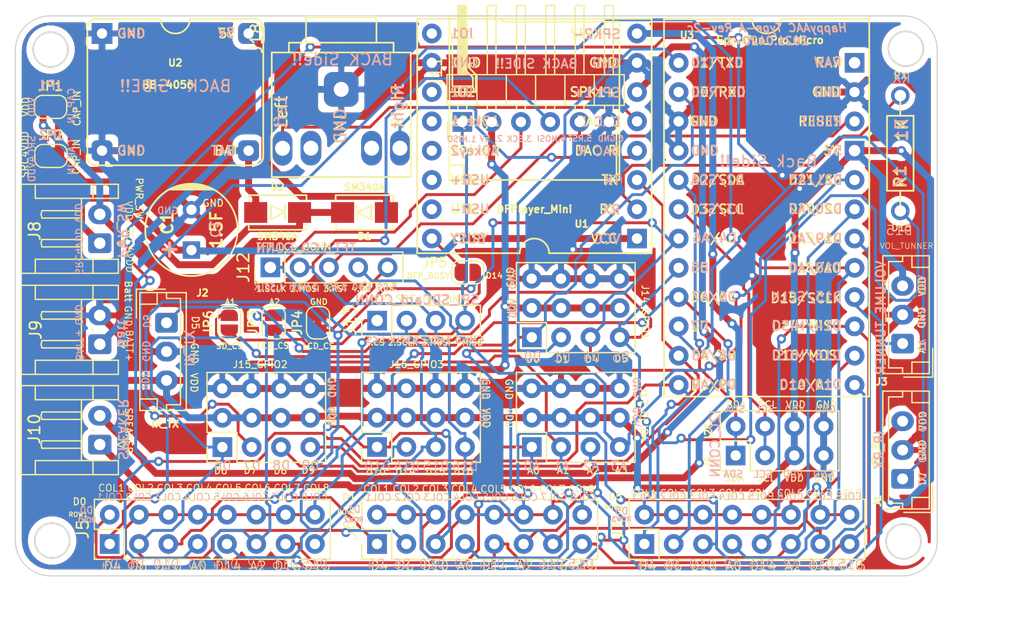
<source format=kicad_pcb>
(kicad_pcb (version 20171130) (host pcbnew 5.1.9)
  (title_block (title "HappyAAC Type A") (date 2021-04-20) (rev 2c) (company "Arnix Chen"))
  (layers (0 F.Cu signal) (31 B.Cu signal) (34 B.Paste user) (35 F.Paste user) (36 B.SilkS user) (37 F.SilkS user) (38 B.Mask user) (39 F.Mask user) (44 Edge.Cuts user))
  (net 0 "")
  (net 1 /CAP_IN)
  (net 2 GND)
  (net 3 +5V)
  (net 4 /SRC_FOR_VDD)
  (net 5 +BATT)
  (net 6 /D0)
  (net 7 VDD)
  (net 8 /A3)
  (net 9 /COL1)
  (net 10 /A0)
  (net 11 /COL2)
  (net 12 /COL3)
  (net 13 /COL5)
  (net 14 /A1)
  (net 15 /A2)
  (net 16 /SPK2)
  (net 17 /SPK1)
  (net 18 /D1)
  (net 19 "Net-(R1-Pad2)")
  (net 20 /D7)
  (net 21 /COL7)
  (net 22 /D3)
  (net 23 /D2)
  (net 24 /D8)
  (net 25 /D9)
  (net 26 /LCD_RST)
  (net 27 /LCD_CS)
  (net 28 /DFP_BUSY)
  (net 29 /D5)
  (net 30 "Net-(J13-Pad1)")
  (net 31 /COL8)
  (net 32 "Net-(J18-PadS)")
  (net 33 "Net-(J18-PadT)")
  (module footprintLib:Sparkfun_Pro_Micro_BigPad (layer F.Cu) (at 125.248 43.5864)
    (fp_text reference U3 (at -6.921 -15.1257) (layer F.SilkS) (effects (font (size 0.6 0.6))))
    (fp_text value Sparkfun_Pro_Micro (at 0.2672 -14.6939) (layer F.SilkS) (effects (font (size 0.635 0.635))))
    (fp_text user "Back Side!!" (at 0.1397 -4.1783) (layer B.SilkS) (effects (justify mirror)))
    (fp_text user GND (at 5.295933 -10.1854) (layer B.SilkS) (effects (font (size 0.8 0.8)) (justify mirror)))
    (fp_text user D16/MOSI (at 3.429 12.6492) (layer B.SilkS) (effects (font (size 0.8 0.8)) (justify mirror)))
    (fp_text user D18/A0 (at 4.210219 5.0546) (layer B.SilkS) (effects (font (size 0.8 0.8)) (justify mirror)))
    (fp_text user D14/MISO (at 3.429 10.0838) (layer B.SilkS) (effects (font (size 0.8 0.8)) (justify mirror)))
    (fp_text user D15/SCLK (at 3.429 7.5692) (layer B.SilkS) (effects (font (size 0.8 0.8)) (justify mirror)))
    (fp_text user D19/A1 (at 4.2164 2.5146) (layer B.SilkS) (effects (font (size 0.8 0.8)) (justify mirror)))
    (fp_text user D10/A10 (at 3.7846 15.1638) (layer B.SilkS) (effects (font (size 0.8 0.8)) (justify mirror)))
    (fp_text user D21/A3 (at 4.2418 -2.5654) (layer B.SilkS) (effects (font (size 0.8 0.8)) (justify mirror)))
    (fp_text user RESET (at 4.705457 -7.6454) (layer B.SilkS) (effects (font (size 0.8 0.8)) (justify mirror)))
    (fp_text user D20/A2 (at 4.2164 -0.0508) (layer B.SilkS) (effects (font (size 0.8 0.8)) (justify mirror)))
    (fp_text user RAW (at 5.2578 -12.7762) (layer B.SilkS) (effects (font (size 0.8 0.8)) (justify mirror)))
    (fp_text user 5V (at 5.791171 -5.1054) (layer B.SilkS) (effects (font (size 0.8 0.8)) (justify mirror)))
    (fp_text user GND (at -5.3848 -7.6454) (layer B.SilkS) (effects (font (size 0.8 0.8)) (justify mirror)))
    (fp_text user D1/TXD (at -4.311638 -12.7254) (layer B.SilkS) (effects (font (size 0.8 0.8)) (justify mirror)))
    (fp_text user GND (at -5.378305 -5.1054) (layer B.SilkS) (effects (font (size 0.8 0.8)) (justify mirror)))
    (fp_text user D7 (at -5.8164 10.1346) (layer B.SilkS) (effects (font (size 0.8 0.8)) (justify mirror)))
    (fp_text user D2/SDA (at -4.273543 -2.5654) (layer B.SilkS) (effects (font (size 0.8 0.8)) (justify mirror)))
    (fp_text user D9/A9 (at -4.572 15.1638) (layer B.SilkS) (effects (font (size 0.8 0.8)) (justify mirror)))
    (fp_text user D4/A6 (at -6.5532 2.4892) (layer B.SilkS) (effects (font (size 0.8 0.8)) (justify right mirror)))
    (fp_text user D6/A7 (at -4.5466 7.5692) (layer B.SilkS) (effects (font (size 0.8 0.8)) (justify mirror)))
    (fp_text user D5 (at -5.8164 5.0546) (layer B.SilkS) (effects (font (size 0.8 0.8)) (justify mirror)))
    (fp_text user D3/SCL (at -4.29259 -0.0254) (layer B.SilkS) (effects (font (size 0.8 0.8)) (justify mirror)))
    (fp_text user D0/RXD (at -4.2164 -10.1854) (layer B.SilkS) (effects (font (size 0.8 0.8)) (justify mirror)))
    (fp_text user D8/A8 (at -4.5974 12.6492) (layer B.SilkS) (effects (font (size 0.8 0.8)) (justify mirror)))
    (fp_text user D16/MOSI (at 3.4544 12.6492) (layer F.SilkS) (effects (font (size 0.8 0.8))))
    (fp_text user D14/MISO (at 3.4544 10.0838) (layer F.SilkS) (effects (font (size 0.8 0.8))))
    (fp_text user D15/SCLK (at 3.4036 7.6962) (layer F.SilkS) (effects (font (size 0.8 0.8))))
    (fp_text user D6/A7 (at -4.699 7.5946) (layer F.SilkS) (effects (font (size 0.8 0.8))))
    (fp_text user D7 (at -5.8164 10.1346) (layer F.SilkS) (effects (font (size 0.8 0.8))))
    (fp_text user D8/A8 (at -6.604 12.6492) (layer F.SilkS) (effects (font (size 0.8 0.8)) (justify left)))
    (fp_text user D9/A9 (at -4.6736 15.2654) (layer F.SilkS) (effects (font (size 0.8 0.8))))
    (fp_text user D10/A10 (at 3.7592 15.2146) (layer F.SilkS) (effects (font (size 0.8 0.8))))
    (fp_text user RAW (at 5.390981 -12.7254) (layer F.SilkS) (effects (font (size 0.8 0.8))))
    (fp_text user GND (at 5.124314 -10.1854) (layer F.SilkS) (effects (font (size 0.8 0.8))))
    (fp_text user RESET (at 4.533838 -7.6454) (layer F.SilkS) (effects (font (size 0.8 0.8))))
    (fp_text user 5V (at 5.619552 -5.1054) (layer F.SilkS) (effects (font (size 0.8 0.8))))
    (fp_text user D21/A3 (at 4.1656 -2.5654) (layer F.SilkS) (effects (font (size 0.8 0.8))))
    (fp_text user D18/A0 (at 4.0894 5.0546) (layer F.SilkS) (effects (font (size 0.8 0.8))))
    (fp_text user D20/A2 (at 4.1656 -0.0508) (layer F.SilkS) (effects (font (size 0.8 0.8))))
    (fp_text user D19/A1 (at 4.0894 2.4638) (layer F.SilkS) (effects (font (size 0.8 0.8))))
    (fp_text user D5 (at -5.8164 5.0546) (layer F.SilkS) (effects (font (size 0.8 0.8))))
    (fp_text user D4/A6 (at -6.5786 2.4892) (layer F.SilkS) (effects (font (size 0.8 0.8)) (justify left)))
    (fp_text user D3/SCL (at -4.29259 -0.0254) (layer F.SilkS) (effects (font (size 0.8 0.8))))
    (fp_text user D2/SDA (at -4.273543 -2.5654) (layer F.SilkS) (effects (font (size 0.8 0.8))))
    (fp_text user GND (at -5.378305 -5.1054) (layer F.SilkS) (effects (font (size 0.8 0.8))))
    (fp_text user GND (at -4.2164 -7.6454) (layer F.SilkS) (effects (font (size 0.8 0.8)) (justify right)))
    (fp_text user D0/RXD (at -4.2164 -10.1854) (layer F.SilkS) (effects (font (size 0.8 0.8))))
    (fp_text user D1/TXD (at -4.311638 -12.7254) (layer F.SilkS) (effects (font (size 0.8 0.8))))
    (pad 11 thru_hole circle (at -7.6454 12.6746) (size 1.7 1.7) (drill 0.9) (layers *.Cu *.Mask) (net 24 /D8))
    (pad 12 thru_hole circle (at -7.6454 15.2146) (size 1.7 1.7) (drill 0.9) (layers *.Cu *.Mask) (net 25 /D9))
    (pad 9 thru_hole circle (at -7.6454 7.5946) (size 1.7 1.7) (drill 0.9) (layers *.Cu *.Mask) (net 11 /COL2))
    (pad 10 thru_hole circle (at -7.6454 10.1346) (size 1.7 1.7) (drill 0.9) (layers *.Cu *.Mask) (net 20 /D7))
    (pad 16 thru_hole circle (at 7.5946 7.5946) (size 1.7 1.7) (drill 0.9) (layers *.Cu *.Mask) (net 31 /COL8))
    (pad 14 thru_hole circle (at 7.5946 12.6746) (size 1.7 1.7) (drill 0.9) (layers *.Cu *.Mask) (net 21 /COL7))
    (pad 13 thru_hole circle (at 7.5946 15.2146) (size 1.7 1.7) (drill 0.9) (layers *.Cu *.Mask) (net 12 /COL3))
    (pad 15 thru_hole circle (at 7.5946 10.1346) (size 1.7 1.7) (drill 0.9) (layers *.Cu *.Mask) (net 13 /COL5))
    (pad 1 thru_hole circle (at -7.6454 -12.7254) (size 1.7 1.7) (drill 0.9) (layers *.Cu *.Mask) (net 18 /D1))
    (pad 2 thru_hole circle (at -7.6454 -10.1854) (size 1.7 1.7) (drill 0.9) (layers *.Cu *.Mask) (net 6 /D0))
    (pad 3 thru_hole circle (at -7.6454 -7.6454) (size 1.7 1.7) (drill 0.9) (layers *.Cu *.Mask) (net 2 GND))
    (pad 4 thru_hole circle (at -7.6454 -5.1054) (size 1.7 1.7) (drill 0.9) (layers *.Cu *.Mask) (net 2 GND))
    (pad 5 thru_hole circle (at -7.6454 -2.5654) (size 1.7 1.7) (drill 0.9) (layers *.Cu *.Mask) (net 23 /D2))
    (pad 6 thru_hole circle (at -7.6454 -0.0254) (size 1.7 1.7) (drill 0.9) (layers *.Cu *.Mask) (net 22 /D3))
    (pad 7 thru_hole circle (at -7.6454 2.5146) (size 1.7 1.7) (drill 0.9) (layers *.Cu *.Mask) (net 9 /COL1))
    (pad 8 thru_hole circle (at -7.6454 5.0546) (size 1.7 1.7) (drill 0.9) (layers *.Cu *.Mask) (net 29 /D5))
    (pad 17 thru_hole circle (at 7.5946 5.0546) (size 1.7 1.7) (drill 0.9) (layers *.Cu *.Mask) (net 10 /A0))
    (pad 18 thru_hole circle (at 7.5946 2.5146) (size 1.7 1.7) (drill 0.9) (layers *.Cu *.Mask) (net 14 /A1))
    (pad 19 thru_hole circle (at 7.5946 -0.0254) (size 1.7 1.7) (drill 0.9) (layers *.Cu *.Mask) (net 15 /A2))
    (pad 20 thru_hole circle (at 7.5946 -2.5654) (size 1.7 1.7) (drill 0.9) (layers *.Cu *.Mask) (net 8 /A3))
    (pad 21 thru_hole rect (at 7.5946 -5.1054) (size 1.7 1.7) (drill 1) (layers *.Cu *.Mask) (net 7 VDD))
    (pad 22 thru_hole circle (at 7.5946 -7.6454) (size 1.7 1.7) (drill 0.9) (layers *.Cu *.Mask) (net 26 /LCD_RST))
    (pad 23 thru_hole circle (at 7.5946 -10.1854) (size 1.7 1.7) (drill 0.9) (layers *.Cu *.Mask) (net 2 GND))
    (pad 24 thru_hole rect (at 7.5946 -12.7254) (size 1.7 1.7) (drill 1) (layers *.Cu *.Mask))
  )
  (module footprintLib:PinHeader_1x06_P2.54mm_Horizontal (layer F.Cu) (at 98.8568 35.9918 90)
    (fp_text reference J11 (at 4.385 -2.27 90) (layer F.SilkS))
    (fp_text value ICSP)
    (pad 6 thru_hole oval (at 0 12.7 90) (size 1.7 1.7) (drill 0.9) (layers *.Cu *.Mask) (net 2 GND))
    (pad 5 thru_hole oval (at 0 10.16 90) (size 1.7 1.7) (drill 0.9) (layers *.Cu *.Mask) (net 26 /LCD_RST))
    (pad 4 thru_hole oval (at 0 7.62 90) (size 1.7 1.7) (drill 0.9) (layers *.Cu *.Mask) (net 21 /COL7))
    (pad 3 thru_hole oval (at 0 5.08 90) (size 1.7 1.7) (drill 0.9) (layers *.Cu *.Mask) (net 31 /COL8))
    (pad 2 thru_hole oval (at 0 2.54 90) (size 1.7 1.7) (drill 0.9) (layers *.Cu *.Mask) (net 7 VDD))
    (pad 1 thru_hole rect (at 0 0 90) (size 1.7 1.7) (drill 0.9) (layers *.Cu *.Mask) (net 13 /COL5))
  )
  (module footprintLib:BB-4056 (layer F.Cu) (at 73.9902 34.036)
    (fp_text reference U2 (at 0 -3.175) (layer F.SilkS) (effects (font (size 0.6 0.6))))
    (fp_text value BB-4056 (at -0.635 -1.27) (layer F.SilkS) (effects (font (size 0.635 0.635))))
    (fp_text user "BACK  SIDE!!" (at 0.0127 -1.1557) (layer B.SilkS) (effects (justify mirror)))
    (fp_text user BAT (at 4.1402 4.4577 -180) (layer B.SilkS) (effects (font (size 0.8 0.8)) (justify mirror)))
    (fp_text user 5V (at 4.4069 -5.7658) (layer B.SilkS) (effects (font (size 0.8 0.8)) (justify mirror)))
    (fp_text user GND (at -3.81 4.445) (layer B.SilkS) (effects (font (size 0.8 0.8)) (justify mirror)))
    (fp_text user GND (at -3.81 -5.715) (layer F.SilkS) (effects (font (size 0.8 0.8))))
    (fp_text user GND (at -3.81 -5.715) (layer B.SilkS) (effects (font (size 0.8 0.8)) (justify mirror)))
    (fp_text user GND (at -3.81 4.445) (layer F.SilkS) (effects (font (size 0.8 0.8))))
    (fp_text user BAT (at 4.445 4.445) (layer F.SilkS) (effects (font (size 0.8 0.8))))
    (fp_text user 5V (at 4.445 -5.715) (layer F.SilkS) (effects (font (size 0.8 0.8))))
    (pad 4 thru_hole roundrect (at 6.35 -5.715) (size 1.8 1.8) (drill 0.9) (layers *.Cu *.Mask) (net 3 +5V))
    (pad 3 thru_hole roundrect (at 6.35 4.445) (size 1.8 1.8) (drill 0.9) (layers *.Cu *.Mask) (net 5 +BATT))
    (pad 2 thru_hole roundrect (at -6.35 4.445) (size 1.8 1.8) (drill 0.9) (layers *.Cu *.Mask) (net 2 GND))
    (pad 1 thru_hole rect (at -6.35 -5.715) (size 1.8 1.8) (drill 0.9) (layers *.Cu *.Mask) (net 2 GND))
  )
  (module footprintLib:Jack_3.5mm_Arnix_5pin_AudioJack4_Ground_Horizontal (layer F.Cu) (at 88.3666 33.1724 270)
    (fp_text reference J18 (at -4.425 7.3406 270) (layer F.SilkS))
    (fp_text value AudioJack)
    (fp_text user "BACK Side!!" (at -2.6035 -0.1016) (layer B.SilkS) (effects (justify mirror)))
    (fp_text user Left (at 1.9558 5.1816 270) (layer F.SilkS))
    (fp_text user Right (at 1.4224 -4.9022 270) (layer F.SilkS))
    (fp_text user GND (at 3.1496 0.0762 270) (layer F.SilkS))
    (fp_text user Right (at 1.4732 -4.8895 270) (layer B.SilkS) (effects (justify mirror)))
    (fp_text user Left (at 1.9685 5.2451 270) (layer B.SilkS) (effects (justify mirror)))
    (fp_text user GND (at 3.1877 0.0762 270) (layer B.SilkS) (effects (justify mirror)))
    (pad G thru_hole roundrect (at -0.0054 0 180) (size 3 3) (drill 1.3) (layers *.Cu *.Mask) (net 2 GND))
    (pad S thru_hole oval (at 5.0946 -5.085 180) (size 1.7 3) (drill 1.3) (layers *.Cu *.Mask) (net 32 "Net-(J18-PadS)"))
    (pad T thru_hole oval (at 5.1054 5.085 180) (size 1.7 3) (drill 1.3) (layers *.Cu *.Mask) (net 33 "Net-(J18-PadT)"))
    (pad R2 thru_hole oval (at 5.0946 -2.63 180) (size 1.8 3) (drill 1.3) (layers *.Cu *.Mask))
    (pad R1 thru_hole oval (at 5.0946 2.63 180) (size 1.8 3) (drill 1.3) (layers *.Cu *.Mask))
  )
  (module footprintLib:CAP_pol_DIP_D8mm (layer F.Cu) (at 75.3872 45.3517 90)
    (fp_text reference C1 (at 0.5715 -2.0955 90) (layer F.SilkS) (effects (font (thickness 0.2))))
    (fp_text value 1.5F (at 0 2.159 90) (layer F.SilkS) (effects (font (thickness 0.2))))
    (fp_text user + (at -1.6891 -2.0066 90) (layer B.SilkS) (effects (font (size 1.5 1.5) (thickness 0.25))))
    (fp_text user + (at -1.7 -2 90) (layer F.SilkS) (effects (font (size 1.5 1.5) (thickness 0.25))))
    (pad 2 thru_hole circle (at 1.75 0 90) (size 1.5 1.5) (drill 0.9) (layers *.Cu *.Mask) (net 2 GND))
    (pad 1 thru_hole rect (at -1.75 0 90) (size 1.5 1.5) (drill 0.9) (layers *.Cu *.Mask) (net 1 /CAP_IN))
  )
  (module Connector_JST:JST_EH_B3B-EH-A_1x03_P2.50mm_Vertical (layer F.Cu) (at 137.004 66.9411 90)
    (fp_text reference J1 (at -1.9056 -2.1804 90) (layer F.SilkS) (effects (font (size 0.6 0.6))))
    (fp_text value IR_RX)
    (pad 3 thru_hole oval (at 5 0 90) (size 1.7 1.95) (drill 0.95) (layers *.Cu *.Mask) (net 7 VDD))
    (pad 2 thru_hole oval (at 2.5 0 90) (size 1.7 1.95) (drill 0.95) (layers *.Cu *.Mask) (net 2 GND))
    (pad 1 thru_hole roundrect (at 0 0 90) (size 1.7 1.95) (drill 0.95) (layers *.Cu *.Mask) (roundrect_rratio 0.1470588235294118) (net 20 /D7))
  )
  (module Connector_JST:JST_EH_B3B-EH-A_1x03_P2.50mm_Vertical (layer F.Cu) (at 73.2282 53.4035 270)
    (fp_text reference J2 (at -2.58754 -3.11382 180) (layer F.SilkS) (effects (font (size 0.6 0.6))))
    (fp_text value IR_TX (at 8.78658 0.12214) (layer F.SilkS) (effects (font (size 0.6 0.6))))
    (pad 3 thru_hole oval (at 5 0 270) (size 1.7 1.95) (drill 0.95) (layers *.Cu *.Mask) (net 7 VDD))
    (pad 2 thru_hole oval (at 2.5 0 270) (size 1.7 1.95) (drill 0.95) (layers *.Cu *.Mask) (net 2 GND))
    (pad 1 thru_hole roundrect (at 0 0 270) (size 1.7 1.95) (drill 0.95) (layers *.Cu *.Mask) (roundrect_rratio 0.1470588235294118) (net 29 /D5))
  )
  (module Connector_JST:JST_EH_B3B-EH-A_1x03_P2.50mm_Vertical (layer F.Cu) (at 137.004 55.2069 90)
    (fp_text reference J3 (at -3.3147 -1.8156 180) (layer F.SilkS) (effects (font (size 0.6 0.6))))
    (fp_text value VOL_TUNNER (at 8.46324 0.35072 180) (layer F.SilkS) (effects (font (size 0.5 0.5) (thickness 0.05))))
    (pad 3 thru_hole oval (at 5 0 90) (size 1.7 1.95) (drill 0.95) (layers *.Cu *.Mask) (net 7 VDD))
    (pad 2 thru_hole oval (at 2.5 0 90) (size 1.7 1.95) (drill 0.95) (layers *.Cu *.Mask) (net 2 GND))
    (pad 1 thru_hole roundrect (at 0 0 90) (size 1.7 1.95) (drill 0.95) (layers *.Cu *.Mask) (roundrect_rratio 0.1470588235294118) (net 14 /A1))
  )
  (module Connector_JST:JST_EH_S2B-EH_1x02_P2.50mm_Horizontal (layer F.Cu) (at 67.4454 63.9659 90)
    (fp_text reference J10 (at 1.3549 -5.67006 90) (layer F.SilkS))
    (fp_text value SPEAKER (at 1.3041 2.0109 90.1) (layer B.SilkS) (effects (font (size 0.8 0.8)) (justify mirror)))
    (pad 1 thru_hole roundrect (at 0 0 90) (size 1.7 2) (drill 1) (layers *.Cu *.Mask) (roundrect_rratio 0.1470588235294118) (net 16 /SPK2))
    (pad 2 thru_hole oval (at 2.5 0 90) (size 1.7 2) (drill 1) (layers *.Cu *.Mask) (net 17 /SPK1))
  )
  (module Connector_JST:JST_EH_S2B-EH_1x02_P2.50mm_Horizontal (layer F.Cu) (at 67.4454 46.5052 90)
    (fp_text reference J8 (at 1.06968 -5.6472 90) (layer F.SilkS))
    (fp_text value PWR_SW (at 3.884 3.4206 90.1) (layer F.SilkS) (effects (font (size 0.6 0.6) (thickness 0.1))))
    (pad 1 thru_hole roundrect (at 0 0 90) (size 1.7 2) (drill 1) (layers *.Cu *.Mask) (roundrect_rratio 0.1470588235294118) (net 4 /SRC_FOR_VDD))
    (pad 2 thru_hole oval (at 2.5 0 90) (size 1.7 2) (drill 1) (layers *.Cu *.Mask) (net 7 VDD))
  )
  (module Connector_JST:JST_EH_S2B-EH_1x02_P2.50mm_Horizontal (layer F.Cu) (at 67.4454 55.2673 90)
    (fp_text reference J9 (at 1.24658 -5.55576 90) (layer F.SilkS))
    (fp_text value Batt (at 4.5943 2.4681 90.1) (layer F.SilkS) (effects (font (size 0.6 0.6) (thickness 0.1))))
    (pad 1 thru_hole roundrect (at 0 0 90) (size 1.7 2) (drill 1) (layers *.Cu *.Mask) (roundrect_rratio 0.1470588235294118) (net 5 +BATT))
    (pad 2 thru_hole oval (at 2.5 0 90) (size 1.7 2) (drill 1) (layers *.Cu *.Mask) (net 2 GND))
  )
  (module footprintLib:RES_DIP_0.25W_10mm (layer F.Cu) (at 136.804 38.7057 90)
    (fp_text reference R1 (at -2.032 0 90) (layer F.SilkS) (effects (font (thickness 0.2))))
    (fp_text value 1K (at 2.032 0.127 90) (layer F.SilkS) (effects (font (thickness 0.2))))
    (fp_text user 1K (at -2.0447 0 90) (layer B.SilkS) (effects (justify mirror)))
    (fp_text user R1 (at 2.032 0.1016 90) (layer B.SilkS) (effects (justify mirror)))
    (pad 1 thru_hole circle (at -5 0 90) (size 1.6 1.6) (drill 1) (layers *.Cu *.Mask) (net 25 /D9))
    (pad 2 thru_hole circle (at 5 0 90) (size 1.6 1.6) (drill 1) (layers *.Cu *.Mask) (net 19 "Net-(R1-Pad2)"))
  )
  (module footprintLib:PinHeader_2x04_P2.54mm_Vertical_PadHole0.9mm (layer F.Cu) (at 122.542 64.9122 90)
    (fp_text reference J4 (at -0.569 -2.3112 90) (layer F.SilkS) (effects (font (size 0.6 0.6))))
    (fp_text value I2C (at 2.1615 -2.362 90) (layer F.SilkS) (effects (font (size 0.6 0.6))))
    (pad 8 thru_hole oval (at 2.54 7.62 90) (size 1.7 1.7) (drill 0.9) (layers *.Cu *.Mask) (net 2 GND))
    (pad 7 thru_hole oval (at 0 7.62 90) (size 1.7 1.7) (drill 0.9) (layers *.Cu *.Mask) (net 2 GND))
    (pad 6 thru_hole oval (at 2.54 5.08 90) (size 1.7 1.7) (drill 0.9) (layers *.Cu *.Mask) (net 7 VDD))
    (pad 5 thru_hole oval (at 0 5.08 90) (size 1.7 1.7) (drill 0.9) (layers *.Cu *.Mask) (net 7 VDD))
    (pad 4 thru_hole oval (at 2.54 2.54 90) (size 1.7 1.7) (drill 0.9) (layers *.Cu *.Mask) (net 22 /D3))
    (pad 3 thru_hole oval (at 0 2.54 90) (size 1.7 1.7) (drill 0.9) (layers *.Cu *.Mask) (net 22 /D3))
    (pad 2 thru_hole oval (at 2.54 0 90) (size 1.7 1.7) (drill 0.9) (layers *.Cu *.Mask) (net 23 /D2))
    (pad 1 thru_hole rect (at 0 0 90) (size 1.7 1.7) (drill 0.9) (layers *.Cu *.Mask) (net 23 /D2))
  )
  (module footprintLib:PinHeader_2x08_P2.54mm_Vertical (layer F.Cu) (at 68.3064 72.5859 90)
    (fp_text reference J5 (at 1.27 -2.33 90) (layer F.SilkS))
    (fp_text value ROW1)
    (pad 1 thru_hole rect (at 0 0 90) (size 1.7 1.7) (drill 0.9) (layers *.Cu *.Mask) (net 9 /COL1))
    (pad 2 thru_hole oval (at 2.54 0 90) (size 1.7 1.7) (drill 0.9) (layers *.Cu *.Mask) (net 6 /D0))
    (pad 3 thru_hole oval (at 0 2.54 90) (size 1.7 1.7) (drill 0.9) (layers *.Cu *.Mask) (net 11 /COL2))
    (pad 4 thru_hole oval (at 2.54 2.54 90) (size 1.7 1.7) (drill 0.9) (layers *.Cu *.Mask) (net 6 /D0))
    (pad 5 thru_hole oval (at 0 5.08 90) (size 1.7 1.7) (drill 0.9) (layers *.Cu *.Mask) (net 12 /COL3))
    (pad 6 thru_hole oval (at 2.54 5.08 90) (size 1.7 1.7) (drill 0.9) (layers *.Cu *.Mask) (net 6 /D0))
    (pad 7 thru_hole oval (at 0 7.62 90) (size 1.7 1.7) (drill 0.9) (layers *.Cu *.Mask) (net 10 /A0))
    (pad 8 thru_hole oval (at 2.54 7.62 90) (size 1.7 1.7) (drill 0.9) (layers *.Cu *.Mask) (net 6 /D0))
    (pad 9 thru_hole oval (at 0 10.16 90) (size 1.7 1.7) (drill 0.9) (layers *.Cu *.Mask) (net 13 /COL5))
    (pad 10 thru_hole oval (at 2.54 10.16 90) (size 1.7 1.7) (drill 0.9) (layers *.Cu *.Mask) (net 6 /D0))
    (pad 11 thru_hole oval (at 0 12.7 90) (size 1.7 1.7) (drill 0.9) (layers *.Cu *.Mask) (net 15 /A2))
    (pad 12 thru_hole oval (at 2.54 12.7 90) (size 1.7 1.7) (drill 0.9) (layers *.Cu *.Mask) (net 6 /D0))
    (pad 13 thru_hole oval (at 0 15.24 90) (size 1.7 1.7) (drill 0.9) (layers *.Cu *.Mask) (net 21 /COL7))
    (pad 14 thru_hole oval (at 2.54 15.24 90) (size 1.7 1.7) (drill 0.9) (layers *.Cu *.Mask) (net 6 /D0))
    (pad 15 thru_hole oval (at 0 17.78 90) (size 1.7 1.7) (drill 0.9) (layers *.Cu *.Mask) (net 31 /COL8))
    (pad 16 thru_hole oval (at 2.54 17.78 90) (size 1.7 1.7) (drill 0.9) (layers *.Cu *.Mask) (net 6 /D0))
  )
  (module footprintLib:PinHeader_2x08_P2.54mm_Vertical (layer F.Cu) (at 91.4687 72.5859 90)
    (fp_text reference J6 (at 1.27 -2.33 90) (layer F.SilkS))
    (fp_text value ROW2)
    (pad 1 thru_hole rect (at 0 0 90) (size 1.7 1.7) (drill 0.9) (layers *.Cu *.Mask) (net 9 /COL1))
    (pad 2 thru_hole oval (at 2.54 0 90) (size 1.7 1.7) (drill 0.9) (layers *.Cu *.Mask) (net 18 /D1))
    (pad 3 thru_hole oval (at 0 2.54 90) (size 1.7 1.7) (drill 0.9) (layers *.Cu *.Mask) (net 11 /COL2))
    (pad 4 thru_hole oval (at 2.54 2.54 90) (size 1.7 1.7) (drill 0.9) (layers *.Cu *.Mask) (net 18 /D1))
    (pad 5 thru_hole oval (at 0 5.08 90) (size 1.7 1.7) (drill 0.9) (layers *.Cu *.Mask) (net 12 /COL3))
    (pad 6 thru_hole oval (at 2.54 5.08 90) (size 1.7 1.7) (drill 0.9) (layers *.Cu *.Mask) (net 18 /D1))
    (pad 7 thru_hole oval (at 0 7.62 90) (size 1.7 1.7) (drill 0.9) (layers *.Cu *.Mask) (net 10 /A0))
    (pad 8 thru_hole oval (at 2.54 7.62 90) (size 1.7 1.7) (drill 0.9) (layers *.Cu *.Mask) (net 18 /D1))
    (pad 9 thru_hole oval (at 0 10.16 90) (size 1.7 1.7) (drill 0.9) (layers *.Cu *.Mask) (net 13 /COL5))
    (pad 10 thru_hole oval (at 2.54 10.16 90) (size 1.7 1.7) (drill 0.9) (layers *.Cu *.Mask) (net 18 /D1))
    (pad 11 thru_hole oval (at 0 12.7 90) (size 1.7 1.7) (drill 0.9) (layers *.Cu *.Mask) (net 15 /A2))
    (pad 12 thru_hole oval (at 2.54 12.7 90) (size 1.7 1.7) (drill 0.9) (layers *.Cu *.Mask) (net 18 /D1))
    (pad 13 thru_hole oval (at 0 15.24 90) (size 1.7 1.7) (drill 0.9) (layers *.Cu *.Mask) (net 21 /COL7))
    (pad 14 thru_hole oval (at 2.54 15.24 90) (size 1.7 1.7) (drill 0.9) (layers *.Cu *.Mask) (net 18 /D1))
    (pad 15 thru_hole oval (at 0 17.78 90) (size 1.7 1.7) (drill 0.9) (layers *.Cu *.Mask) (net 31 /COL8))
    (pad 16 thru_hole oval (at 2.54 17.78 90) (size 1.7 1.7) (drill 0.9) (layers *.Cu *.Mask) (net 18 /D1))
  )
  (module footprintLib:PinHeader_2x08_P2.54mm_Vertical (layer F.Cu) (at 114.631 72.5859 90)
    (fp_text reference J7 (at 1.27 -2.33 90) (layer F.SilkS))
    (fp_text value ROW3)
    (pad 1 thru_hole rect (at 0 0 90) (size 1.7 1.7) (drill 0.9) (layers *.Cu *.Mask) (net 9 /COL1))
    (pad 2 thru_hole oval (at 2.54 0 90) (size 1.7 1.7) (drill 0.9) (layers *.Cu *.Mask) (net 29 /D5))
    (pad 3 thru_hole oval (at 0 2.54 90) (size 1.7 1.7) (drill 0.9) (layers *.Cu *.Mask) (net 11 /COL2))
    (pad 4 thru_hole oval (at 2.54 2.54 90) (size 1.7 1.7) (drill 0.9) (layers *.Cu *.Mask) (net 29 /D5))
    (pad 5 thru_hole oval (at 0 5.08 90) (size 1.7 1.7) (drill 0.9) (layers *.Cu *.Mask) (net 12 /COL3))
    (pad 6 thru_hole oval (at 2.54 5.08 90) (size 1.7 1.7) (drill 0.9) (layers *.Cu *.Mask) (net 29 /D5))
    (pad 7 thru_hole oval (at 0 7.62 90) (size 1.7 1.7) (drill 0.9) (layers *.Cu *.Mask) (net 10 /A0))
    (pad 8 thru_hole oval (at 2.54 7.62 90) (size 1.7 1.7) (drill 0.9) (layers *.Cu *.Mask) (net 29 /D5))
    (pad 9 thru_hole oval (at 0 10.16 90) (size 1.7 1.7) (drill 0.9) (layers *.Cu *.Mask) (net 13 /COL5))
    (pad 10 thru_hole oval (at 2.54 10.16 90) (size 1.7 1.7) (drill 0.9) (layers *.Cu *.Mask) (net 29 /D5))
    (pad 11 thru_hole oval (at 0 12.7 90) (size 1.7 1.7) (drill 0.9) (layers *.Cu *.Mask) (net 15 /A2))
    (pad 12 thru_hole oval (at 2.54 12.7 90) (size 1.7 1.7) (drill 0.9) (layers *.Cu *.Mask) (net 29 /D5))
    (pad 13 thru_hole oval (at 0 15.24 90) (size 1.7 1.7) (drill 0.9) (layers *.Cu *.Mask) (net 21 /COL7))
    (pad 14 thru_hole oval (at 2.54 15.24 90) (size 1.7 1.7) (drill 0.9) (layers *.Cu *.Mask) (net 29 /D5))
    (pad 15 thru_hole oval (at 0 17.78 90) (size 1.7 1.7) (drill 0.9) (layers *.Cu *.Mask) (net 31 /COL8))
    (pad 16 thru_hole oval (at 2.54 17.78 90) (size 1.7 1.7) (drill 0.9) (layers *.Cu *.Mask) (net 29 /D5))
  )
  (module footprintLib:PinHeader_3x04_P2.54mm_Vertical_PadHole0.9mm (layer F.Cu) (at 104.877 52.1233 90)
    (fp_text reference J14_GPIO1 (at -0.3531 9.8295 90.1) (layer F.SilkS) (effects (font (size 0.6 0.6) (thickness 0.1))))
    (fp_text value Conn_03x04_Odd_Even_VSG)
    (pad GND thru_hole oval (at 2.54 5.0673 90) (size 1.7 1.7) (drill 0.9) (layers *.Cu *.Mask) (net 2 GND))
    (pad GND thru_hole oval (at 2.54 2.5273 90) (size 1.7 1.7) (drill 0.9) (layers *.Cu *.Mask) (net 2 GND))
    (pad GND thru_hole oval (at 2.54 -0.0127 90) (size 1.7 1.7) (drill 0.9) (layers *.Cu *.Mask) (net 2 GND))
    (pad GND thru_hole oval (at 2.54 7.6073 90) (size 1.7 1.7) (drill 0.9) (layers *.Cu *.Mask) (net 2 GND))
    (pad VCC thru_hole oval (at 0 7.62 90) (size 1.7 1.7) (drill 0.9) (layers *.Cu *.Mask) (net 7 VDD))
    (pad 4 thru_hole oval (at -2.54 7.62 90) (size 1.7 1.7) (drill 0.9) (layers *.Cu *.Mask) (net 29 /D5))
    (pad VCC thru_hole oval (at 0 5.08 90) (size 1.7 1.7) (drill 0.9) (layers *.Cu *.Mask) (net 7 VDD))
    (pad 3 thru_hole oval (at -2.54 5.08 90) (size 1.7 1.7) (drill 0.9) (layers *.Cu *.Mask) (net 9 /COL1))
    (pad VCC thru_hole oval (at 0 2.54 90) (size 1.7 1.7) (drill 0.9) (layers *.Cu *.Mask) (net 7 VDD))
    (pad 2 thru_hole oval (at -2.54 2.54 90) (size 1.7 1.7) (drill 0.9) (layers *.Cu *.Mask) (net 18 /D1))
    (pad VCC thru_hole oval (at 0 0 90) (size 1.7 1.7) (drill 0.9) (layers *.Cu *.Mask) (net 7 VDD))
    (pad 1 thru_hole rect (at -2.54 0 90) (size 1.7 1.7) (drill 0.9) (layers *.Cu *.Mask) (net 6 /D0))
  )
  (module footprintLib:PinHeader_3x04_P2.54mm_Vertical_PadHole0.9mm (layer F.Cu) (at 78.0669 61.6458 90)
    (fp_text reference J15_GPIO2 (at 4.6228 3.2766 180) (layer F.SilkS) (effects (font (size 0.6 0.6) (thickness 0.1))))
    (fp_text value Conn_03x04_Odd_Even_VSG)
    (pad 1 thru_hole rect (at -2.54 0 90) (size 1.7 1.7) (drill 0.9) (layers *.Cu *.Mask) (net 11 /COL2))
    (pad VCC thru_hole oval (at 0 0 90) (size 1.7 1.7) (drill 0.9) (layers *.Cu *.Mask) (net 7 VDD))
    (pad 2 thru_hole oval (at -2.54 2.54 90) (size 1.7 1.7) (drill 0.9) (layers *.Cu *.Mask) (net 20 /D7))
    (pad VCC thru_hole oval (at 0 2.54 90) (size 1.7 1.7) (drill 0.9) (layers *.Cu *.Mask) (net 7 VDD))
    (pad 3 thru_hole oval (at -2.54 5.08 90) (size 1.7 1.7) (drill 0.9) (layers *.Cu *.Mask) (net 24 /D8))
    (pad VCC thru_hole oval (at 0 5.08 90) (size 1.7 1.7) (drill 0.9) (layers *.Cu *.Mask) (net 7 VDD))
    (pad 4 thru_hole oval (at -2.54 7.62 90) (size 1.7 1.7) (drill 0.9) (layers *.Cu *.Mask) (net 25 /D9))
    (pad VCC thru_hole oval (at 0 7.62 90) (size 1.7 1.7) (drill 0.9) (layers *.Cu *.Mask) (net 7 VDD))
    (pad GND thru_hole oval (at 2.54 7.6073 90) (size 1.7 1.7) (drill 0.9) (layers *.Cu *.Mask) (net 2 GND))
    (pad GND thru_hole oval (at 2.54 -0.0127 90) (size 1.7 1.7) (drill 0.9) (layers *.Cu *.Mask) (net 2 GND))
    (pad GND thru_hole oval (at 2.54 2.5273 90) (size 1.7 1.7) (drill 0.9) (layers *.Cu *.Mask) (net 2 GND))
    (pad GND thru_hole oval (at 2.54 5.0673 90) (size 1.7 1.7) (drill 0.9) (layers *.Cu *.Mask) (net 2 GND))
  )
  (module footprintLib:PinHeader_3x04_P2.54mm_Vertical_PadHole0.9mm (layer F.Cu) (at 91.4719 61.6331 90)
    (fp_text reference J16_GPIO3 (at 4.6101 3.4225 180) (layer F.SilkS) (effects (font (size 0.6 0.6) (thickness 0.1))))
    (fp_text value Conn_03x04_Odd_Even_VSG)
    (pad 1 thru_hole rect (at -2.54 0 90) (size 1.7 1.7) (drill 0.9) (layers *.Cu *.Mask) (net 12 /COL3))
    (pad VCC thru_hole oval (at 0 0 90) (size 1.7 1.7) (drill 0.9) (layers *.Cu *.Mask) (net 7 VDD))
    (pad 2 thru_hole oval (at -2.54 2.54 90) (size 1.7 1.7) (drill 0.9) (layers *.Cu *.Mask) (net 13 /COL5))
    (pad VCC thru_hole oval (at 0 2.54 90) (size 1.7 1.7) (drill 0.9) (layers *.Cu *.Mask) (net 7 VDD))
    (pad 3 thru_hole oval (at -2.54 5.08 90) (size 1.7 1.7) (drill 0.9) (layers *.Cu *.Mask) (net 31 /COL8))
    (pad VCC thru_hole oval (at 0 5.08 90) (size 1.7 1.7) (drill 0.9) (layers *.Cu *.Mask) (net 7 VDD))
    (pad 4 thru_hole oval (at -2.54 7.62 90) (size 1.7 1.7) (drill 0.9) (layers *.Cu *.Mask) (net 21 /COL7))
    (pad VCC thru_hole oval (at 0 7.62 90) (size 1.7 1.7) (drill 0.9) (layers *.Cu *.Mask) (net 7 VDD))
    (pad GND thru_hole oval (at 2.54 7.6073 90) (size 1.7 1.7) (drill 0.9) (layers *.Cu *.Mask) (net 2 GND))
    (pad GND thru_hole oval (at 2.54 -0.0127 90) (size 1.7 1.7) (drill 0.9) (layers *.Cu *.Mask) (net 2 GND))
    (pad GND thru_hole oval (at 2.54 2.5273 90) (size 1.7 1.7) (drill 0.9) (layers *.Cu *.Mask) (net 2 GND))
    (pad GND thru_hole oval (at 2.54 5.0673 90) (size 1.7 1.7) (drill 0.9) (layers *.Cu *.Mask) (net 2 GND))
  )
  (module footprintLib:PinHeader_3x04_P2.54mm_Vertical_PadHole0.9mm (layer F.Cu) (at 104.877 61.6331 90)
    (fp_text reference J17_GPIO4 (at 0.2794 9.7279 90.1) (layer F.SilkS) (effects (font (size 0.6 0.6) (thickness 0.1))))
    (fp_text value Conn_03x04_Odd_Even_VSG)
    (pad GND thru_hole oval (at 2.54 5.0673 90) (size 1.7 1.7) (drill 0.9) (layers *.Cu *.Mask) (net 2 GND))
    (pad GND thru_hole oval (at 2.54 2.5273 90) (size 1.7 1.7) (drill 0.9) (layers *.Cu *.Mask) (net 2 GND))
    (pad GND thru_hole oval (at 2.54 -0.0127 90) (size 1.7 1.7) (drill 0.9) (layers *.Cu *.Mask) (net 2 GND))
    (pad GND thru_hole oval (at 2.54 7.6073 90) (size 1.7 1.7) (drill 0.9) (layers *.Cu *.Mask) (net 2 GND))
    (pad VCC thru_hole oval (at 0 7.62 90) (size 1.7 1.7) (drill 0.9) (layers *.Cu *.Mask) (net 7 VDD))
    (pad 4 thru_hole oval (at -2.54 7.62 90) (size 1.7 1.7) (drill 0.9) (layers *.Cu *.Mask) (net 8 /A3))
    (pad VCC thru_hole oval (at 0 5.08 90) (size 1.7 1.7) (drill 0.9) (layers *.Cu *.Mask) (net 7 VDD))
    (pad 3 thru_hole oval (at -2.54 5.08 90) (size 1.7 1.7) (drill 0.9) (layers *.Cu *.Mask) (net 15 /A2))
    (pad VCC thru_hole oval (at 0 2.54 90) (size 1.7 1.7) (drill 0.9) (layers *.Cu *.Mask) (net 7 VDD))
    (pad 2 thru_hole oval (at -2.54 2.54 90) (size 1.7 1.7) (drill 0.9) (layers *.Cu *.Mask) (net 14 /A1))
    (pad VCC thru_hole oval (at 0 0 90) (size 1.7 1.7) (drill 0.9) (layers *.Cu *.Mask) (net 7 VDD))
    (pad 1 thru_hole rect (at -2.54 0 90) (size 1.7 1.7) (drill 0.9) (layers *.Cu *.Mask) (net 10 /A0))
  )
  (module footprintLib:SMA_DO214AC_M_SM340A (layer F.Cu) (at 90.3843 43.841 180)
    (fp_text reference D1 (at 0 -2.0695) (layer F.SilkS) (effects (font (size 0.6 0.6))))
    (fp_text value SM340A (at 0 2.2) (layer F.SilkS) (effects (font (size 0.6 0.6))))
    (pad 1 smd rect (at 1.9 0 180) (size 2 1.8) (layers F.Cu F.Paste F.Mask) (net 4 /SRC_FOR_VDD))
    (pad 2 smd rect (at -1.9 0 180) (size 2 1.8) (layers F.Cu F.Paste F.Mask) (net 3 +5V))
  )
  (module footprintLib:SMA_DO214AC_M_SM340A (layer F.Cu) (at 82.8548 43.841)
    (fp_text reference D2 (at 0 -2.2) (layer F.SilkS) (effects (font (size 0.6 0.6))))
    (fp_text value SM340A (at -0.0127 2.0695) (layer F.SilkS) (effects (font (size 0.6 0.6))))
    (pad 1 smd rect (at 1.9 0) (size 2 1.8) (layers F.Cu F.Paste F.Mask) (net 4 /SRC_FOR_VDD))
    (pad 2 smd rect (at -1.9 0) (size 2 1.8) (layers F.Cu F.Paste F.Mask) (net 5 +BATT))
  )
  (module footprintLib:DFPlayer_Mini_BigPad (layer F.Cu) (at 105.105 35.941 180)
    (fp_text reference U1 (at -4.095905 -8.89) (layer F.SilkS) (effects (font (size 0.6 0.6))))
    (fp_text value DFPlayer_Mini (at 0 -7.62) (layer F.SilkS) (effects (font (size 0.635 0.635))))
    (fp_text user "BACK SIDE!!" (at -0.1905 5.0038) (layer B.SilkS) (effects (font (size 0.8 0.8)) (justify mirror)))
    (fp_text user BUSY (at 5.740381 -10.16) (layer B.SilkS) (effects (font (size 0.8 0.8)) (justify mirror)))
    (fp_text user IO2 (at 6.292762 2.54) (layer B.SilkS) (effects (font (size 0.8 0.8)) (justify mirror)))
    (fp_text user GND (at 6.06419 5.08) (layer B.SilkS) (effects (font (size 0.8 0.8)) (justify mirror)))
    (fp_text user ADkey2 (at 5.188 -2.54) (layer B.SilkS) (effects (font (size 0.8 0.8)) (justify mirror)))
    (fp_text user USB+ (at 5.588 -5.08) (layer B.SilkS) (effects (font (size 0.8 0.8)) (justify mirror)))
    (fp_text user ADkey1 (at 5.188 0) (layer B.SilkS) (effects (font (size 0.8 0.8)) (justify mirror)))
    (fp_text user USB- (at 5.588 -7.62) (layer B.SilkS) (effects (font (size 0.8 0.8)) (justify mirror)))
    (fp_text user IO1 (at 6.292762 7.62) (layer B.SilkS) (effects (font (size 0.8 0.8)) (justify mirror)))
    (fp_text user VCC (at -6.292895 -10.2108) (layer B.SilkS) (effects (font (size 0.8 0.8)) (justify mirror)))
    (fp_text user SPK2- (at -5.378609 7.5692) (layer B.SilkS) (effects (font (size 0.8 0.8)) (justify mirror)))
    (fp_text user TX (at -6.750038 -5.1308) (layer B.SilkS) (effects (font (size 0.8 0.8)) (justify mirror)))
    (fp_text user SPK1+ (at -5.378609 2.4892) (layer B.SilkS) (effects (font (size 0.8 0.8)) (justify mirror)))
    (fp_text user "DAC R" (at -5.588133 -2.5908) (layer B.SilkS) (effects (font (size 0.8 0.8)) (justify mirror)))
    (fp_text user GND (at -6.216705 5.0292) (layer B.SilkS) (effects (font (size 0.8 0.8)) (justify mirror)))
    (fp_text user "DAC L" (at -5.664324 -0.0508) (layer B.SilkS) (effects (font (size 0.8 0.8)) (justify mirror)))
    (fp_text user RX (at -6.6548 -7.6708) (layer B.SilkS) (effects (font (size 0.8 0.8)) (justify mirror)))
    (fp_text user VCC (at -6.038762 -10.16) (layer F.SilkS) (effects (font (size 0.8 0.8))))
    (fp_text user RX (at -6.400667 -7.62) (layer F.SilkS) (effects (font (size 0.8 0.8))))
    (fp_text user TX (at -6.495905 -5.08) (layer F.SilkS) (effects (font (size 0.8 0.8))))
    (fp_text user "DAC R" (at -5.334 -2.54) (layer F.SilkS) (effects (font (size 0.8 0.8))))
    (fp_text user "DAC L" (at -5.410191 0) (layer F.SilkS) (effects (font (size 0.8 0.8))))
    (fp_text user SPK1+ (at -5.124476 2.54) (layer F.SilkS) (effects (font (size 0.8 0.8))))
    (fp_text user GND (at -5.962572 5.08) (layer F.SilkS) (effects (font (size 0.8 0.8))))
    (fp_text user SPK2- (at -5.124476 7.62) (layer F.SilkS) (effects (font (size 0.8 0.8))))
    (fp_text user GND (at 5.842 5.08) (layer F.SilkS) (effects (font (size 0.8 0.8))))
    (fp_text user IO2 (at 6.096 2.54) (layer F.SilkS) (effects (font (size 0.8 0.8))))
    (fp_text user IO1 (at 6.096 7.62) (layer F.SilkS) (effects (font (size 0.8 0.8))))
    (fp_text user ADkey1 (at 5.08 0) (layer F.SilkS) (effects (font (size 0.8 0.8))))
    (fp_text user ADkey2 (at 5.08 -2.54) (layer F.SilkS) (effects (font (size 0.8 0.8))))
    (fp_text user USB+ (at 5.588 -5.08) (layer F.SilkS) (effects (font (size 0.8 0.8))))
    (fp_text user USB- (at 5.588 -7.62) (layer F.SilkS) (effects (font (size 0.8 0.8))))
    (fp_text user BUSY (at 5.588 -10.16) (layer F.SilkS) (effects (font (size 0.8 0.8))))
    (pad 16 thru_hole circle (at 8.89 -10.16 180) (size 1.7 1.7) (drill 0.9) (layers *.Cu *.Mask) (net 28 /DFP_BUSY))
    (pad 15 thru_hole circle (at 8.89 -7.62 180) (size 1.7 1.7) (drill 0.9) (layers *.Cu *.Mask))
    (pad 14 thru_hole circle (at 8.89 -5.08 180) (size 1.7 1.7) (drill 0.9) (layers *.Cu *.Mask))
    (pad 13 thru_hole circle (at 8.89 -2.54 180) (size 1.7 1.7) (drill 0.9) (layers *.Cu *.Mask))
    (pad 12 thru_hole circle (at 8.89 0 180) (size 1.7 1.7) (drill 0.9) (layers *.Cu *.Mask))
    (pad 11 thru_hole circle (at 8.89 2.54 180) (size 1.7 1.7) (drill 0.9) (layers *.Cu *.Mask))
    (pad 10 thru_hole circle (at 8.89 5.08 180) (size 1.7 1.7) (drill 0.9) (layers *.Cu *.Mask) (net 2 GND))
    (pad 9 thru_hole circle (at 8.89 7.62 180) (size 1.7 1.7) (drill 0.9) (layers *.Cu *.Mask))
    (pad 8 thru_hole circle (at -8.89 7.62 180) (size 1.7 1.7) (drill 0.9) (layers *.Cu *.Mask) (net 16 /SPK2))
    (pad 7 thru_hole circle (at -8.89 5.08 180) (size 1.7 1.7) (drill 0.9) (layers *.Cu *.Mask) (net 2 GND))
    (pad 6 thru_hole circle (at -8.89 2.54 180) (size 1.7 1.7) (drill 0.9) (layers *.Cu *.Mask) (net 17 /SPK1))
    (pad 5 thru_hole circle (at -8.89 0 180) (size 1.7 1.7) (drill 0.9) (layers *.Cu *.Mask) (net 33 "Net-(J18-PadT)"))
    (pad 4 thru_hole circle (at -8.89 -2.54 180) (size 1.7 1.7) (drill 0.9) (layers *.Cu *.Mask) (net 32 "Net-(J18-PadS)"))
    (pad 3 thru_hole circle (at -8.89 -5.08 180) (size 1.7 1.7) (drill 0.9) (layers *.Cu *.Mask) (net 24 /D8))
    (pad 2 thru_hole circle (at -8.89 -7.62 180) (size 1.7 1.7) (drill 0.9) (layers *.Cu *.Mask) (net 19 "Net-(R1-Pad2)"))
    (pad 1 thru_hole rect (at -8.89 -10.16 180) (size 1.7 1.7) (drill 0.9) (layers *.Cu *.Mask) (net 1 /CAP_IN))
  )
  (module Connector_PinHeader_2.54mm:PinHeader_1x05_P2.54mm_Vertical (layer F.Cu) (at 82.2198 48.6029 90)
    (fp_text reference J12 (at 0 -2.33 90) (layer F.SilkS))
    (fp_text value TFT_LCD)
    (pad 1 thru_hole rect (at 0 0 90) (size 1.7 1.7) (drill 1) (layers *.Cu *.Mask) (net 31 /COL8))
    (pad 2 thru_hole oval (at 0 2.54 90) (size 1.7 1.7) (drill 1) (layers *.Cu *.Mask) (net 21 /COL7))
    (pad 3 thru_hole oval (at 0 5.08 90) (size 1.7 1.7) (drill 1) (layers *.Cu *.Mask) (net 26 /LCD_RST))
    (pad 4 thru_hole oval (at 0 7.62 90) (size 1.7 1.7) (drill 1) (layers *.Cu *.Mask) (net 8 /A3))
    (pad 5 thru_hole oval (at 0 10.16 90) (size 1.7 1.7) (drill 1) (layers *.Cu *.Mask) (net 27 /LCD_CS))
  )
  (module Jumper:SolderJumper-2_P1.3mm_Bridged_RoundedPad1.0x1.5mm (layer F.Cu) (at 63.1825 34.6837)
    (fp_text reference JP1 (at 0 -1.8) (layer F.SilkS) (effects (font (size 0.8 0.8))))
    (fp_text value SolderJumper_2_Bridged hide)
    (fp_poly (pts (xy 0.25 -0.3) (xy -0.25 -0.3) (xy -0.25 0.3) (xy 0.25 0.3)) (layer F.Cu) (width 0))
    (pad 1 smd custom (at -0.65 0) (size 1 0.5) (layers F.Cu F.Mask) (net 7 VDD) (options (clearance outline) (anchor rect)) (primitives (gr_circle (center 0 0.25) (end 0.5 0.25) (width 0)) (gr_circle (center 0 -0.25) (end 0.5 -0.25) (width 0)) (gr_poly (pts (xy 0 -0.75) (xy 0.5 -0.75) (xy 0.5 0.75) (xy 0 0.75)) (width 0))))
    (pad 2 smd custom (at 0.65 0) (size 1 0.5) (layers F.Cu F.Mask) (net 1 /CAP_IN) (options (clearance outline) (anchor rect)) (primitives (gr_circle (center 0 0.25) (end 0.5 0.25) (width 0)) (gr_circle (center 0 -0.25) (end 0.5 -0.25) (width 0)) (gr_poly (pts (xy 0 -0.75) (xy -0.5 -0.75) (xy -0.5 0.75) (xy 0 0.75)) (width 0))))
  )
  (module Jumper:SolderJumper-2_P1.3mm_Open_RoundedPad1.0x1.5mm (layer F.Cu) (at 63.2206 38.9382)
    (fp_text reference JP2 (at 0 -1.8) (layer F.SilkS) (effects (font (size 0.8 0.8))))
    (fp_text value SolderJumper_2_Open hide)
    (pad 2 smd custom (at 0.65 0) (size 1 0.5) (layers F.Cu F.Mask) (net 1 /CAP_IN) (options (clearance outline) (anchor rect)) (primitives (gr_circle (center 0 0.25) (end 0.5 0.25) (width 0)) (gr_circle (center 0 -0.25) (end 0.5 -0.25) (width 0)) (gr_poly (pts (xy 0 -0.75) (xy -0.5 -0.75) (xy -0.5 0.75) (xy 0 0.75)) (width 0))))
    (pad 1 smd custom (at -0.65 0) (size 1 0.5) (layers F.Cu F.Mask) (net 4 /SRC_FOR_VDD) (options (clearance outline) (anchor rect)) (primitives (gr_circle (center 0 0.25) (end 0.5 0.25) (width 0)) (gr_circle (center 0 -0.25) (end 0.5 -0.25) (width 0)) (gr_poly (pts (xy 0 -0.75) (xy 0.5 -0.75) (xy 0.5 0.75) (xy 0 0.75)) (width 0))))
  )
  (module Jumper:SolderJumper-2_P1.3mm_Open_RoundedPad1.0x1.5mm (layer F.Cu) (at 82.5106 53.4035 90)
    (fp_text reference JP3 (at 0 -1.8 90) (layer F.SilkS) (effects (font (size 0.8 0.8))))
    (fp_text value SolderJumper_2_Open hide)
    (pad 1 smd custom (at -0.65 0 90) (size 1 0.5) (layers F.Cu F.Mask) (net 27 /LCD_CS) (options (clearance outline) (anchor rect)) (primitives (gr_circle (center 0 0.25) (end 0.5 0.25) (width 0)) (gr_circle (center 0 -0.25) (end 0.5 -0.25) (width 0)) (gr_poly (pts (xy 0 -0.75) (xy 0.5 -0.75) (xy 0.5 0.75) (xy 0 0.75)) (width 0))))
    (pad 2 smd custom (at 0.65 0 90) (size 1 0.5) (layers F.Cu F.Mask) (net 15 /A2) (options (clearance outline) (anchor rect)) (primitives (gr_circle (center 0 0.25) (end 0.5 0.25) (width 0)) (gr_circle (center 0 -0.25) (end 0.5 -0.25) (width 0)) (gr_poly (pts (xy 0 -0.75) (xy -0.5 -0.75) (xy -0.5 0.75) (xy 0 0.75)) (width 0))))
  )
  (module Jumper:SolderJumper-2_P1.3mm_Bridged_RoundedPad1.0x1.5mm (layer F.Cu) (at 86.3574 53.4035 90)
    (fp_text reference JP4 (at 0 -1.8 90) (layer F.SilkS) (effects (font (size 0.8 0.8))))
    (fp_text value SolderJumper_2_Bridged hide)
    (fp_poly (pts (xy 0.25 -0.3) (xy -0.25 -0.3) (xy -0.25 0.3) (xy 0.25 0.3)) (layer F.Cu) (width 0))
    (pad 2 smd custom (at 0.65 0 90) (size 1 0.5) (layers F.Cu F.Mask) (net 2 GND) (options (clearance outline) (anchor rect)) (primitives (gr_circle (center 0 0.25) (end 0.5 0.25) (width 0)) (gr_circle (center 0 -0.25) (end 0.5 -0.25) (width 0)) (gr_poly (pts (xy 0 -0.75) (xy -0.5 -0.75) (xy -0.5 0.75) (xy 0 0.75)) (width 0))))
    (pad 1 smd custom (at -0.65 0 90) (size 1 0.5) (layers F.Cu F.Mask) (net 27 /LCD_CS) (options (clearance outline) (anchor rect)) (primitives (gr_circle (center 0 0.25) (end 0.5 0.25) (width 0)) (gr_circle (center 0 -0.25) (end 0.5 -0.25) (width 0)) (gr_poly (pts (xy 0 -0.75) (xy 0.5 -0.75) (xy 0.5 0.75) (xy 0 0.75)) (width 0))))
  )
  (module Jumper:SolderJumper-2_P1.3mm_Open_RoundedPad1.0x1.5mm (layer F.Cu) (at 99.3267 49.0347)
    (fp_text reference JP5 (at -2.8448 -0.8509) (layer F.SilkS) (effects (font (size 0.8 0.8))))
    (fp_text value SolderJumper_2_Open hide)
    (pad 1 smd custom (at -0.65 0) (size 1 0.5) (layers F.Cu F.Mask) (net 28 /DFP_BUSY) (options (clearance outline) (anchor rect)) (primitives (gr_circle (center 0 0.25) (end 0.5 0.25) (width 0)) (gr_circle (center 0 -0.25) (end 0.5 -0.25) (width 0)) (gr_poly (pts (xy 0 -0.75) (xy 0.5 -0.75) (xy 0.5 0.75) (xy 0 0.75)) (width 0))))
    (pad 2 smd custom (at 0.65 0) (size 1 0.5) (layers F.Cu F.Mask) (net 13 /COL5) (options (clearance outline) (anchor rect)) (primitives (gr_circle (center 0 0.25) (end 0.5 0.25) (width 0)) (gr_circle (center 0 -0.25) (end 0.5 -0.25) (width 0)) (gr_poly (pts (xy 0 -0.75) (xy -0.5 -0.75) (xy -0.5 0.75) (xy 0 0.75)) (width 0))))
  )
  (module Connector_PinHeader_2.54mm:PinHeader_1x04_P2.54mm_Vertical (layer F.Cu) (at 91.4781 53.213 90)
    (fp_text reference J13 (at 0 -2.33 90) (layer F.SilkS))
    (fp_text value SDCard_Conn)
    (pad 1 thru_hole rect (at 0 0 90) (size 1.7 1.7) (drill 1) (layers *.Cu *.Mask) (net 30 "Net-(J13-Pad1)"))
    (pad 2 thru_hole oval (at 0 2.54 90) (size 1.7 1.7) (drill 1) (layers *.Cu *.Mask) (net 31 /COL8))
    (pad 3 thru_hole oval (at 0 5.08 90) (size 1.7 1.7) (drill 1) (layers *.Cu *.Mask) (net 21 /COL7))
    (pad 4 thru_hole oval (at 0 7.62 90) (size 1.7 1.7) (drill 1) (layers *.Cu *.Mask) (net 13 /COL5))
  )
  (module Jumper:SolderJumper-2_P1.3mm_Open_RoundedPad1.0x1.5mm (layer F.Cu) (at 78.6638 53.4035 90)
    (fp_text reference JP6 (at 0 -1.8 90) (layer F.SilkS) (effects (font (size 0.8 0.8))))
    (fp_text value SolderJumper_2_Open)
    (pad 1 smd custom (at -0.65 0 90) (size 1 0.5) (layers F.Cu F.Mask) (net 30 "Net-(J13-Pad1)") (options (clearance outline) (anchor rect)) (primitives (gr_circle (center 0 0.25) (end 0.5 0.25) (width 0)) (gr_circle (center 0 -0.25) (end 0.5 -0.25) (width 0)) (gr_poly (pts (xy 0 -0.75) (xy 0.5 -0.75) (xy 0.5 0.75) (xy 0 0.75)) (width 0))))
    (pad 2 smd custom (at 0.65 0 90) (size 1 0.5) (layers F.Cu F.Mask) (net 14 /A1) (options (clearance outline) (anchor rect)) (primitives (gr_circle (center 0 0.25) (end 0.5 0.25) (width 0)) (gr_circle (center 0 -0.25) (end 0.5 -0.25) (width 0)) (gr_poly (pts (xy 0 -0.75) (xy -0.5 -0.75) (xy -0.5 0.75) (xy 0 0.75)) (width 0))))
  )
  (gr_text D14 (at 101.6254 49.3141) (layer F.SilkS) (effects (font (size 0.5 0.5) (thickness 0.1))))
  (gr_text DFP_BUSY (at 95.9231 49.3395) (layer F.SilkS) (effects (font (size 0.5 0.5) (thickness 0.1))))
  (gr_text LCD_CS (at 82.4357 55.3974) (layer F.SilkS) (effects (font (size 0.5 0.5) (thickness 0.1))))
  (gr_text LCD_CS (at 86.3981 55.4228) (layer F.SilkS) (effects (font (size 0.5 0.5) (thickness 0.1))))
  (gr_text GND (at 86.4235 51.5874) (layer F.SilkS) (effects (font (size 0.5 0.5) (thickness 0.1))))
  (gr_text A2 (at 82.5881 51.5874) (layer F.SilkS) (effects (font (size 0.5 0.5) (thickness 0.1))))
  (gr_text SD_CS (at 78.6892 55.4228) (layer F.SilkS) (effects (font (size 0.5 0.5) (thickness 0.1))))
  (gr_text A1 (at 78.7527 51.5874) (layer F.SilkS) (effects (font (size 0.5 0.5) (thickness 0.1))))
  (gr_text 3.MOSI (at 96.577129 55.118) (layer F.SilkS) (effects (font (size 0.5 0.5) (thickness 0.1))))
  (gr_text 2.SCLK (at 93.724031 55.118) (layer F.SilkS) (effects (font (size 0.5 0.5) (thickness 0.1))))
  (gr_text 4.MISO (at 99.394513 55.118) (layer F.SilkS) (effects (font (size 0.5 0.5) (thickness 0.1))))
  (gr_text 1.CS (at 91.2876 55.118) (layer F.SilkS) (effects (font (size 0.5 0.5) (thickness 0.1))))
  (gr_text SDA (at 122.5677 60.50534) (layer F.SilkS) (effects (font (size 0.6 0.6) (thickness 0.1))))
  (gr_text SCL (at 125.30074 60.50534) (layer F.SilkS) (effects (font (size 0.6 0.6) (thickness 0.1))))
  (gr_text VDD (at 127.7493 60.50534) (layer F.SilkS) (effects (font (size 0.6 0.6) (thickness 0.1))))
  (gr_text GND (at 130.39598 60.50534) (layer F.SilkS) (effects (font (size 0.6 0.6) (thickness 0.1))))
  (gr_text C1 (at 77.4065 45.2628 -90) (layer B.SilkS) (effects (font (size 0.8 0.8)) (justify mirror)))
  (gr_text IR_TX (at 75.184 55.626 -90) (layer B.SilkS) (effects (font (size 0.8 0.8)) (justify mirror)))
  (gr_text 1.CS (at 91.4019 54.9021) (layer B.SilkS) (effects (font (size 0.5 0.5) (thickness 0.1)) (justify mirror)))
  (gr_text 4.MISO (at 99.508813 54.9021) (layer B.SilkS) (effects (font (size 0.5 0.5) (thickness 0.1)) (justify mirror)))
  (gr_text 2.SCLK (at 93.838331 54.9021) (layer B.SilkS) (effects (font (size 0.5 0.5) (thickness 0.1)) (justify mirror)))
  (gr_text 3.MOSI (at 96.691429 54.9021) (layer B.SilkS) (effects (font (size 0.5 0.5) (thickness 0.1)) (justify mirror)))
  (gr_text SPI_SDCard_CONN (at 94.9452 51.4223) (layer B.SilkS) (effects (font (size 0.8 0.8)) (justify mirror)))
  (gr_text VOLUME_TUNNER (at 135.1153 52.9717 90) (layer B.SilkS) (effects (font (size 0.8 0.8)) (justify mirror)))
  (gr_text IR_RX (at 134.9883 64.4271 90) (layer B.SilkS) (effects (font (size 0.8 0.8)) (justify mirror)))
  (gr_text I2C_CONN (at 120.7643 63.8937 90) (layer B.SilkS) (effects (font (size 0.8 0.8)) (justify mirror)))
  (gr_text TFT_LCD_CONN (at 85.3059 46.9265) (layer B.SilkS) (effects (font (size 0.8 0.8)) (justify mirror)))
  (gr_text 5.CS (at 92.3417 50.3174) (layer B.SilkS) (effects (font (size 0.5 0.5) (thickness 0.1)) (justify mirror)))
  (gr_text 3.RST (at 87.841851 50.3174) (layer B.SilkS) (effects (font (size 0.5 0.5) (thickness 0.1)) (justify mirror)))
  (gr_text 4.DC (at 90.187013 50.3174) (layer B.SilkS) (effects (font (size 0.5 0.5) (thickness 0.1)) (justify mirror)))
  (gr_text 1.SCLK (at 82.0801 50.3174) (layer B.SilkS) (effects (font (size 0.5 0.5) (thickness 0.1)) (justify mirror)))
  (gr_text 2.MOSI (at 85.091928 50.3174) (layer B.SilkS) (effects (font (size 0.5 0.5) (thickness 0.1)) (justify mirror)))
  (gr_text 5.CS (at 92.1385 50.4571) (layer F.SilkS) (effects (font (size 0.5 0.5) (thickness 0.1))))
  (gr_text 4.DC (at 90.094938 50.4571) (layer F.SilkS) (effects (font (size 0.5 0.5) (thickness 0.1))))
  (gr_text 3.RST (at 87.860901 50.4571) (layer F.SilkS) (effects (font (size 0.5 0.5) (thickness 0.1))))
  (gr_text 2.MOSI (at 85.222103 50.4571) (layer F.SilkS) (effects (font (size 0.5 0.5) (thickness 0.1))))
  (gr_text 1.SCLK (at 82.3214 50.4571) (layer F.SilkS) (effects (font (size 0.5 0.5) (thickness 0.1))))
  (gr_text SPI_SDCard_CONN (at 95.1992 51.3461) (layer F.SilkS) (effects (font (size 0.6 0.6) (thickness 0.1))))
  (gr_text TFT_LCD_CONN (at 84.2518 46.8122) (layer F.SilkS) (effects (font (size 0.6 0.6) (thickness 0.1))))
  (gr_text CAP_IN (at 64.9859 39.0398 90) (layer B.SilkS) (effects (font (size 0.6 0.6) (thickness 0.1)) (justify mirror)))
  (gr_text ROW3 (at 112.65154 70.43674) (layer B.SilkS) (effects (font (size 0.4 0.4) (thickness 0.1)) (justify mirror)))
  (gr_text ROW2 (at 89.4588 70.4723) (layer B.SilkS) (effects (font (size 0.4 0.4) (thickness 0.1)) (justify mirror)))
  (gr_text SCL (at 125.065371 60.91174) (layer B.SilkS) (effects (font (size 0.6 0.6) (thickness 0.1)) (justify mirror)))
  (gr_text SDA (at 122.49404 60.91174) (layer B.SilkS) (effects (font (size 0.6 0.6) (thickness 0.1)) (justify mirror)))
  (gr_text VDD (at 127.650989 60.91174) (layer B.SilkS) (effects (font (size 0.6 0.6) (thickness 0.1)) (justify mirror)))
  (gr_text GND (at 130.32232 60.91174) (layer B.SilkS) (effects (font (size 0.6 0.6) (thickness 0.1)) (justify mirror)))
  (gr_text D14 (at 78.351756 74.33056) (layer B.SilkS) (effects (font (size 0.8 0.8) (thickness 0.08)) (justify mirror)))
  (gr_text D16 (at 83.499237 74.33056) (layer B.SilkS) (effects (font (size 0.8 0.8) (thickness 0.08)) (justify mirror)))
  (gr_text D15 (at 86.07298 74.33056) (layer B.SilkS) (effects (font (size 0.8 0.8) (thickness 0.08)) (justify mirror)))
  (gr_text D4 (at 68.32346 74.33056) (layer B.SilkS) (effects (font (size 0.8 0.8) (thickness 0.08)) (justify mirror)))
  (gr_text D6 (at 70.573391 74.33056) (layer B.SilkS) (effects (font (size 0.8 0.8) (thickness 0.08)) (justify mirror)))
  (gr_text D10 (at 73.204275 74.33056) (layer B.SilkS) (effects (font (size 0.8 0.8) (thickness 0.08)) (justify mirror)))
  (gr_text A2 (at 80.925496 74.33056) (layer B.SilkS) (effects (font (size 0.8 0.8) (thickness 0.08)) (justify mirror)))
  (gr_text A0 (at 75.778015 74.33056) (layer B.SilkS) (effects (font (size 0.8 0.8) (thickness 0.08)) (justify mirror)))
  (gr_text COL8 (at 86.03488 68.51396) (layer B.SilkS) (effects (font (size 0.6 0.6) (thickness 0.08)) (justify mirror)))
  (gr_text COL6 (at 80.963585 68.51396) (layer B.SilkS) (effects (font (size 0.6 0.6) (thickness 0.08)) (justify mirror)))
  (gr_text COL1 (at 68.28536 68.51396) (layer B.SilkS) (effects (font (size 0.6 0.6) (thickness 0.08)) (justify mirror)))
  (gr_text COL5 (at 78.42794 68.51396) (layer B.SilkS) (effects (font (size 0.6 0.6) (thickness 0.08)) (justify mirror)))
  (gr_text COL2 (at 70.821005 68.51396) (layer B.SilkS) (effects (font (size 0.6 0.6) (thickness 0.08)) (justify mirror)))
  (gr_text COL4 (at 75.892295 68.51396) (layer B.SilkS) (effects (font (size 0.6 0.6) (thickness 0.08)) (justify mirror)))
  (gr_text COL3 (at 73.35665 68.51396) (layer B.SilkS) (effects (font (size 0.6 0.6) (thickness 0.08)) (justify mirror)))
  (gr_text COL7 (at 83.49923 68.51396) (layer B.SilkS) (effects (font (size 0.6 0.6) (thickness 0.08)) (justify mirror)))
  (gr_text D14 (at 124.770256 74.34326) (layer B.SilkS) (effects (font (size 0.8 0.8) (thickness 0.08)) (justify mirror)))
  (gr_text D16 (at 129.917737 74.34326) (layer B.SilkS) (effects (font (size 0.8 0.8) (thickness 0.08)) (justify mirror)))
  (gr_text D15 (at 132.49148 74.34326) (layer B.SilkS) (effects (font (size 0.8 0.8) (thickness 0.08)) (justify mirror)))
  (gr_text D4 (at 114.74196 74.34326) (layer B.SilkS) (effects (font (size 0.8 0.8) (thickness 0.08)) (justify mirror)))
  (gr_text D6 (at 116.991891 74.34326) (layer B.SilkS) (effects (font (size 0.8 0.8) (thickness 0.08)) (justify mirror)))
  (gr_text D10 (at 119.622775 74.34326) (layer B.SilkS) (effects (font (size 0.8 0.8) (thickness 0.08)) (justify mirror)))
  (gr_text A2 (at 127.343996 74.34326) (layer B.SilkS) (effects (font (size 0.8 0.8) (thickness 0.08)) (justify mirror)))
  (gr_text A0 (at 122.196515 74.34326) (layer B.SilkS) (effects (font (size 0.8 0.8) (thickness 0.08)) (justify mirror)))
  (gr_text D15 (at 109.13618 74.33056) (layer B.SilkS) (effects (font (size 0.8 0.8) (thickness 0.08)) (justify mirror)))
  (gr_text A0 (at 98.841215 74.33056) (layer B.SilkS) (effects (font (size 0.8 0.8) (thickness 0.08)) (justify mirror)))
  (gr_text D14 (at 101.414956 74.33056) (layer B.SilkS) (effects (font (size 0.8 0.8) (thickness 0.08)) (justify mirror)))
  (gr_text A2 (at 103.988696 74.33056) (layer B.SilkS) (effects (font (size 0.8 0.8) (thickness 0.08)) (justify mirror)))
  (gr_text D6 (at 93.636591 74.33056) (layer B.SilkS) (effects (font (size 0.8 0.8) (thickness 0.08)) (justify mirror)))
  (gr_text D16 (at 106.562437 74.33056) (layer B.SilkS) (effects (font (size 0.8 0.8) (thickness 0.08)) (justify mirror)))
  (gr_text D4 (at 91.38666 74.33056) (layer B.SilkS) (effects (font (size 0.8 0.8) (thickness 0.08)) (justify mirror)))
  (gr_text D10 (at 96.267475 74.33056) (layer B.SilkS) (effects (font (size 0.8 0.8) (thickness 0.08)) (justify mirror)))
  (gr_text COL8 (at 132.33908 68.45046) (layer B.SilkS) (effects (font (size 0.6 0.6) (thickness 0.08)) (justify mirror)))
  (gr_text COL6 (at 127.267785 68.45046) (layer B.SilkS) (effects (font (size 0.6 0.6) (thickness 0.08)) (justify mirror)))
  (gr_text COL1 (at 114.58956 68.45046) (layer B.SilkS) (effects (font (size 0.6 0.6) (thickness 0.08)) (justify mirror)))
  (gr_text COL5 (at 124.73214 68.45046) (layer B.SilkS) (effects (font (size 0.6 0.6) (thickness 0.08)) (justify mirror)))
  (gr_text COL2 (at 117.125205 68.45046) (layer B.SilkS) (effects (font (size 0.6 0.6) (thickness 0.08)) (justify mirror)))
  (gr_text COL4 (at 122.196495 68.45046) (layer B.SilkS) (effects (font (size 0.6 0.6) (thickness 0.08)) (justify mirror)))
  (gr_text COL3 (at 119.66085 68.45046) (layer B.SilkS) (effects (font (size 0.6 0.6) (thickness 0.08)) (justify mirror)))
  (gr_text COL7 (at 129.80343 68.45046) (layer B.SilkS) (effects (font (size 0.6 0.6) (thickness 0.08)) (justify mirror)))
  (gr_text D14 (at 78.580356 74.50074) (layer F.SilkS) (effects (font (size 0.8 0.8) (thickness 0.08))))
  (gr_text D10 (at 73.432875 74.50074) (layer F.SilkS) (effects (font (size 0.8 0.8) (thickness 0.08))))
  (gr_text D15 (at 86.30158 74.50074) (layer F.SilkS) (effects (font (size 0.8 0.8) (thickness 0.08))))
  (gr_text A0 (at 76.006615 74.50074) (layer F.SilkS) (effects (font (size 0.8 0.8) (thickness 0.08))))
  (gr_text D4 (at 68.55206 74.50074) (layer F.SilkS) (effects (font (size 0.8 0.8) (thickness 0.08))))
  (gr_text A2 (at 81.154096 74.50074) (layer F.SilkS) (effects (font (size 0.8 0.8) (thickness 0.08))))
  (gr_text D16 (at 83.727837 74.50074) (layer F.SilkS) (effects (font (size 0.8 0.8) (thickness 0.08))))
  (gr_text D6 (at 70.801991 74.50074) (layer F.SilkS) (effects (font (size 0.8 0.8) (thickness 0.08))))
  (gr_text D15 (at 109.41558 74.48804) (layer F.SilkS) (effects (font (size 0.8 0.8) (thickness 0.08))))
  (gr_text A0 (at 99.120615 74.48804) (layer F.SilkS) (effects (font (size 0.8 0.8) (thickness 0.08))))
  (gr_text D14 (at 101.694356 74.48804) (layer F.SilkS) (effects (font (size 0.8 0.8) (thickness 0.08))))
  (gr_text A2 (at 104.268096 74.48804) (layer F.SilkS) (effects (font (size 0.8 0.8) (thickness 0.08))))
  (gr_text D6 (at 93.915991 74.48804) (layer F.SilkS) (effects (font (size 0.8 0.8) (thickness 0.08))))
  (gr_text D16 (at 106.841837 74.48804) (layer F.SilkS) (effects (font (size 0.8 0.8) (thickness 0.08))))
  (gr_text D4 (at 91.66606 74.48804) (layer F.SilkS) (effects (font (size 0.8 0.8) (thickness 0.08))))
  (gr_text D10 (at 96.546875 74.48804) (layer F.SilkS) (effects (font (size 0.8 0.8) (thickness 0.08))))
  (gr_text COL6 (at 81.128685 67.73164) (layer F.SilkS) (effects (font (size 0.6 0.6) (thickness 0.08))))
  (gr_text COL3 (at 73.52175 67.73164) (layer F.SilkS) (effects (font (size 0.6 0.6) (thickness 0.08))))
  (gr_text COL5 (at 78.59304 67.73164) (layer F.SilkS) (effects (font (size 0.6 0.6) (thickness 0.08))))
  (gr_text COL4 (at 76.057395 67.73164) (layer F.SilkS) (effects (font (size 0.6 0.6) (thickness 0.08))))
  (gr_text COL2 (at 70.986105 67.73164) (layer F.SilkS) (effects (font (size 0.6 0.6) (thickness 0.08))))
  (gr_text COL1 (at 68.45046 67.73164) (layer F.SilkS) (effects (font (size 0.6 0.6) (thickness 0.08))))
  (gr_text COL7 (at 83.66433 67.73164) (layer F.SilkS) (effects (font (size 0.6 0.6) (thickness 0.08))))
  (gr_text COL8 (at 86.19998 67.73164) (layer F.SilkS) (effects (font (size 0.6 0.6) (thickness 0.08))))
  (gr_text COL8 (at 109.17428 67.82054) (layer F.SilkS) (effects (font (size 0.6 0.6) (thickness 0.08))))
  (gr_text COL6 (at 104.102985 67.82054) (layer F.SilkS) (effects (font (size 0.6 0.6) (thickness 0.08))))
  (gr_text COL1 (at 91.42476 67.82054) (layer F.SilkS) (effects (font (size 0.6 0.6) (thickness 0.08))))
  (gr_text COL5 (at 101.56734 67.82054) (layer F.SilkS) (effects (font (size 0.6 0.6) (thickness 0.08))))
  (gr_text COL2 (at 93.960405 67.82054) (layer F.SilkS) (effects (font (size 0.6 0.6) (thickness 0.08))))
  (gr_text COL4 (at 99.031695 67.82054) (layer F.SilkS) (effects (font (size 0.6 0.6) (thickness 0.08))))
  (gr_text COL3 (at 96.49605 67.82054) (layer F.SilkS) (effects (font (size 0.6 0.6) (thickness 0.08))))
  (gr_text COL7 (at 106.63863 67.82054) (layer F.SilkS) (effects (font (size 0.6 0.6) (thickness 0.08))))
  (gr_text COL8 (at 132.32638 68.17614) (layer F.SilkS) (effects (font (size 0.6 0.6) (thickness 0.08))))
  (gr_text COL6 (at 127.255085 68.17614) (layer F.SilkS) (effects (font (size 0.6 0.6) (thickness 0.08))))
  (gr_text COL1 (at 114.57686 68.17614) (layer F.SilkS) (effects (font (size 0.6 0.6) (thickness 0.08))))
  (gr_text COL5 (at 124.71944 68.17614) (layer F.SilkS) (effects (font (size 0.6 0.6) (thickness 0.08))))
  (gr_text COL2 (at 117.112505 68.17614) (layer F.SilkS) (effects (font (size 0.6 0.6) (thickness 0.08))))
  (gr_text COL4 (at 122.183795 68.17614) (layer F.SilkS) (effects (font (size 0.6 0.6) (thickness 0.08))))
  (gr_text COL3 (at 119.64815 68.17614) (layer F.SilkS) (effects (font (size 0.6 0.6) (thickness 0.08))))
  (gr_text COL7 (at 129.79073 68.17614) (layer F.SilkS) (effects (font (size 0.6 0.6) (thickness 0.08))))
  (gr_text D15 (at 132.66928 74.48804) (layer F.SilkS) (effects (font (size 0.8 0.8) (thickness 0.08))))
  (gr_text A2 (at 127.521796 74.48804) (layer F.SilkS) (effects (font (size 0.8 0.8) (thickness 0.08))))
  (gr_text D4 (at 114.91976 74.48804) (layer F.SilkS) (effects (font (size 0.8 0.8) (thickness 0.08))))
  (gr_text D14 (at 124.948056 74.48804) (layer F.SilkS) (effects (font (size 0.8 0.8) (thickness 0.08))))
  (gr_text D6 (at 117.169691 74.48804) (layer F.SilkS) (effects (font (size 0.8 0.8) (thickness 0.08))))
  (gr_text A0 (at 122.374315 74.48804) (layer F.SilkS) (effects (font (size 0.8 0.8) (thickness 0.08))))
  (gr_text D10 (at 119.800575 74.48804) (layer F.SilkS) (effects (font (size 0.8 0.8) (thickness 0.08))))
  (gr_text D16 (at 130.095537 74.48804) (layer F.SilkS) (effects (font (size 0.8 0.8) (thickness 0.08))))
  (gr_text COL8 (at 109.32668 68.53936) (layer B.SilkS) (effects (font (size 0.6 0.6) (thickness 0.08)) (justify mirror)))
  (gr_text COL3 (at 96.64845 68.53936) (layer B.SilkS) (effects (font (size 0.6 0.6) (thickness 0.08)) (justify mirror)))
  (gr_text COL7 (at 106.79103 68.53936) (layer B.SilkS) (effects (font (size 0.6 0.6) (thickness 0.08)) (justify mirror)))
  (gr_text COL1 (at 91.57716 68.53936) (layer B.SilkS) (effects (font (size 0.6 0.6) (thickness 0.08)) (justify mirror)))
  (gr_text COL5 (at 101.71974 68.53936) (layer B.SilkS) (effects (font (size 0.6 0.6) (thickness 0.08)) (justify mirror)))
  (gr_text COL6 (at 104.255385 68.53936) (layer B.SilkS) (effects (font (size 0.6 0.6) (thickness 0.08)) (justify mirror)))
  (gr_text COL2 (at 94.112805 68.53936) (layer B.SilkS) (effects (font (size 0.6 0.6) (thickness 0.08)) (justify mirror)))
  (gr_text COL4 (at 99.184095 68.53936) (layer B.SilkS) (effects (font (size 0.6 0.6) (thickness 0.08)) (justify mirror)))
  (gr_text GND (at 102.89794 59.16676 270) (layer F.SilkS) (effects (font (size 0.6 0.6) (thickness 0.1))))
  (gr_text VDD (at 102.93096 61.68136 270) (layer F.SilkS) (effects (font (size 0.6 0.6) (thickness 0.1))))
  (gr_text VDD (at 113.93932 61.54166 270) (layer B.SilkS) (effects (font (size 0.6 0.6) (thickness 0.1)) (justify mirror)))
  (gr_text GND (at 113.94694 59.02706 270) (layer B.SilkS) (effects (font (size 0.6 0.6) (thickness 0.1)) (justify mirror)))
  (gr_text VDD (at 100.68052 61.68136 270) (layer B.SilkS) (effects (font (size 0.6 0.6) (thickness 0.1)) (justify mirror)))
  (gr_text VDD (at 100.93706 61.65596 270) (layer F.SilkS) (effects (font (size 0.6 0.6) (thickness 0.1))))
  (gr_text GND (at 100.90404 59.14136 270) (layer F.SilkS) (effects (font (size 0.6 0.6) (thickness 0.1))))
  (gr_text GND (at 100.68814 59.16676 270) (layer B.SilkS) (effects (font (size 0.6 0.6) (thickness 0.1)) (justify mirror)))
  (gr_text SPEAKER (at 69.9516 62.7507 -89.9) (layer F.SilkS) (effects (font (size 0.6 0.6) (thickness 0.1))))
  (gr_text CAP_IN (at 65.4685 34.8107 90) (layer F.SilkS) (effects (font (size 0.6 0.6) (thickness 0.1))))
  (gr_text D5 (at 112.65154 69.73062) (layer B.SilkS) (effects (font (size 0.6 0.6) (thickness 0.1)) (justify mirror)))
  (gr_text D5 (at 112.12576 68.49364) (layer F.SilkS) (effects (font (size 0.6 0.6) (thickness 0.1))))
  (gr_text D1 (at 89.04732 68.55968) (layer F.SilkS) (effects (font (size 0.6 0.6) (thickness 0.1))))
  (gr_text D0 (at 66.294 69.6595) (layer B.SilkS) (effects (font (size 0.6 0.6) (thickness 0.1)) (justify mirror)))
  (gr_text D1 (at 89.4588 69.5706) (layer B.SilkS) (effects (font (size 0.6 0.6) (thickness 0.1)) (justify mirror)))
  (gr_text D0 (at 65.69456 68.92036) (layer F.SilkS) (effects (font (size 0.6 0.6) (thickness 0.1))))
  (gr_text 6.GND (at 111.7219 37.4269) (layer B.SilkS) (effects (font (size 0.5 0.5) (thickness 0.1)) (justify mirror)))
  (gr_text 5.RST (at 109.0549 37.4269) (layer B.SilkS) (effects (font (size 0.5 0.5) (thickness 0.1)) (justify mirror)))
  (gr_text 4.MOSI (at 106.5784 37.4523) (layer B.SilkS) (effects (font (size 0.5 0.5) (thickness 0.1)) (justify mirror)))
  (gr_text 3.SCK (at 103.77932 37.465) (layer B.SilkS) (effects (font (size 0.5 0.5) (thickness 0.1)) (justify mirror)))
  (gr_text "2. 5V" (at 101.3587 37.4269) (layer B.SilkS) (effects (font (size 0.5 0.5) (thickness 0.1)) (justify mirror)))
  (gr_text 1.MISO (at 98.7933 37.4777) (layer B.SilkS) (effects (font (size 0.5 0.5) (thickness 0.1)) (justify mirror)))
  (gr_text "HappyAAC Type-A Rev-2c\n2021.0420-1" (at 125.26264 28.40228) (layer B.SilkS) (effects (font (size 0.7 0.7) (thickness 0.15) italic) (justify mirror)))
  (gr_text GND (at 130.24358 66.86804) (layer F.SilkS) (effects (font (size 0.6 0.6) (thickness 0.1))))
  (gr_text GND (at 130.15722 66.52514) (layer B.SilkS) (effects (font (size 0.6 0.6) (thickness 0.1)) (justify mirror)))
  (gr_text VDD (at 127.5969 66.86804) (layer F.SilkS) (effects (font (size 0.6 0.6) (thickness 0.1))))
  (gr_text VDD (at 127.485889 66.52514) (layer B.SilkS) (effects (font (size 0.6 0.6) (thickness 0.1)) (justify mirror)))
  (gr_text SCL (at 124.900271 66.52514) (layer B.SilkS) (effects (font (size 0.6 0.6) (thickness 0.1)) (justify mirror)))
  (gr_text SCL (at 125.14834 66.86804) (layer F.SilkS) (effects (font (size 0.6 0.6) (thickness 0.1))))
  (gr_text SDA (at 122.4153 66.86804) (layer F.SilkS) (effects (font (size 0.6 0.6) (thickness 0.1))))
  (gr_text CAP_IN (at 65.4304 39.0017 90) (layer F.SilkS) (effects (font (size 0.6 0.6) (thickness 0.1))))
  (gr_text JP1 (at 63.1571 32.8295) (layer B.SilkS) (effects (font (size 0.8 0.8)) (justify mirror)))
  (gr_text JP2 (at 63.2841 37.1094) (layer B.SilkS) (effects (font (size 0.8 0.8)) (justify mirror)))
  (gr_text VDD (at 61.5569 34.6964 90) (layer B.SilkS) (effects (font (size 0.6 0.6) (thickness 0.1)) (justify mirror)))
  (gr_text VDD (at 61.0235 34.6837 90) (layer F.SilkS) (effects (font (size 0.6 0.6) (thickness 0.1))))
  (gr_text SRC4VDD (at 60.95238 38.81628 90) (layer F.SilkS) (effects (font (size 0.6 0.6) (thickness 0.1))))
  (gr_text SRC4VDD (at 61.5569 39.1795 90) (layer B.SilkS) (effects (font (size 0.6 0.6) (thickness 0.1)) (justify mirror)))
  (gr_text CAP_IN (at 64.9859 34.5948 90) (layer B.SilkS) (effects (font (size 0.6 0.6) (thickness 0.1)) (justify mirror)))
  (gr_text GND (at 73.3425 43.688) (layer B.SilkS) (effects (font (size 0.6 0.6) (thickness 0.1)) (justify mirror)))
  (gr_text GND (at 77.2668 43.0276) (layer F.SilkS) (effects (font (size 0.6 0.6) (thickness 0.1))))
  (gr_text ROW1 (at 65.57772 70.03288) (layer F.SilkS) (effects (font (size 0.4 0.4) (thickness 0.08))))
  (gr_text ROW2 (at 88.84412 69.82968) (layer F.SilkS) (effects (font (size 0.4 0.4) (thickness 0.08))))
  (gr_text ROW3 (at 111.9632 69.4182) (layer F.SilkS) (effects (font (size 0.4 0.4) (thickness 0.08))))
  (gr_text ROW1 (at 66.294 70.50786) (layer B.SilkS) (effects (font (size 0.4 0.4) (thickness 0.1)) (justify mirror)))
  (gr_text BATT+ (at 65.6844 55.32374 270) (layer B.SilkS) (effects (font (size 0.6 0.6) (thickness 0.1)) (justify mirror)))
  (gr_text BATT+ (at 70.0024 55.3974 -90) (layer F.SilkS) (effects (font (size 0.6 0.6) (thickness 0.08))))
  (gr_text GND (at 65.61836 52.7177 270) (layer B.SilkS) (effects (font (size 0.6 0.6) (thickness 0.1)) (justify mirror)))
  (gr_text GND (at 69.9008 52.8193 -90) (layer F.SilkS) (effects (font (size 0.6 0.6) (thickness 0.08))))
  (gr_text SRC4VDD (at 65.63868 47.22114 270) (layer B.SilkS) (effects (font (size 0.6 0.6) (thickness 0.1)) (justify mirror)))
  (gr_text VDD (at 65.59804 43.88866 270) (layer B.SilkS) (effects (font (size 0.6 0.6) (thickness 0.1)) (justify mirror)))
  (gr_text Batt (at 69.395293 54.3687 -89.9) (layer B.SilkS) (effects (font (size 0.8 0.8)) (justify mirror)))
  (gr_text PWR_SW (at 69.397551 45.4025 -90) (layer B.SilkS) (effects (font (size 0.8 0.8)) (justify mirror)))
  (gr_text SRC4VDD (at 70.03288 47.05096 -90) (layer F.SilkS) (effects (font (size 0.6 0.6) (thickness 0.08))))
  (gr_text VDD (at 69.97192 43.69308 -90) (layer F.SilkS) (effects (font (size 0.6 0.6) (thickness 0.08))))
  (gr_text VDD (at 71.374 58.3565 270) (layer B.SilkS) (effects (font (size 0.6 0.6) (thickness 0.1)) (justify mirror)))
  (gr_text VDD (at 75.6158 58.5978 270) (layer F.SilkS) (effects (font (size 0.6 0.6) (thickness 0.1))))
  (gr_text GND (at 71.44258 55.8673 270) (layer B.SilkS) (effects (font (size 0.6 0.6) (thickness 0.1)) (justify mirror)))
  (gr_text GND (at 75.6539 56.0451 270) (layer F.SilkS) (effects (font (size 0.6 0.6) (thickness 0.1))))
  (gr_text D5 (at 71.51116 53.26634 270) (layer B.SilkS) (effects (font (size 0.6 0.6) (thickness 0.1)) (justify mirror)))
  (gr_text D5 (at 75.72756 53.4035 270) (layer F.SilkS) (effects (font (size 0.6 0.6) (thickness 0.1))))
  (gr_text RX (at 136.82472 31.96336) (layer F.SilkS) (effects (font (size 0.6 0.6) (thickness 0.1))))
  (gr_text RX (at 136.9187 32.2072) (layer B.SilkS) (effects (font (size 0.8 0.8) (thickness 0.1)) (justify mirror)))
  (gr_text SDA (at 122.32894 66.52514) (layer B.SilkS) (effects (font (size 0.6 0.6) (thickness 0.1)) (justify mirror)))
  (gr_text D15 (at 136.91108 45.15612) (layer F.SilkS) (effects (font (size 0.6 0.6) (thickness 0.1))))
  (gr_text D15 (at 136.7155 45.3898) (layer B.SilkS) (effects (font (size 0.8 0.8) (thickness 0.1)) (justify mirror)))
  (gr_text IR_RX (at 134.6962 64.5287 90) (layer F.SilkS) (effects (font (size 0.6 0.6))))
  (gr_text D7 (at 138.75258 66.98488 90) (layer B.SilkS) (effects (font (size 0.6 0.6) (thickness 0.1)) (justify mirror)))
  (gr_text D7 (at 138.72718 66.91122 90) (layer F.SilkS) (effects (font (size 0.6 0.6) (thickness 0.1))))
  (gr_text GND (at 138.75258 64.646635 90) (layer B.SilkS) (effects (font (size 0.6 0.6) (thickness 0.1)) (justify mirror)))
  (gr_text VDD (at 138.75258 62.03696 90) (layer B.SilkS) (effects (font (size 0.6 0.6) (thickness 0.1)) (justify mirror)))
  (gr_text VDD (at 138.75766 61.90742 90) (layer F.SilkS) (effects (font (size 0.6 0.6) (thickness 0.1))))
  (gr_text GND (at 138.71194 64.4525 90) (layer F.SilkS) (effects (font (size 0.6 0.6) (thickness 0.1))))
  (gr_text A1 (at 138.6967 55.3847 90) (layer B.SilkS) (effects (font (size 0.6 0.6) (thickness 0.1)) (justify mirror)))
  (gr_text VDD (at 138.6967 50.13198 90) (layer B.SilkS) (effects (font (size 0.6 0.6) (thickness 0.1)) (justify mirror)))
  (gr_text GND (at 138.6967 52.915483 90) (layer B.SilkS) (effects (font (size 0.6 0.6) (thickness 0.1)) (justify mirror)))
  (gr_text VDD (at 138.68908 50.2666 90) (layer F.SilkS) (effects (font (size 0.6 0.6) (thickness 0.1))))
  (gr_text GND (at 138.59764 52.99964 270) (layer F.SilkS) (effects (font (size 0.6 0.6) (thickness 0.1))))
  (gr_text A1 (at 138.684 55.51932 90) (layer F.SilkS) (effects (font (size 0.6 0.6) (thickness 0.1))))
  (gr_text A1 (at 107.44708 65.8114) (layer B.SilkS) (effects (font (size 0.8 0.8) (thickness 0.1)) (justify mirror)))
  (gr_text A0 (at 105.02392 66.22288) (layer F.SilkS) (effects (font (size 0.6 0.6) (thickness 0.1))))
  (gr_text A0 (at 104.8766 65.8114) (layer B.SilkS) (effects (font (size 0.8 0.8) (thickness 0.1)) (justify mirror)))
  (gr_text A3 (at 112.61344 66.18732) (layer F.SilkS) (effects (font (size 0.6 0.6) (thickness 0.1))))
  (gr_text A1 (at 107.58932 66.19748) (layer F.SilkS) (effects (font (size 0.6 0.6) (thickness 0.1))))
  (gr_text A2 (at 110.01756 65.8114) (layer B.SilkS) (effects (font (size 0.8 0.8) (thickness 0.1)) (justify mirror)))
  (gr_text A2 (at 110.19028 66.2178) (layer F.SilkS) (effects (font (size 0.6 0.6) (thickness 0.1))))
  (gr_text A3 (at 112.44072 65.8114) (layer B.SilkS) (effects (font (size 0.8 0.8) (thickness 0.1)) (justify mirror)))
  (gr_text D16 (at 99.08286 65.8368) (layer B.SilkS) (effects (font (size 0.8 0.8) (thickness 0.1)) (justify mirror)))
  (gr_text D15 (at 96.561486 65.8368) (layer B.SilkS) (effects (font (size 0.8 0.8) (thickness 0.1)) (justify mirror)))
  (gr_text D14 (at 94.040113 65.8368) (layer B.SilkS) (effects (font (size 0.8 0.8) (thickness 0.1)) (justify mirror)))
  (gr_text D10 (at 91.51874 65.8368) (layer B.SilkS) (effects (font (size 0.8 0.8) (thickness 0.1)) (justify mirror)))
  (gr_text D16 (at 98.95078 66.2813) (layer F.SilkS) (effects (font (size 0.6 0.6) (thickness 0.1))))
  (gr_text D15 (at 96.52762 66.31178) (layer F.SilkS) (effects (font (size 0.6 0.6) (thickness 0.1))))
  (gr_text D14 (at 93.92666 66.29146) (layer F.SilkS) (effects (font (size 0.6 0.6) (thickness 0.1))))
  (gr_text D10 (at 91.36126 66.31686) (layer F.SilkS) (effects (font (size 0.6 0.6) (thickness 0.1))))
  (gr_text D9 (at 85.71738 65.77838) (layer B.SilkS) (effects (font (size 0.8 0.8) (thickness 0.1)) (justify mirror)))
  (gr_text D9 (at 85.51418 66.1924) (layer F.SilkS) (effects (font (size 0.6 0.6) (thickness 0.1))))
  (gr_text D8 (at 83.09102 66.22288) (layer F.SilkS) (effects (font (size 0.6 0.6) (thickness 0.1))))
  (gr_text D8 (at 83.1723 65.77838) (layer B.SilkS) (effects (font (size 0.8 0.8) (thickness 0.1)) (justify mirror)))
  (gr_text D7 (at 80.62722 65.77838) (layer B.SilkS) (effects (font (size 0.8 0.8) (thickness 0.1)) (justify mirror)))
  (gr_text D7 (at 80.49006 66.20256) (layer F.SilkS) (effects (font (size 0.6 0.6) (thickness 0.1))))
  (gr_text D6 (at 77.92466 66.22796) (layer F.SilkS) (effects (font (size 0.6 0.6) (thickness 0.1))))
  (gr_text D6 (at 78.08214 65.77838) (layer B.SilkS) (effects (font (size 0.8 0.8) (thickness 0.1)) (justify mirror)))
  (gr_text GND (at 87.48014 58.98896 270) (layer B.SilkS) (effects (font (size 0.6 0.6) (thickness 0.1)) (justify mirror)))
  (gr_text GND (at 87.55634 59.00166 270) (layer F.SilkS) (effects (font (size 0.6 0.6) (thickness 0.1))))
  (gr_text VDD (at 87.58936 61.51626 270) (layer F.SilkS) (effects (font (size 0.6 0.6) (thickness 0.1))))
  (gr_text VDD (at 87.47252 61.50356 270) (layer B.SilkS) (effects (font (size 0.6 0.6) (thickness 0.1)) (justify mirror)))
  (gr_text VDD (at 103.11384 52.10048 90) (layer F.SilkS) (effects (font (size 0.6 0.6) (thickness 0.1))))
  (gr_text VDD (at 103.251 52.1589 90) (layer B.SilkS) (effects (font (size 0.6 0.6) (thickness 0.1)) (justify mirror)))
  (gr_text GND (at 103.2256 49.6062 90) (layer B.SilkS) (effects (font (size 0.6 0.6) (thickness 0.1)) (justify mirror)))
  (gr_text GND (at 103.04272 49.47666 90) (layer F.SilkS) (effects (font (size 0.6 0.6) (thickness 0.1))))
  (gr_text D0 (at 104.95534 56.35244) (layer B.SilkS) (effects (font (size 0.8 0.8) (thickness 0.1)) (justify mirror)))
  (gr_text D5 (at 112.59566 56.35244) (layer B.SilkS) (effects (font (size 0.8 0.8) (thickness 0.1)) (justify mirror)))
  (gr_text D1 (at 107.502113 56.35244) (layer B.SilkS) (effects (font (size 0.8 0.8) (thickness 0.1)) (justify mirror)))
  (gr_text D4 (at 110.048886 56.35244) (layer B.SilkS) (effects (font (size 0.8 0.8) (thickness 0.1)) (justify mirror)))
  (gr_text D5 (at 112.61598 56.53532) (layer F.SilkS) (effects (font (size 0.6 0.6) (thickness 0.1))))
  (gr_text D4 (at 110.069206 56.5658) (layer F.SilkS) (effects (font (size 0.6 0.6) (thickness 0.1))))
  (gr_text D1 (at 107.522433 56.57596) (layer F.SilkS) (effects (font (size 0.6 0.6) (thickness 0.1))))
  (gr_text D0 (at 104.97566 56.5658) (layer F.SilkS) (effects (font (size 0.6 0.6) (thickness 0.1))))
  (gr_line (start 140.0048 29.718) (end 140.0048 72.3646) (layer Edge.Cuts) (width 0.1))
  (gr_line (start 60.1345 29.7815) (end 60.1345 72.3011) (layer Edge.Cuts) (width 0.1))
  (gr_arc (start 63.119 29.7815) (end 63.119 26.797) (angle -90) (layer Edge.Cuts) (width 0.1))
  (gr_arc (start 63.1825 72.3011) (end 60.1345 72.3011) (angle -90) (layer Edge.Cuts) (width 0.1))
  (gr_arc (start 137.0203 72.3646) (end 137.0203 75.3491) (angle -90) (layer Edge.Cuts) (width 0.1))
  (gr_arc (start 137.0838 29.718) (end 140.0048 29.718) (angle -90) (layer Edge.Cuts) (width 0.1))
  (gr_line (start 137.0203 75.3491) (end 63.1825 75.3491) (layer Edge.Cuts) (width 0.1))
  (gr_line (start 63.119 26.797) (end 137.0838 26.797) (layer Edge.Cuts) (width 0.1))
  (gr_circle (center 137.0838 72.3646) (end 138.593178 72.3646) (layer Edge.Cuts) (width 0.15))
  (gr_circle (center 63.3222 72.2884) (end 64.831578 72.2884) (layer Edge.Cuts) (width 0.15))
  (gr_circle (center 63.1825 29.718) (end 64.691878 29.718) (layer Edge.Cuts) (width 0.15))
  (gr_circle (center 137.288922 29.6418) (end 138.7983 29.6418) (layer Edge.Cuts) (width 0.15))
  (segment (start 63.8325 34.6837) (end 63.8706 34.7218) (width 0.6) (layer F.Cu) (net 1))
  (segment (start 63.8706 34.7218) (end 63.8706 38.9382) (width 0.6) (layer F.Cu) (net 1))
  (segment (start 75.3872 47.1017) (end 74.1369 47.1017) (width 0.6) (layer F.Cu) (net 1))
  (segment (start 74.1369 47.1017) (end 68.2262 41.191) (width 0.6) (layer F.Cu) (net 1))
  (segment (start 68.2262 41.191) (end 66.1234 41.191) (width 0.6) (layer F.Cu) (net 1))
  (segment (start 66.1234 41.191) (end 63.8706 38.9382) (width 0.6) (layer F.Cu) (net 1))
  (via (at 98.4885 46.101) (size 0.8) (drill 0.4) (layers F.Cu B.Cu) (net 1))
  (segment (start 113.995 46.101) (end 98.4885 46.101) (width 0.6) (layer F.Cu) (net 1))
  (segment (start 75.3872 47.1017) (end 75.4602 47.1747) (width 0.6) (layer B.Cu) (net 1))
  (segment (start 75.4602 47.1747) (end 94.9882 47.1747) (width 0.6) (layer B.Cu) (net 1))
  (segment (start 94.9882 47.1747) (end 95.2649 47.4514) (width 0.6) (layer B.Cu) (net 1))
  (segment (start 95.2649 47.4514) (end 97.1381 47.4514) (width 0.6) (layer B.Cu) (net 1))
  (segment (start 97.1381 47.4514) (end 98.4885 46.101) (width 0.6) (layer B.Cu) (net 1))
  (segment (start 112.4843 49.5833) (end 112.484 49.5833) (width 0.6) (layer F.Cu) (net 2))
  (segment (start 112.4843 59.0931) (end 112.484 59.0931) (width 0.6) (layer F.Cu) (net 2))
  (segment (start 132.8428 33.4012) (end 132.8181 33.4258) (width 0.6) (layer B.Cu) (net 2))
  (segment (start 132.843 33.401) (end 132.8428 33.4012) (width 0.6) (layer B.Cu) (net 2))
  (segment (start 132.8426 33.401) (end 132.8428 33.4012) (width 0.6) (layer B.Cu) (net 2))
  (segment (start 132.8181 33.4258) (end 132.7933 33.4507) (width 0.6) (layer B.Cu) (net 2))
  (segment (start 132.7933 33.4507) (end 132.7436 33.5004) (width 0.6) (layer B.Cu) (net 2))
  (segment (start 132.7436 33.5004) (end 132.6442 33.5997) (width 0.6) (layer B.Cu) (net 2))
  (segment (start 132.6442 33.5997) (end 132.4455 33.7985) (width 0.6) (layer B.Cu) (net 2))
  (segment (start 104.864 59.0931) (end 104.8643 59.0931) (width 0.6) (layer F.Cu) (net 2))
  (segment (start 104.864 59.0931) (end 99.0792 59.0931) (width 0.6) (layer F.Cu) (net 2))
  (segment (start 107.404 59.0931) (end 107.4043 59.0931) (width 0.6) (layer B.Cu) (net 2))
  (segment (start 107.404 59.0931) (end 104.8643 59.0931) (width 0.6) (layer B.Cu) (net 2))
  (segment (start 132.4455 33.7985) (end 132.048 34.1959) (width 0.6) (layer B.Cu) (net 2))
  (segment (start 118.398 35.146) (end 118.3976 35.146) (width 0.6) (layer F.Cu) (net 2))
  (segment (start 118.3976 35.146) (end 117.6026 35.941) (width 0.6) (layer F.Cu) (net 2))
  (segment (start 118.398 35.146) (end 120.143 33.401) (width 0.6) (layer F.Cu) (net 2))
  (segment (start 120.143 33.401) (end 132.8426 33.401) (width 0.6) (layer F.Cu) (net 2))
  (segment (start 117.603 35.941) (end 118.398 35.146) (width 0.6) (layer F.Cu) (net 2))
  (segment (start 117.603 35.941) (end 117.603 38.481) (width 0.6) (layer B.Cu) (net 2))
  (segment (start 115.799 34.1372) (end 117.603 35.941) (width 0.6) (layer B.Cu) (net 2))
  (segment (start 117.6026 35.941) (end 117.603 35.941) (width 0.6) (layer B.Cu) (net 2))
  (segment (start 117.6026 38.481) (end 117.603 38.481) (width 0.6) (layer B.Cu) (net 2))
  (segment (start 111.5568 35.9918) (end 111.557 35.9918) (width 0.6) (layer B.Cu) (net 2))
  (segment (start 132.048 34.1959) (end 126.582 39.6615) (width 0.6) (layer B.Cu) (net 2))
  (segment (start 126.582 39.6615) (end 126.582 40.6085) (width 0.6) (layer B.Cu) (net 2))
  (segment (start 107.4043 49.5833) (end 104.8643 49.5833) (width 0.6) (layer F.Cu) (net 2))
  (segment (start 109.944 49.5833) (end 107.4043 49.5833) (width 0.6) (layer F.Cu) (net 2))
  (segment (start 109.9443 49.5833) (end 109.944 49.5833) (width 0.6) (layer F.Cu) (net 2))
  (segment (start 112.484 49.5833) (end 109.9443 49.5833) (width 0.6) (layer F.Cu) (net 2))
  (segment (start 104.8643 49.5833) (end 104.864 49.5833) (width 0.6) (layer F.Cu) (net 2))
  (segment (start 107.4043 59.0931) (end 107.404 59.0931) (width 0.6) (layer F.Cu) (net 2))
  (segment (start 109.9443 59.0931) (end 107.4043 59.0931) (width 0.6) (layer F.Cu) (net 2))
  (segment (start 112.484 59.0931) (end 109.9443 59.0931) (width 0.6) (layer F.Cu) (net 2))
  (segment (start 104.8643 59.0931) (end 104.864 59.0931) (width 0.6) (layer B.Cu) (net 2))
  (segment (start 67.4454 52.7673) (end 67.4454 51.417) (width 0.6) (layer F.Cu) (net 2))
  (segment (start 67.4454 51.417) (end 85.0209 51.417) (width 0.6) (layer F.Cu) (net 2))
  (segment (start 85.0209 51.417) (end 86.3574 52.7535) (width 0.6) (layer F.Cu) (net 2))
  (segment (start 99.0792 59.0931) (end 96.5392 59.0931) (width 0.6) (layer F.Cu) (net 2))
  (segment (start 96.5392 59.0931) (end 93.9992 59.0931) (width 0.6) (layer F.Cu) (net 2))
  (segment (start 93.9992 59.0931) (end 91.4592 59.0931) (width 0.6) (layer F.Cu) (net 2))
  (segment (start 91.4592 59.0931) (end 90.1089 59.0931) (width 0.6) (layer F.Cu) (net 2))
  (segment (start 90.1089 59.0931) (end 90.0962 59.1058) (width 0.6) (layer F.Cu) (net 2))
  (segment (start 90.0962 59.1058) (end 85.6742 59.1058) (width 0.6) (layer F.Cu) (net 2))
  (segment (start 85.6742 59.1058) (end 83.1342 59.1058) (width 0.6) (layer F.Cu) (net 2))
  (segment (start 83.1342 59.1058) (end 80.5942 59.1058) (width 0.6) (layer F.Cu) (net 2))
  (segment (start 80.5942 59.1058) (end 78.0542 59.1058) (width 0.6) (layer F.Cu) (net 2))
  (segment (start 73.2282 55.9035) (end 74.7035 55.9035) (width 0.6) (layer B.Cu) (net 2))
  (segment (start 74.7035 55.9035) (end 74.7035 57.1054) (width 0.6) (layer B.Cu) (net 2))
  (segment (start 74.7035 57.1054) (end 76.7039 59.1058) (width 0.6) (layer B.Cu) (net 2))
  (segment (start 76.7039 59.1058) (end 78.0542 59.1058) (width 0.6) (layer B.Cu) (net 2))
  (segment (start 88.3666 33.167) (end 90.6726 30.861) (width 0.6) (layer F.Cu) (net 2))
  (segment (start 90.6726 30.861) (end 96.215 30.861) (width 0.6) (layer F.Cu) (net 2))
  (segment (start 96.215 30.861) (end 113.995 30.861) (width 0.6) (layer F.Cu) (net 2))
  (segment (start 130.162 62.3722) (end 130.162 64.9122) (width 0.6) (layer B.Cu) (net 2))
  (segment (start 126.582 40.6085) (end 126.933 40.6085) (width 0.6) (layer F.Cu) (net 2))
  (segment (start 126.933 40.6085) (end 128.09 41.7658) (width 0.6) (layer F.Cu) (net 2))
  (segment (start 128.09 41.7658) (end 123.955 45.9003) (width 0.6) (layer B.Cu) (net 2))
  (segment (start 123.955 45.9003) (end 123.955 49.3048) (width 0.6) (layer B.Cu) (net 2))
  (segment (start 130.162 62.3722) (end 130.162 61.0219) (width 0.6) (layer F.Cu) (net 2))
  (segment (start 130.162 61.0219) (end 124.306 55.1656) (width 0.6) (layer F.Cu) (net 2))
  (segment (start 124.306 55.1656) (end 124.306 49.6551) (width 0.6) (layer F.Cu) (net 2))
  (segment (start 124.306 49.6551) (end 123.955 49.3048) (width 0.6) (layer F.Cu) (net 2))
  (segment (start 73.2282 55.9035) (end 70.5816 55.9035) (width 0.6) (layer F.Cu) (net 2))
  (segment (start 70.5816 55.9035) (end 67.4454 52.7673) (width 0.6) (layer F.Cu) (net 2))
  (segment (start 137.004 64.4411) (end 138.502 62.9431) (width 0.6) (layer F.Cu) (net 2))
  (segment (start 67.4454 52.7673) (end 67.4454 51.417) (width 0.6) (layer B.Cu) (net 2))
  (segment (start 67.4454 51.417) (end 68.9568 49.9056) (width 0.6) (layer B.Cu) (net 2))
  (segment (start 68.9568 49.9056) (end 68.9568 39.7976) (width 0.6) (layer B.Cu) (net 2))
  (segment (start 68.9568 39.7976) (end 67.6402 38.481) (width 0.6) (layer B.Cu) (net 2))
  (segment (start 132.8426 33.401) (end 132.843 33.401) (width 0.6) (layer F.Cu) (net 2))
  (segment (start 132.843 33.401) (end 133.884 32.3598) (width 0.6) (layer F.Cu) (net 2))
  (segment (start 133.884 32.3598) (end 137.32 32.3598) (width 0.6) (layer F.Cu) (net 2))
  (segment (start 137.32 32.3598) (end 138.48 33.5204) (width 0.6) (layer F.Cu) (net 2))
  (segment (start 138.48 33.5204) (end 138.48 51.2305) (width 0.6) (layer F.Cu) (net 2))
  (segment (start 138.48 51.2305) (end 137.004 52.7069) (width 0.6) (layer F.Cu) (net 2))
  (segment (start 67.6402 38.481) (end 70.2665 38.481) (width 0.6) (layer F.Cu) (net 2))
  (segment (start 70.2665 38.481) (end 75.3872 43.6017) (width 0.6) (layer F.Cu) (net 2))
  (segment (start 75.3872 43.6017) (end 78.3253 40.6636) (width 0.6) (layer B.Cu) (net 2))
  (segment (start 78.3253 40.6636) (end 80.4657 40.6636) (width 0.6) (layer B.Cu) (net 2))
  (segment (start 80.4657 40.6636) (end 81.9309 39.1984) (width 0.6) (layer B.Cu) (net 2))
  (segment (start 81.9309 39.1984) (end 81.9309 36.9995) (width 0.6) (layer B.Cu) (net 2))
  (segment (start 81.9309 36.9995) (end 85.7634 33.167) (width 0.6) (layer B.Cu) (net 2))
  (segment (start 85.7634 33.167) (end 88.3666 33.167) (width 0.6) (layer B.Cu) (net 2))
  (segment (start 67.6402 38.481) (end 67.6402 28.321) (width 0.6) (layer B.Cu) (net 2))
  (via (at 126.582 40.6085) (size 0.8) (layers F.Cu B.Cu) (net 2))
  (via (at 128.09 41.7658) (size 0.8) (layers F.Cu B.Cu) (net 2))
  (via (at 123.955 49.3048) (size 0.8) (layers F.Cu B.Cu) (net 2))
  (segment (start 113.995 30.861) (end 114.8715 30.861) (width 0.6) (layer B.Cu) (net 2))
  (segment (start 115.799 31.7885) (end 115.799 34.1372) (width 0.6) (layer B.Cu) (net 2))
  (segment (start 114.8715 30.861) (end 115.799 31.7885) (width 0.6) (layer B.Cu) (net 2))
  (segment (start 111.557 33.2992) (end 111.557 35.9918) (width 0.6) (layer B.Cu) (net 2))
  (segment (start 111.557 32.500296) (end 111.557 33.2992) (width 0.6) (layer B.Cu) (net 2))
  (segment (start 113.196296 30.861) (end 111.557 32.500296) (width 0.6) (layer B.Cu) (net 2))
  (segment (start 113.995 30.861) (end 113.196296 30.861) (width 0.6) (layer B.Cu) (net 2))
  (segment (start 137.004 52.821222) (end 135.1026 54.722622) (width 0.6) (layer F.Cu) (net 2))
  (segment (start 137.004 52.7069) (end 137.004 52.821222) (width 0.6) (layer F.Cu) (net 2))
  (segment (start 138.502 61.404898) (end 138.502 62.9431) (width 0.6) (layer F.Cu) (net 2))
  (segment (start 135.1026 58.005498) (end 138.502 61.404898) (width 0.6) (layer F.Cu) (net 2))
  (segment (start 135.1026 54.722622) (end 135.1026 58.005498) (width 0.6) (layer F.Cu) (net 2))
  (via (at 108.4326 47.0535) (size 0.8) (drill 0.4) (layers F.Cu B.Cu) (net 2))
  (segment (start 111.557 35.9918) (end 108.4326 39.1162) (width 0.6) (layer B.Cu) (net 2))
  (segment (start 109.944 49.5833) (end 109.944 48.5649) (width 0.6) (layer F.Cu) (net 2))
  (segment (start 108.4326 46.487815) (end 108.4326 47.0535) (width 0.6) (layer B.Cu) (net 2))
  (segment (start 109.944 48.5649) (end 108.4326 47.0535) (width 0.6) (layer F.Cu) (net 2))
  (segment (start 108.4326 39.1162) (end 108.4326 46.487815) (width 0.6) (layer B.Cu) (net 2))
  (segment (start 80.3402 28.321) (end 81.7547 29.7355) (width 0.6) (layer F.Cu) (net 3))
  (segment (start 81.7547 29.7355) (end 81.7547 39.3129) (width 0.6) (layer F.Cu) (net 3))
  (segment (start 81.7547 39.3129) (end 84.8825 42.4407) (width 0.6) (layer F.Cu) (net 3))
  (segment (start 84.8825 42.4407) (end 92.2843 42.4407) (width 0.6) (layer F.Cu) (net 3))
  (segment (start 92.2843 42.4407) (end 92.2843 43.841) (width 0.6) (layer F.Cu) (net 3))
  (segment (start 65.8604 42.6013) (end 65.8604 44.9202) (width 0.6) (layer F.Cu) (net 4))
  (segment (start 65.8604 44.9202) (end 67.4454 46.5052) (width 0.6) (layer F.Cu) (net 4))
  (segment (start 84.7548 43.841) (end 84.7548 45.2413) (width 0.6) (layer F.Cu) (net 4))
  (segment (start 84.7548 45.2413) (end 80.3127 45.2413) (width 0.6) (layer F.Cu) (net 4))
  (segment (start 80.3127 45.2413) (end 77.1797 48.3743) (width 0.6) (layer F.Cu) (net 4))
  (segment (start 77.1797 48.3743) (end 74.2774 48.3743) (width 0.6) (layer F.Cu) (net 4))
  (segment (start 74.2774 48.3743) (end 68.5044 42.6013) (width 0.6) (layer F.Cu) (net 4))
  (segment (start 68.5044 42.6013) (end 65.8604 42.6013) (width 0.6) (layer F.Cu) (net 4))
  (segment (start 65.8604 42.6013) (end 64.2294 42.6013) (width 0.6) (layer F.Cu) (net 4))
  (segment (start 64.2294 42.6013) (end 62.5706 40.9425) (width 0.6) (layer F.Cu) (net 4))
  (segment (start 62.5706 40.9425) (end 62.5706 38.9382) (width 0.6) (layer F.Cu) (net 4))
  (segment (start 88.4843 43.841) (end 84.7548 43.841) (width 0.6) (layer F.Cu) (net 4))
  (segment (start 80.3402 38.481) (end 80.3402 41.8261) (width 0.6) (layer F.Cu) (net 5))
  (segment (start 80.3402 41.8261) (end 80.9548 42.4407) (width 0.6) (layer F.Cu) (net 5))
  (segment (start 80.9548 42.4407) (end 80.9548 43.841) (width 0.6) (layer F.Cu) (net 5))
  (segment (start 80.3402 38.481) (end 78.6732 38.481) (width 0.6) (layer B.Cu) (net 5))
  (segment (start 78.6732 38.481) (end 70.7773 46.3769) (width 0.6) (layer B.Cu) (net 5))
  (segment (start 70.7773 46.3769) (end 70.7773 46.7761) (width 0.6) (layer B.Cu) (net 5))
  (segment (start 70.7773 46.7761) (end 69.9287 47.6247) (width 0.6) (layer B.Cu) (net 5))
  (segment (start 69.9287 47.6247) (end 69.9287 52.784) (width 0.6) (layer B.Cu) (net 5))
  (segment (start 69.9287 52.784) (end 67.4454 55.2673) (width 0.6) (layer B.Cu) (net 5))
  (segment (start 81.0064 70.0459) (end 83.5464 70.0459) (width 0.25) (layer F.Cu) (net 6))
  (segment (start 78.4664 70.0459) (end 81.0064 70.0459) (width 0.25) (layer F.Cu) (net 6))
  (segment (start 73.3864 70.0459) (end 75.9264 70.0459) (width 0.25) (layer F.Cu) (net 6))
  (segment (start 70.8464 70.0459) (end 73.3864 70.0459) (width 0.25) (layer F.Cu) (net 6))
  (segment (start 83.5464 70.0459) (end 86.0864 70.0459) (width 0.25) (layer F.Cu) (net 6))
  (segment (start 86.0864 70.0459) (end 86.0864 68.8706) (width 0.25) (layer B.Cu) (net 6))
  (segment (start 86.0864 68.8706) (end 88.4469 66.5101) (width 0.25) (layer B.Cu) (net 6))
  (segment (start 88.4469 66.5101) (end 88.4469 64.9731) (width 0.25) (layer B.Cu) (net 6))
  (segment (start 88.4469 64.9731) (end 90.4223 62.9977) (width 0.25) (layer B.Cu) (net 6))
  (segment (start 90.4223 62.9977) (end 91.8045 62.9977) (width 0.25) (layer B.Cu) (net 6))
  (segment (start 91.8045 62.9977) (end 92.7859 62.0163) (width 0.25) (layer B.Cu) (net 6))
  (segment (start 92.7859 62.0163) (end 92.7859 57.9916) (width 0.25) (layer B.Cu) (net 6))
  (segment (start 92.7859 57.9916) (end 94.6968 56.0807) (width 0.25) (layer B.Cu) (net 6))
  (segment (start 75.9264 70.0459) (end 78.4664 70.0459) (width 0.25) (layer B.Cu) (net 6))
  (via (at 94.6968 56.0807) (size 0.8) (layers F.Cu B.Cu) (net 6))
  (segment (start 67.1216 71.2307) (end 68.3064 70.0459) (width 0.25) (layer F.Cu) (net 6))
  (segment (start 67.1216 73.5804) (end 67.1216 71.2307) (width 0.25) (layer F.Cu) (net 6))
  (segment (start 67.3025 73.7613) (end 67.1216 73.5804) (width 0.25) (layer F.Cu) (net 6))
  (segment (start 69.3375 73.7613) (end 67.3025 73.7613) (width 0.25) (layer F.Cu) (net 6))
  (segment (start 69.6711 71.2212) (end 69.6711 73.4277) (width 0.25) (layer F.Cu) (net 6))
  (segment (start 69.6711 73.4277) (end 69.3375 73.7613) (width 0.25) (layer F.Cu) (net 6))
  (segment (start 70.8464 70.0459) (end 69.6711 71.2212) (width 0.25) (layer F.Cu) (net 6))
  (segment (start 118.786 38.9656) (end 118.001 39.751) (width 0.25) (layer B.Cu) (net 6))
  (segment (start 117.6026 33.401) (end 118.786 34.5844) (width 0.25) (layer B.Cu) (net 6))
  (segment (start 106.052001 51.749297) (end 106.052001 53.488299) (width 0.25) (layer B.Cu) (net 6))
  (segment (start 106.954298 50.847) (end 106.052001 51.749297) (width 0.25) (layer B.Cu) (net 6))
  (segment (start 107.838 50.847) (end 106.954298 50.847) (width 0.25) (layer B.Cu) (net 6))
  (segment (start 108.674 50.011) (end 107.838 50.847) (width 0.25) (layer B.Cu) (net 6))
  (segment (start 108.674 47.974002) (end 108.674 50.011) (width 0.25) (layer B.Cu) (net 6))
  (segment (start 109.157601 47.490401) (end 108.674 47.974002) (width 0.25) (layer B.Cu) (net 6))
  (segment (start 109.157601 46.730399) (end 109.157601 47.490401) (width 0.25) (layer B.Cu) (net 6))
  (segment (start 114.432 42.291) (end 113.597 42.291) (width 0.25) (layer B.Cu) (net 6))
  (segment (start 106.052001 53.488299) (end 104.877 54.6633) (width 0.25) (layer B.Cu) (net 6))
  (segment (start 113.597 42.291) (end 109.157601 46.730399) (width 0.25) (layer B.Cu) (net 6))
  (segment (start 116.972 39.751) (end 114.432 42.291) (width 0.25) (layer B.Cu) (net 6))
  (segment (start 118.786 34.5844) (end 118.786 38.9656) (width 0.25) (layer B.Cu) (net 6))
  (segment (start 118.001 39.751) (end 116.972 39.751) (width 0.25) (layer B.Cu) (net 6))
  (segment (start 104.877 54.6633) (end 103.777 54.6633) (width 0.25) (layer F.Cu) (net 6))
  (segment (start 98.899132 55.3388) (end 98.157232 56.0807) (width 0.25) (layer F.Cu) (net 6))
  (segment (start 98.157232 56.0807) (end 94.6968 56.0807) (width 0.25) (layer F.Cu) (net 6))
  (segment (start 103.1015 55.3388) (end 98.899132 55.3388) (width 0.25) (layer F.Cu) (net 6))
  (segment (start 103.777 54.6633) (end 103.1015 55.3388) (width 0.25) (layer F.Cu) (net 6))
  (segment (start 101.3968 35.9918) (end 101.397 35.9918) (width 0.6) (layer F.Cu) (net 7))
  (segment (start 132.843 38.481) (end 132.8426 38.481) (width 0.6) (layer B.Cu) (net 7))
  (segment (start 132.843 38.4811) (end 132.843 38.481) (width 0.6) (layer B.Cu) (net 7))
  (segment (start 132.8431 38.4811) (end 132.843 38.4811) (width 0.6) (layer B.Cu) (net 7))
  (segment (start 132.8432 38.4812) (end 132.8431 38.4811) (width 0.6) (layer B.Cu) (net 7))
  (segment (start 132.8434 38.4814) (end 132.8432 38.4812) (width 0.6) (layer B.Cu) (net 7))
  (segment (start 132.8438 38.4818) (end 132.8434 38.4814) (width 0.6) (layer B.Cu) (net 7))
  (segment (start 132.8445 38.4826) (end 132.8438 38.4818) (width 0.6) (layer B.Cu) (net 7))
  (segment (start 132.8461 38.4841) (end 132.8445 38.4826) (width 0.6) (layer B.Cu) (net 7))
  (segment (start 132.8492 38.4872) (end 132.8461 38.4841) (width 0.6) (layer B.Cu) (net 7))
  (segment (start 132.8554 38.4934) (end 132.8492 38.4872) (width 0.6) (layer B.Cu) (net 7))
  (segment (start 132.8678 38.5059) (end 132.8554 38.4934) (width 0.6) (layer B.Cu) (net 7))
  (segment (start 132.8927 38.5307) (end 132.8678 38.5059) (width 0.6) (layer B.Cu) (net 7))
  (segment (start 132.9423 38.5804) (end 132.8927 38.5307) (width 0.6) (layer B.Cu) (net 7))
  (segment (start 133.0417 38.6797) (end 132.9423 38.5804) (width 0.6) (layer B.Cu) (net 7))
  (segment (start 133.2404 38.8785) (end 133.0417 38.6797) (width 0.6) (layer B.Cu) (net 7))
  (segment (start 133.6379 39.2759) (end 133.2404 38.8785) (width 0.6) (layer B.Cu) (net 7))
  (segment (start 137.004 50.2069) (end 137.004 48.8566) (width 0.6) (layer B.Cu) (net 7))
  (segment (start 137.004 48.8566) (end 135.28 47.1325) (width 0.6) (layer B.Cu) (net 7))
  (segment (start 135.28 47.1325) (end 135.28 40.9183) (width 0.6) (layer B.Cu) (net 7))
  (segment (start 135.28 40.9183) (end 133.6379 39.2759) (width 0.6) (layer B.Cu) (net 7))
  (segment (start 136.899 38.481) (end 132.843 38.481) (width 0.6) (layer F.Cu) (net 7))
  (segment (start 132.8426 38.481) (end 132.843 38.481) (width 0.6) (layer F.Cu) (net 7))
  (segment (start 94.0119 61.6331) (end 96.5519 61.6331) (width 0.6) (layer F.Cu) (net 7))
  (segment (start 91.4719 61.6331) (end 94.0119 61.6331) (width 0.6) (layer F.Cu) (net 7))
  (segment (start 109.957 52.1233) (end 107.417 52.1233) (width 0.6) (layer F.Cu) (net 7))
  (segment (start 112.497 52.1233) (end 109.957 52.1233) (width 0.6) (layer F.Cu) (net 7))
  (segment (start 107.417 52.1233) (end 104.877 52.1233) (width 0.6) (layer F.Cu) (net 7))
  (segment (start 107.417 61.6331) (end 104.877 61.6331) (width 0.6) (layer B.Cu) (net 7))
  (segment (start 109.957 61.6331) (end 107.417 61.6331) (width 0.6) (layer B.Cu) (net 7))
  (segment (start 96.5519 61.6331) (end 99.0919 61.6331) (width 0.6) (layer F.Cu) (net 7))
  (segment (start 101.397 35.9918) (end 101.397 39.6494) (width 0.6) (layer F.Cu) (net 7))
  (segment (start 101.397 39.6494) (end 101.41 39.6621) (width 0.6) (layer F.Cu) (net 7))
  (segment (start 127.622 64.9122) (end 124.792 67.7418) (width 0.6) (layer F.Cu) (net 7))
  (segment (start 124.792 67.7418) (end 114.054 67.7418) (width 0.6) (layer F.Cu) (net 7))
  (segment (start 114.054 67.7418) (end 114.049 67.747) (width 0.6) (layer F.Cu) (net 7))
  (segment (start 91.4719 61.6331) (end 90.1216 61.6331) (width 0.6) (layer F.Cu) (net 7))
  (segment (start 90.1216 61.6331) (end 89.9944 61.5059) (width 0.6) (layer F.Cu) (net 7))
  (segment (start 89.9944 61.5059) (end 85.8268 61.5059) (width 0.6) (layer F.Cu) (net 7))
  (segment (start 85.8268 61.5059) (end 85.6869 61.6458) (width 0.6) (layer F.Cu) (net 7))
  (segment (start 104.877 61.6331) (end 99.0919 61.6331) (width 0.6) (layer F.Cu) (net 7))
  (segment (start 85.6869 61.6458) (end 83.1469 61.6458) (width 0.6) (layer F.Cu) (net 7))
  (segment (start 83.1469 61.6458) (end 80.6069 61.6458) (width 0.6) (layer F.Cu) (net 7))
  (segment (start 80.6069 61.6458) (end 78.0669 61.6458) (width 0.6) (layer B.Cu) (net 7))
  (segment (start 112.497 61.6331) (end 109.957 61.6331) (width 0.6) (layer F.Cu) (net 7))
  (segment (start 73.2282 58.4035) (end 73.2282 59.7538) (width 0.6) (layer B.Cu) (net 7))
  (segment (start 73.2282 59.7538) (end 75.1202 61.6458) (width 0.6) (layer B.Cu) (net 7))
  (segment (start 75.1202 61.6458) (end 78.0669 61.6458) (width 0.6) (layer B.Cu) (net 7))
  (segment (start 127.622 62.3722) (end 127.622 64.9122) (width 0.6) (layer B.Cu) (net 7))
  (segment (start 136.899 38.481) (end 139.429 41.0112) (width 0.6) (layer B.Cu) (net 7))
  (segment (start 139.429 41.0112) (end 139.429 66.9588) (width 0.6) (layer B.Cu) (net 7))
  (segment (start 139.429 66.9588) (end 137.388 68.9992) (width 0.6) (layer B.Cu) (net 7))
  (segment (start 137.388 68.9992) (end 135.977 68.9992) (width 0.6) (layer B.Cu) (net 7))
  (segment (start 137.004 61.9411) (end 135.479 63.4662) (width 0.6) (layer F.Cu) (net 7))
  (segment (start 135.479 63.4662) (end 135.479 68.5013) (width 0.6) (layer F.Cu) (net 7))
  (segment (start 135.479 68.5013) (end 135.977 68.9992) (width 0.6) (layer F.Cu) (net 7))
  (segment (start 114.049 67.747) (end 114.033 67.7313) (width 0.6) (layer B.Cu) (net 7))
  (segment (start 114.033 67.7313) (end 114.033 63.3919) (width 0.6) (layer B.Cu) (net 7))
  (segment (start 114.033 63.3919) (end 114.033 63.1691) (width 0.6) (layer F.Cu) (net 7))
  (segment (start 114.033 63.1691) (end 112.497 61.6331) (width 0.6) (layer F.Cu) (net 7))
  (segment (start 67.4454 44.0052) (end 68.9767 45.5365) (width 0.6) (layer F.Cu) (net 7))
  (segment (start 68.9767 45.5365) (end 68.9767 48.0348) (width 0.6) (layer F.Cu) (net 7))
  (segment (start 68.9767 48.0348) (end 65.944 51.0675) (width 0.6) (layer F.Cu) (net 7))
  (segment (start 65.944 51.0675) (end 65.944 56.1983) (width 0.6) (layer F.Cu) (net 7))
  (segment (start 65.944 56.1983) (end 68.1492 58.4035) (width 0.6) (layer F.Cu) (net 7))
  (segment (start 68.1492 58.4035) (end 73.2282 58.4035) (width 0.6) (layer F.Cu) (net 7))
  (via (at 101.41 39.6621) (size 0.8) (layers F.Cu B.Cu) (net 7))
  (via (at 135.977 68.9992) (size 0.8) (layers F.Cu B.Cu) (net 7))
  (via (at 136.899 38.481) (size 0.8) (layers F.Cu B.Cu) (net 7))
  (via (at 114.049 67.747) (size 0.8) (layers F.Cu B.Cu) (net 7))
  (via (at 114.033 63.3919) (size 0.8) (layers F.Cu B.Cu) (net 7))
  (via (at 62.5602 36.2966) (size 0.8) (drill 0.4) (layers F.Cu B.Cu) (net 7))
  (segment (start 62.5325 34.6837) (end 62.5325 36.2689) (width 0.6) (layer F.Cu) (net 7))
  (segment (start 62.5325 36.2689) (end 62.5602 36.2966) (width 0.6) (layer F.Cu) (net 7))
  (segment (start 67.4454 44.0052) (end 67.4454 41.1818) (width 0.6) (layer B.Cu) (net 7))
  (segment (start 67.4454 41.1818) (end 62.5602 36.2966) (width 0.6) (layer B.Cu) (net 7))
  (segment (start 102.5652 40.8173) (end 102.5652 51.9938) (width 0.6) (layer B.Cu) (net 7))
  (via (at 102.5652 51.9938) (size 0.8) (drill 0.4) (layers F.Cu B.Cu) (net 7))
  (segment (start 101.41 39.6621) (end 102.5652 40.8173) (width 0.6) (layer B.Cu) (net 7))
  (segment (start 104.877 52.1233) (end 102.6947 52.1233) (width 0.6) (layer F.Cu) (net 7))
  (segment (start 102.6947 52.1233) (end 102.5652 51.9938) (width 0.6) (layer F.Cu) (net 7))
  (via (at 102.565202 57.0611) (size 0.8) (drill 0.4) (layers F.Cu B.Cu) (net 7))
  (segment (start 102.5652 51.9938) (end 102.5652 57.061098) (width 0.6) (layer B.Cu) (net 7))
  (segment (start 73.2282 58.4035) (end 74.8032 58.4035) (width 0.6) (layer F.Cu) (net 7))
  (segment (start 102.5652 57.061098) (end 102.565202 57.0611) (width 0.6) (layer B.Cu) (net 7))
  (segment (start 102.165203 57.461099) (end 102.565202 57.0611) (width 0.6) (layer F.Cu) (net 7))
  (segment (start 75.745601 57.461099) (end 102.165203 57.461099) (width 0.6) (layer F.Cu) (net 7))
  (segment (start 74.8032 58.4035) (end 75.745601 57.461099) (width 0.6) (layer F.Cu) (net 7))
  (via (at 127.6858 47.3456) (size 0.8) (drill 0.4) (layers F.Cu B.Cu) (net 7))
  (segment (start 132.843 38.481) (end 127.6858 43.6382) (width 0.6) (layer F.Cu) (net 7))
  (segment (start 127.6858 43.6382) (end 127.6858 47.3456) (width 0.6) (layer F.Cu) (net 7))
  (segment (start 127.622 47.4094) (end 127.6858 47.3456) (width 0.6) (layer B.Cu) (net 7))
  (segment (start 127.622 62.3722) (end 127.622 47.4094) (width 0.6) (layer B.Cu) (net 7))
  (segment (start 132.843 41.021) (end 132.8426 41.021) (width 0.25) (layer B.Cu) (net 8))
  (segment (start 123.005 55.2037) (end 121.059 57.1495) (width 0.25) (layer F.Cu) (net 8))
  (segment (start 121.059 57.1495) (end 120.25 57.1495) (width 0.25) (layer F.Cu) (net 8))
  (segment (start 120.25 57.1495) (end 119.869 57.531) (width 0.25) (layer B.Cu) (net 8))
  (segment (start 119.869 57.531) (end 117.21 57.531) (width 0.25) (layer B.Cu) (net 8))
  (segment (start 117.21 57.531) (end 116.034 58.7075) (width 0.25) (layer B.Cu) (net 8))
  (via (at 122.57 51.032) (size 0.8) (layers F.Cu B.Cu) (net 8))
  (via (at 120.25 57.1495) (size 0.8) (layers F.Cu B.Cu) (net 8))
  (segment (start 113.0427 64.1731) (end 113.3221 63.8937) (width 0.25) (layer B.Cu) (net 8))
  (segment (start 112.497 64.1731) (end 113.0427 64.1731) (width 0.25) (layer B.Cu) (net 8))
  (segment (start 113.307999 63.879599) (end 113.3221 63.8937) (width 0.25) (layer B.Cu) (net 8))
  (segment (start 113.307999 63.043899) (end 113.307999 63.879599) (width 0.25) (layer B.Cu) (net 8))
  (segment (start 113.672001 62.679897) (end 113.307999 63.043899) (width 0.25) (layer B.Cu) (net 8))
  (segment (start 113.672001 62.051403) (end 113.672001 62.679897) (width 0.25) (layer B.Cu) (net 8))
  (segment (start 116.034 59.689404) (end 113.672001 62.051403) (width 0.25) (layer B.Cu) (net 8))
  (segment (start 116.034 58.7075) (end 116.034 59.689404) (width 0.25) (layer B.Cu) (net 8))
  (segment (start 110.344 57.8291) (end 111.214 58.6989) (width 0.25) (layer B.Cu) (net 8))
  (segment (start 110.301001 57.786101) (end 110.344 57.8291) (width 0.25) (layer B.Cu) (net 8))
  (segment (start 97.8383 53.6267) (end 101.997701 57.786101) (width 0.25) (layer B.Cu) (net 8))
  (segment (start 101.997701 57.786101) (end 110.301001 57.786101) (width 0.25) (layer B.Cu) (net 8))
  (segment (start 97.8383 52.8236) (end 97.8383 53.6267) (width 0.25) (layer B.Cu) (net 8))
  (segment (start 111.214 58.6989) (end 111.214 62.8901) (width 0.25) (layer B.Cu) (net 8))
  (segment (start 91.0151 49.7782) (end 94.7929 49.7782) (width 0.25) (layer B.Cu) (net 8))
  (segment (start 111.214 62.8901) (end 112.497 64.1731) (width 0.25) (layer B.Cu) (net 8))
  (segment (start 94.7929 49.7782) (end 97.8383 52.8236) (width 0.25) (layer B.Cu) (net 8))
  (segment (start 89.8398 48.6029) (end 91.0151 49.7782) (width 0.25) (layer B.Cu) (net 8))
  (segment (start 132.8426 41.021) (end 131.510785 41.021) (width 0.25) (layer B.Cu) (net 8))
  (segment (start 123.2543 51.032) (end 122.57 51.032) (width 0.25) (layer B.Cu) (net 8))
  (segment (start 131.510785 41.021) (end 124.680989 47.850796) (width 0.25) (layer B.Cu) (net 8))
  (segment (start 124.680989 47.850796) (end 124.680989 49.605311) (width 0.25) (layer B.Cu) (net 8))
  (segment (start 124.680989 49.605311) (end 123.2543 51.032) (width 0.25) (layer B.Cu) (net 8))
  (segment (start 122.57 51.032) (end 122.57 52.2582) (width 0.25) (layer F.Cu) (net 8))
  (segment (start 123.005 52.6932) (end 123.005 55.2037) (width 0.25) (layer F.Cu) (net 8))
  (segment (start 122.57 52.2582) (end 123.005 52.6932) (width 0.25) (layer F.Cu) (net 8))
  (segment (start 117.6028 46.1012) (end 117.603 46.101) (width 0.25) (layer B.Cu) (net 9))
  (segment (start 117.139 46.5645) (end 117.6028 46.1012) (width 0.25) (layer B.Cu) (net 9))
  (segment (start 117.6026 46.101) (end 117.6028 46.1012) (width 0.25) (layer B.Cu) (net 9))
  (segment (start 114.631 72.5859) (end 114.631 71.4621) (width 0.25) (layer B.Cu) (net 9))
  (segment (start 114.631 71.4621) (end 114.872 71.2209) (width 0.25) (layer B.Cu) (net 9))
  (segment (start 114.872 71.2209) (end 115.188 71.2209) (width 0.25) (layer B.Cu) (net 9))
  (segment (start 115.188 71.2209) (end 115.806 70.6027) (width 0.25) (layer B.Cu) (net 9))
  (segment (start 115.806 70.6027) (end 115.806 64.2347) (width 0.25) (layer B.Cu) (net 9))
  (segment (start 115.806 64.2347) (end 115.356 63.7844) (width 0.25) (layer B.Cu) (net 9))
  (segment (start 115.356 63.7844) (end 115.356 62.4882) (width 0.25) (layer B.Cu) (net 9))
  (segment (start 115.356 62.4882) (end 116.513 61.3309) (width 0.25) (layer B.Cu) (net 9))
  (segment (start 116.513 61.3309) (end 116.513 61.0099) (width 0.25) (layer B.Cu) (net 9))
  (segment (start 116.513 61.0099) (end 116.777 60.7462) (width 0.25) (layer B.Cu) (net 9))
  (segment (start 116.777 60.7462) (end 116.964 60.7462) (width 0.25) (layer B.Cu) (net 9))
  (segment (start 116.964 60.7462) (end 116.964 60.4711) (width 0.25) (layer B.Cu) (net 9))
  (segment (start 83.843 68.5723) (end 83.843 68.3821) (width 0.25) (layer B.Cu) (net 9))
  (segment (start 83.843 68.3821) (end 87.5463 64.6788) (width 0.25) (layer B.Cu) (net 9))
  (segment (start 87.5463 64.6788) (end 87.5463 63.0757) (width 0.25) (layer B.Cu) (net 9))
  (segment (start 87.5463 63.0757) (end 88.0846 62.5374) (width 0.25) (layer B.Cu) (net 9))
  (segment (start 88.0846 62.5374) (end 88.0846 54.495) (width 0.25) (layer B.Cu) (net 9))
  (segment (start 99.6006 50.446) (end 92.0827 50.446) (width 0.25) (layer F.Cu) (net 9))
  (segment (start 92.0827 50.446) (end 88.0846 54.4442) (width 0.25) (layer F.Cu) (net 9))
  (segment (start 88.0846 54.4442) (end 88.0846 54.495) (width 0.25) (layer F.Cu) (net 9))
  (segment (start 72.2194 68.6753) (end 73.3009 67.5938) (width 0.25) (layer B.Cu) (net 9))
  (segment (start 73.3009 67.5938) (end 73.3009 61.5521) (width 0.25) (layer B.Cu) (net 9))
  (segment (start 73.3009 61.5521) (end 71.4546 59.7058) (width 0.25) (layer B.Cu) (net 9))
  (segment (start 71.4546 59.7058) (end 71.4546 53.0172) (width 0.25) (layer B.Cu) (net 9))
  (segment (start 71.4546 53.0172) (end 72.876 51.5958) (width 0.25) (layer B.Cu) (net 9))
  (segment (start 72.876 51.5958) (end 85.1854 51.5958) (width 0.25) (layer B.Cu) (net 9))
  (segment (start 85.1854 51.5958) (end 88.0846 54.495) (width 0.25) (layer B.Cu) (net 9))
  (segment (start 99.6006 50.446) (end 101.511 48.5356) (width 0.25) (layer B.Cu) (net 9))
  (segment (start 101.511 48.5356) (end 101.511 44.7364) (width 0.25) (layer B.Cu) (net 9))
  (segment (start 115.311 44.7364) (end 101.511 44.7364) (width 0.25) (layer F.Cu) (net 9))
  (segment (start 117.139 46.5645) (end 115.311 44.7364) (width 0.25) (layer B.Cu) (net 9))
  (via (at 88.0846 54.495) (size 0.8) (layers F.Cu B.Cu) (net 9))
  (via (at 116.964 60.4711) (size 0.8) (layers F.Cu B.Cu) (net 9))
  (via (at 83.843 68.5723) (size 0.8) (layers F.Cu B.Cu) (net 9))
  (via (at 99.6006 50.446) (size 0.8) (layers F.Cu B.Cu) (net 9))
  (via (at 101.511 44.7364) (size 0.8) (layers F.Cu B.Cu) (net 9))
  (via (at 115.311 44.7364) (size 0.8) (layers F.Cu B.Cu) (net 9))
  (via (at 72.2194 68.6753) (size 0.8) (layers F.Cu B.Cu) (net 9))
  (segment (start 112.902 50.847) (end 117.139 46.6094) (width 0.25) (layer B.Cu) (net 9))
  (segment (start 112.07 50.847) (end 112.902 50.847) (width 0.25) (layer B.Cu) (net 9))
  (segment (start 111.132 51.7846) (end 112.07 50.847) (width 0.25) (layer B.Cu) (net 9))
  (segment (start 117.139 46.6094) (end 117.139 46.5645) (width 0.25) (layer B.Cu) (net 9))
  (segment (start 111.132 53.4883) (end 111.132 51.7846) (width 0.25) (layer B.Cu) (net 9))
  (segment (start 109.957 54.6633) (end 111.132 53.4883) (width 0.25) (layer B.Cu) (net 9))
  (segment (start 118.054 57.5256) (end 110.8275 57.5256) (width 0.25) (layer F.Cu) (net 9))
  (segment (start 109.957 56.6551) (end 109.957 54.6633) (width 0.25) (layer F.Cu) (net 9))
  (segment (start 118.796 58.2683) (end 118.054 57.5256) (width 0.25) (layer F.Cu) (net 9))
  (segment (start 110.8275 57.5256) (end 109.957 56.6551) (width 0.25) (layer F.Cu) (net 9))
  (segment (start 118.796 59.2771) (end 118.796 58.2683) (width 0.25) (layer F.Cu) (net 9))
  (segment (start 117.602 60.4711) (end 118.796 59.2771) (width 0.25) (layer F.Cu) (net 9))
  (segment (start 116.964 60.4711) (end 117.602 60.4711) (width 0.25) (layer F.Cu) (net 9))
  (segment (start 87.4551 68.5723) (end 91.4687 72.5859) (width 0.25) (layer F.Cu) (net 9))
  (segment (start 83.843 68.5723) (end 87.4551 68.5723) (width 0.25) (layer F.Cu) (net 9))
  (segment (start 68.3064 71.94949) (end 68.3064 72.5859) (width 0.25) (layer F.Cu) (net 9))
  (segment (start 69.4817 70.77419) (end 68.3064 71.94949) (width 0.25) (layer F.Cu) (net 9))
  (segment (start 69.4817 69.7479) (end 69.4817 70.77419) (width 0.25) (layer F.Cu) (net 9))
  (segment (start 70.5543 68.6753) (end 69.4817 69.7479) (width 0.25) (layer F.Cu) (net 9))
  (segment (start 72.2194 68.6753) (end 70.5543 68.6753) (width 0.25) (layer F.Cu) (net 9))
  (segment (start 132.1605 49.3233) (end 132.8426 48.6412) (width 0.25) (layer B.Cu) (net 10))
  (segment (start 132.8426 48.6412) (end 132.8426 48.641) (width 0.25) (layer B.Cu) (net 10))
  (segment (start 132.1605 49.3233) (end 132.843 48.641) (width 0.25) (layer B.Cu) (net 10))
  (segment (start 122.251 72.5859) (end 123.435 73.7696) (width 0.25) (layer B.Cu) (net 10))
  (segment (start 123.435 73.7696) (end 127.866 73.7696) (width 0.25) (layer B.Cu) (net 10))
  (segment (start 127.866 73.7696) (end 128.634 73.0012) (width 0.25) (layer B.Cu) (net 10))
  (segment (start 128.634 73.0012) (end 128.634 72.1383) (width 0.25) (layer B.Cu) (net 10))
  (segment (start 128.634 72.1383) (end 129.551 71.2213) (width 0.25) (layer B.Cu) (net 10))
  (segment (start 129.551 71.2213) (end 130.397 71.2213) (width 0.25) (layer B.Cu) (net 10))
  (segment (start 130.397 71.2213) (end 131.141 70.4769) (width 0.25) (layer B.Cu) (net 10))
  (segment (start 131.141 70.4769) (end 131.141 68.8705) (width 0.25) (layer B.Cu) (net 10))
  (segment (start 131.141 68.8705) (end 131.478 68.5336) (width 0.25) (layer B.Cu) (net 10))
  (segment (start 131.478 68.5336) (end 131.478 50.0056) (width 0.25) (layer B.Cu) (net 10))
  (segment (start 131.478 50.0056) (end 132.1605 49.3233) (width 0.25) (layer B.Cu) (net 10))
  (segment (start 132.8426 48.641) (end 132.843 48.641) (width 0.25) (layer F.Cu) (net 10))
  (segment (start 122.122 46.0421) (end 124.721 48.641) (width 0.25) (layer F.Cu) (net 10))
  (segment (start 124.721 48.641) (end 132.8426 48.641) (width 0.25) (layer F.Cu) (net 10))
  (segment (start 71.4546 65.4319) (end 72.5447 65.4319) (width 0.25) (layer B.Cu) (net 10))
  (segment (start 72.5447 65.4319) (end 81.1014 65.4319) (width 0.25) (layer F.Cu) (net 10))
  (segment (start 81.1014 65.4319) (end 81.8769 64.6564) (width 0.25) (layer F.Cu) (net 10))
  (segment (start 81.8769 64.6564) (end 81.8769 63.7305) (width 0.25) (layer F.Cu) (net 10))
  (segment (start 81.8769 63.7305) (end 82.6157 62.9917) (width 0.25) (layer F.Cu) (net 10))
  (segment (start 82.6157 62.9917) (end 86.7498 62.9917) (width 0.25) (layer F.Cu) (net 10))
  (segment (start 86.7498 62.9917) (end 87.2001 63.442) (width 0.25) (layer F.Cu) (net 10))
  (segment (start 87.2001 63.442) (end 88.3555 63.442) (width 0.25) (layer F.Cu) (net 10))
  (segment (start 88.3555 63.442) (end 90.3016 65.3881) (width 0.25) (layer F.Cu) (net 10))
  (segment (start 90.3016 65.3881) (end 99.8169 65.3881) (width 0.25) (layer F.Cu) (net 10))
  (segment (start 99.8169 65.3881) (end 101.032 64.1731) (width 0.25) (layer F.Cu) (net 10))
  (segment (start 101.032 64.1731) (end 104.877 64.1731) (width 0.25) (layer F.Cu) (net 10))
  (segment (start 122.122 46.0421) (end 122.122 30.4316) (width 0.25) (layer B.Cu) (net 10))
  (segment (start 122.122 30.4316) (end 118.823 27.1324) (width 0.25) (layer B.Cu) (net 10))
  (segment (start 118.823 27.1324) (end 111.322 27.1324) (width 0.25) (layer B.Cu) (net 10))
  (segment (start 111.322 27.1324) (end 108.863 29.591) (width 0.25) (layer B.Cu) (net 10))
  (segment (start 108.863 29.591) (end 95.8226 29.591) (width 0.25) (layer B.Cu) (net 10))
  (segment (start 95.8226 29.591) (end 94.6461 30.7675) (width 0.25) (layer B.Cu) (net 10))
  (segment (start 94.6461 30.7675) (end 94.6461 31.759) (width 0.25) (layer B.Cu) (net 10))
  (segment (start 94.6461 31.759) (end 84.9016 41.5035) (width 0.25) (layer B.Cu) (net 10))
  (segment (start 84.9016 41.5035) (end 79.0063 41.5035) (width 0.25) (layer B.Cu) (net 10))
  (segment (start 79.0063 41.5035) (end 70.554 49.9558) (width 0.25) (layer B.Cu) (net 10))
  (segment (start 70.554 49.9558) (end 70.554 64.5313) (width 0.25) (layer B.Cu) (net 10))
  (segment (start 70.554 64.5313) (end 71.4546 65.4319) (width 0.25) (layer B.Cu) (net 10))
  (via (at 122.122 46.0421) (size 0.8) (layers F.Cu B.Cu) (net 10))
  (via (at 72.5447 65.4319) (size 0.8) (layers F.Cu B.Cu) (net 10))
  (segment (start 104.877 66.2174) (end 104.877 64.1731) (width 0.25) (layer B.Cu) (net 10))
  (segment (start 104.8766 66.2178) (end 104.877 66.2174) (width 0.25) (layer B.Cu) (net 10))
  (segment (start 107.9786 69.3195) (end 104.8766 66.2178) (width 0.25) (layer B.Cu) (net 10))
  (segment (start 107.979 69.3199) (end 107.9786 69.3195) (width 0.25) (layer B.Cu) (net 10))
  (segment (start 107.979 72.9961) (end 107.979 69.3199) (width 0.25) (layer B.Cu) (net 10))
  (segment (start 107.179 73.7957) (end 107.979 72.9961) (width 0.25) (layer B.Cu) (net 10))
  (segment (start 100.2985 73.7957) (end 107.179 73.7957) (width 0.25) (layer B.Cu) (net 10))
  (segment (start 99.0887 72.5859) (end 100.2985 73.7957) (width 0.25) (layer B.Cu) (net 10))
  (segment (start 74.6878 73.8245) (end 75.9264 72.5859) (width 0.25) (layer B.Cu) (net 10))
  (segment (start 69.6378 73.0746) (end 70.3877 73.8245) (width 0.25) (layer B.Cu) (net 10))
  (segment (start 70.3877 73.8245) (end 74.6878 73.8245) (width 0.25) (layer B.Cu) (net 10))
  (segment (start 69.6378 67.2487) (end 69.6378 73.0746) (width 0.25) (layer B.Cu) (net 10))
  (segment (start 71.4546 65.4319) (end 69.6378 67.2487) (width 0.25) (layer B.Cu) (net 10))
  (segment (start 117.603 51.181) (end 117.6026 51.181) (width 0.25) (layer F.Cu) (net 11))
  (segment (start 121.879 55.2197) (end 117.84 51.181) (width 0.25) (layer F.Cu) (net 11))
  (segment (start 117.84 51.181) (end 117.603 51.181) (width 0.25) (layer F.Cu) (net 11))
  (segment (start 117.6026 51.181) (end 116.66 51.181) (width 0.25) (layer B.Cu) (net 11))
  (segment (start 116.66 51.181) (end 114.448 53.3933) (width 0.25) (layer B.Cu) (net 11))
  (segment (start 117.603 51.181) (end 117.6026 51.181) (width 0.25) (layer B.Cu) (net 11))
  (segment (start 117.171 72.5859) (end 118.518 71.2394) (width 0.25) (layer B.Cu) (net 11))
  (segment (start 118.518 71.2394) (end 118.518 63.7845) (width 0.25) (layer B.Cu) (net 11))
  (segment (start 118.518 63.7845) (end 118.543 63.7591) (width 0.25) (layer B.Cu) (net 11))
  (segment (start 118.543 63.7591) (end 118.543 63.1844) (width 0.25) (layer B.Cu) (net 11))
  (segment (start 118.543 63.1844) (end 121.879 59.8486) (width 0.25) (layer B.Cu) (net 11))
  (segment (start 121.879 59.8486) (end 121.879 55.2197) (width 0.25) (layer B.Cu) (net 11))
  (segment (start 78.0669 64.1858) (end 78.0669 65.3611) (width 0.25) (layer B.Cu) (net 11))
  (segment (start 78.0669 65.3611) (end 77.9603 65.4677) (width 0.25) (layer B.Cu) (net 11))
  (segment (start 76.4137 73.8066) (end 77.1964 73.0239) (width 0.25) (layer F.Cu) (net 11))
  (segment (start 77.1964 73.0239) (end 77.1964 72.1163) (width 0.25) (layer F.Cu) (net 11))
  (segment (start 77.1964 72.1163) (end 77.9022 71.4105) (width 0.25) (layer F.Cu) (net 11))
  (segment (start 77.9022 71.4105) (end 88.6022 71.4105) (width 0.25) (layer F.Cu) (net 11))
  (segment (start 88.6022 71.4105) (end 88.7776 71.5859) (width 0.25) (layer F.Cu) (net 11))
  (via (at 121.879 55.2197) (size 0.8) (layers F.Cu B.Cu) (net 11))
  (via (at 81.0049 56.0655) (size 0.8) (layers F.Cu B.Cu) (net 11))
  (via (at 114.448 53.3933) (size 0.8) (layers F.Cu B.Cu) (net 11))
  (via (at 88.7776 71.5859) (size 0.8) (layers F.Cu B.Cu) (net 11))
  (segment (start 92.8334 71.4106) (end 94.0087 72.5859) (width 0.25) (layer B.Cu) (net 11))
  (segment (start 88.9529 71.4106) (end 92.8334 71.4106) (width 0.25) (layer B.Cu) (net 11))
  (segment (start 88.7776 71.5859) (end 88.9529 71.4106) (width 0.25) (layer B.Cu) (net 11))
  (segment (start 74.6564 68.7716) (end 77.9603 65.4677) (width 0.25) (layer B.Cu) (net 11))
  (segment (start 74.6564 70.4769) (end 74.6564 68.7716) (width 0.25) (layer B.Cu) (net 11))
  (segment (start 73.7227 71.4106) (end 74.6564 70.4769) (width 0.25) (layer B.Cu) (net 11))
  (segment (start 72.0217 71.4106) (end 73.7227 71.4106) (width 0.25) (layer B.Cu) (net 11))
  (segment (start 70.8464 72.5859) (end 72.0217 71.4106) (width 0.25) (layer B.Cu) (net 11))
  (segment (start 70.8464 72.5859) (end 70.8464 73.4245) (width 0.25) (layer F.Cu) (net 11))
  (segment (start 71.2285 73.8066) (end 70.8464 73.4245) (width 0.25) (layer F.Cu) (net 11))
  (segment (start 76.4137 73.8066) (end 71.2285 73.8066) (width 0.25) (layer F.Cu) (net 11))
  (segment (start 76.57101 64.1858) (end 78.0669 64.1858) (width 0.25) (layer B.Cu) (net 11))
  (segment (start 71.9139 59.52869) (end 76.57101 64.1858) (width 0.25) (layer B.Cu) (net 11))
  (segment (start 71.9139 55.3657) (end 71.9139 59.52869) (width 0.25) (layer B.Cu) (net 11))
  (segment (start 72.5693 54.7103) (end 71.9139 55.3657) (width 0.25) (layer B.Cu) (net 11))
  (segment (start 79.6497 54.7103) (end 72.5693 54.7103) (width 0.25) (layer B.Cu) (net 11))
  (segment (start 81.0049 56.0655) (end 79.6497 54.7103) (width 0.25) (layer B.Cu) (net 11))
  (segment (start 81.2837 56.3443) (end 90.8572 56.3443) (width 0.25) (layer F.Cu) (net 11))
  (segment (start 91.8462 55.3553) (end 98.246222 55.3553) (width 0.25) (layer F.Cu) (net 11))
  (segment (start 101.608 53.3933) (end 114.448 53.3933) (width 0.25) (layer F.Cu) (net 11))
  (segment (start 98.713022 54.8885) (end 100.113 54.8885) (width 0.25) (layer F.Cu) (net 11))
  (segment (start 90.8572 56.3443) (end 91.8462 55.3553) (width 0.25) (layer F.Cu) (net 11))
  (segment (start 100.113 54.8885) (end 101.608 53.3933) (width 0.25) (layer F.Cu) (net 11))
  (segment (start 98.246222 55.3553) (end 98.713022 54.8885) (width 0.25) (layer F.Cu) (net 11))
  (segment (start 81.0049 56.0655) (end 81.2837 56.3443) (width 0.25) (layer F.Cu) (net 11))
  (segment (start 132.8426 58.801) (end 132.843 58.801) (width 0.25) (layer B.Cu) (net 12))
  (segment (start 132.843 58.801) (end 133.656 59.614) (width 0.25) (layer B.Cu) (net 12))
  (segment (start 133.656 59.614) (end 133.656 70.5348) (width 0.25) (layer B.Cu) (net 12))
  (segment (start 133.656 70.5348) (end 132.874 71.3159) (width 0.25) (layer B.Cu) (net 12))
  (segment (start 132.874 71.3159) (end 132.017 71.3159) (width 0.25) (layer B.Cu) (net 12))
  (segment (start 132.017 71.3159) (end 131.046 72.2863) (width 0.25) (layer B.Cu) (net 12))
  (segment (start 131.046 72.2863) (end 131.046 73.0984) (width 0.25) (layer B.Cu) (net 12))
  (segment (start 131.046 73.0984) (end 129.871 74.2733) (width 0.25) (layer B.Cu) (net 12))
  (segment (start 129.871 74.2733) (end 122.206 74.2733) (width 0.25) (layer B.Cu) (net 12))
  (segment (start 122.206 74.2733) (end 120.886 72.9532) (width 0.25) (layer B.Cu) (net 12))
  (segment (start 120.886 72.9532) (end 120.886 72.5882) (width 0.25) (layer B.Cu) (net 12))
  (segment (start 120.886 72.5882) (end 120.886 72.2884) (width 0.25) (layer B.Cu) (net 12))
  (segment (start 120.886 72.2884) (end 120.889 72.2854) (width 0.25) (layer B.Cu) (net 12))
  (segment (start 120.889 72.2854) (end 120.889 69.0341) (width 0.25) (layer B.Cu) (net 12))
  (segment (start 120.889 69.0341) (end 120.614 68.759) (width 0.25) (layer B.Cu) (net 12))
  (segment (start 119.711 72.5859) (end 120.884 72.5859) (width 0.25) (layer B.Cu) (net 12))
  (segment (start 120.884 72.5859) (end 120.886 72.5882) (width 0.25) (layer B.Cu) (net 12))
  (segment (start 96.5487 72.5859) (end 97.7654 71.3692) (width 0.25) (layer B.Cu) (net 12))
  (segment (start 97.7654 71.3692) (end 97.7654 63.3244) (width 0.25) (layer B.Cu) (net 12))
  (segment (start 97.7654 63.3244) (end 97.4388 62.9978) (width 0.25) (layer B.Cu) (net 12))
  (segment (start 104.554 68.1918) (end 104.406 68.3396) (width 0.25) (layer F.Cu) (net 12))
  (segment (start 104.406 68.3396) (end 99.1137 68.3396) (width 0.25) (layer F.Cu) (net 12))
  (segment (start 99.1137 68.3396) (end 97.724 69.7293) (width 0.25) (layer F.Cu) (net 12))
  (segment (start 97.724 69.7293) (end 97.724 70.7782) (width 0.25) (layer F.Cu) (net 12))
  (segment (start 97.724 70.7782) (end 96.5487 71.9535) (width 0.25) (layer F.Cu) (net 12))
  (segment (start 96.5487 71.9535) (end 96.5487 72.5859) (width 0.25) (layer F.Cu) (net 12))
  (segment (start 91.4719 64.1731) (end 92.6472 64.1731) (width 0.25) (layer F.Cu) (net 12))
  (segment (start 92.6472 64.1731) (end 92.6472 63.8057) (width 0.25) (layer F.Cu) (net 12))
  (segment (start 92.6472 63.8057) (end 93.4551 62.9978) (width 0.25) (layer F.Cu) (net 12))
  (segment (start 93.4551 62.9978) (end 97.4388 62.9978) (width 0.25) (layer F.Cu) (net 12))
  (segment (start 112.597 68.759) (end 120.614 68.759) (width 0.25) (layer F.Cu) (net 12))
  (segment (start 112.597 68.759) (end 111.291 67.4532) (width 0.25) (layer B.Cu) (net 12))
  (segment (start 111.291 67.4532) (end 111.291 63.7954) (width 0.25) (layer B.Cu) (net 12))
  (segment (start 111.291 63.7954) (end 110.49 62.994) (width 0.25) (layer B.Cu) (net 12))
  (segment (start 110.49 62.994) (end 103.843 62.994) (width 0.25) (layer B.Cu) (net 12))
  (segment (start 103.843 62.994) (end 103.671 63.1666) (width 0.25) (layer B.Cu) (net 12))
  (segment (start 103.671 63.1666) (end 103.671 67.3087) (width 0.25) (layer B.Cu) (net 12))
  (segment (start 103.671 67.3087) (end 104.554 68.1918) (width 0.25) (layer B.Cu) (net 12))
  (segment (start 73.3864 72.5859) (end 74.5617 72.5859) (width 0.25) (layer F.Cu) (net 12))
  (segment (start 74.5617 72.5859) (end 74.5617 72.2185) (width 0.25) (layer F.Cu) (net 12))
  (segment (start 74.5617 72.2185) (end 75.3696 71.4106) (width 0.25) (layer F.Cu) (net 12))
  (segment (start 75.3696 71.4106) (end 76.2259 71.4106) (width 0.25) (layer F.Cu) (net 12))
  (segment (start 76.2259 71.4106) (end 77.1964 70.4401) (width 0.25) (layer F.Cu) (net 12))
  (segment (start 77.1964 70.4401) (end 77.1964 69.5571) (width 0.25) (layer F.Cu) (net 12))
  (segment (start 77.1964 69.5571) (end 78.04 68.7135) (width 0.25) (layer F.Cu) (net 12))
  (segment (start 78.04 68.7135) (end 82.6094 68.7135) (width 0.25) (layer F.Cu) (net 12))
  (segment (start 82.6094 68.7135) (end 85.1322 66.1907) (width 0.25) (layer B.Cu) (net 12))
  (segment (start 85.1322 66.1907) (end 85.3975 66.1907) (width 0.25) (layer B.Cu) (net 12))
  (segment (start 85.3975 66.1907) (end 86.9367 64.6515) (width 0.25) (layer B.Cu) (net 12))
  (segment (start 86.9367 64.6515) (end 86.9367 62.6595) (width 0.25) (layer B.Cu) (net 12))
  (segment (start 86.9367 62.6595) (end 87.19 62.4062) (width 0.25) (layer B.Cu) (net 12))
  (segment (start 87.19 62.4062) (end 88.5297 62.4062) (width 0.25) (layer F.Cu) (net 12))
  (segment (start 88.5297 62.4062) (end 90.2966 64.1731) (width 0.25) (layer F.Cu) (net 12))
  (segment (start 90.2966 64.1731) (end 91.4719 64.1731) (width 0.25) (layer F.Cu) (net 12))
  (via (at 97.4388 62.9978) (size 0.8) (layers F.Cu B.Cu) (net 12))
  (via (at 104.554 68.1918) (size 0.8) (layers F.Cu B.Cu) (net 12))
  (via (at 112.597 68.759) (size 0.8) (layers F.Cu B.Cu) (net 12))
  (via (at 120.614 68.759) (size 0.8) (layers F.Cu B.Cu) (net 12))
  (via (at 82.6094 68.7135) (size 0.8) (layers F.Cu B.Cu) (net 12))
  (via (at 87.19 62.4062) (size 0.8) (layers F.Cu B.Cu) (net 12))
  (segment (start 132.843 53.721) (end 134.071 54.9493) (width 0.25) (layer F.Cu) (net 13))
  (segment (start 134.071 54.9493) (end 134.071 72.6555) (width 0.25) (layer F.Cu) (net 13))
  (segment (start 134.071 72.6555) (end 132.064 74.6619) (width 0.25) (layer F.Cu) (net 13))
  (segment (start 132.064 74.6619) (end 104.513 74.6619) (width 0.25) (layer F.Cu) (net 13))
  (segment (start 104.513 74.6619) (end 102.804 72.9532) (width 0.25) (layer F.Cu) (net 13))
  (segment (start 132.8426 53.721) (end 132.843 53.721) (width 0.25) (layer F.Cu) (net 13))
  (segment (start 101.6287 72.5859) (end 101.629 72.5859) (width 0.25) (layer F.Cu) (net 13))
  (segment (start 99.0981 53.213) (end 99.0981 52.0377) (width 0.25) (layer F.Cu) (net 13))
  (segment (start 99.0981 52.0377) (end 100.326 50.8099) (width 0.25) (layer F.Cu) (net 13))
  (segment (start 100.326 50.8099) (end 100.326 49.3839) (width 0.25) (layer F.Cu) (net 13))
  (segment (start 100.326 49.3839) (end 99.9767 49.0347) (width 0.25) (layer F.Cu) (net 13))
  (segment (start 99.0981 53.213) (end 99.0981 52.0377) (width 0.25) (layer B.Cu) (net 13))
  (segment (start 99.0981 52.0377) (end 98.8753 51.8149) (width 0.25) (layer B.Cu) (net 13))
  (segment (start 98.8753 51.8149) (end 98.8753 50.1456) (width 0.25) (layer B.Cu) (net 13))
  (segment (start 98.8753 50.1456) (end 99.2245 49.7964) (width 0.25) (layer B.Cu) (net 13))
  (segment (start 99.2245 49.7964) (end 99.2245 38.3368) (width 0.25) (layer B.Cu) (net 13))
  (segment (start 99.2245 38.3368) (end 98.8568 37.9691) (width 0.25) (layer B.Cu) (net 13))
  (segment (start 98.8568 37.9691) (end 98.8568 35.9918) (width 0.25) (layer B.Cu) (net 13))
  (segment (start 94.0119 64.1731) (end 92.8366 64.1731) (width 0.25) (layer B.Cu) (net 13))
  (segment (start 92.8366 64.1731) (end 92.8366 64.9811) (width 0.25) (layer B.Cu) (net 13))
  (segment (start 92.8366 64.9811) (end 86.5003 71.3174) (width 0.25) (layer B.Cu) (net 13))
  (segment (start 86.5003 71.3174) (end 85.6539 71.3174) (width 0.25) (layer B.Cu) (net 13))
  (segment (start 101.629 72.5859) (end 102.804 72.5859) (width 0.25) (layer F.Cu) (net 13))
  (segment (start 102.804 72.5859) (end 102.804 72.9532) (width 0.25) (layer F.Cu) (net 13))
  (segment (start 84.1982 73.6528) (end 84.911 72.94) (width 0.25) (layer B.Cu) (net 13))
  (segment (start 84.911 72.94) (end 84.911 72.0603) (width 0.25) (layer B.Cu) (net 13))
  (segment (start 84.911 72.0603) (end 85.6539 71.3174) (width 0.25) (layer B.Cu) (net 13))
  (segment (start 84.1982 73.6528) (end 84.5232 73.9778) (width 0.25) (layer B.Cu) (net 13))
  (segment (start 85.6539 71.3174) (end 84.899 70.5625) (width 0.25) (layer B.Cu) (net 13))
  (segment (start 84.899 70.5625) (end 84.899 68.1222) (width 0.25) (layer B.Cu) (net 13))
  (segment (start 84.899 68.1222) (end 87.9966 65.0246) (width 0.25) (layer B.Cu) (net 13))
  (segment (start 87.9966 65.0246) (end 87.9966 64.4645) (width 0.25) (layer B.Cu) (net 13))
  (segment (start 87.9966 64.4645) (end 90.1703 62.2908) (width 0.25) (layer B.Cu) (net 13))
  (segment (start 90.1703 62.2908) (end 90.1703 55.1322) (width 0.25) (layer B.Cu) (net 13))
  (via (at 90.1703 55.1322) (size 0.8) (layers F.Cu B.Cu) (net 13))
  (via (at 84.5232 73.9778) (size 0.8) (layers F.Cu B.Cu) (net 13))
  (segment (start 85.2073 74.6619) (end 84.5232 73.9778) (width 0.25) (layer F.Cu) (net 13))
  (segment (start 101.095 74.6619) (end 85.2073 74.6619) (width 0.25) (layer F.Cu) (net 13))
  (segment (start 101.6287 74.1282) (end 101.095 74.6619) (width 0.25) (layer F.Cu) (net 13))
  (segment (start 101.6287 72.5859) (end 101.6287 74.1282) (width 0.25) (layer F.Cu) (net 13))
  (segment (start 79.6501 73.7696) (end 78.4664 72.5859) (width 0.25) (layer B.Cu) (net 13))
  (segment (start 84.0814 73.7696) (end 79.6501 73.7696) (width 0.25) (layer B.Cu) (net 13))
  (segment (start 84.1982 73.6528) (end 84.0814 73.7696) (width 0.25) (layer B.Cu) (net 13))
  (via (at 126.5047 54.8005) (size 0.8) (drill 0.4) (layers F.Cu B.Cu) (net 13))
  (segment (start 127.5842 53.721) (end 126.5047 54.8005) (width 0.25) (layer F.Cu) (net 13))
  (segment (start 124.791 72.5859) (end 125.966 71.4109) (width 0.25) (layer B.Cu) (net 13))
  (segment (start 126.282501 55.022699) (end 126.5047 54.8005) (width 0.25) (layer B.Cu) (net 13))
  (segment (start 125.966 71.4109) (end 125.966 69.7483) (width 0.25) (layer B.Cu) (net 13))
  (segment (start 125.966 69.7483) (end 126.282501 69.431799) (width 0.25) (layer B.Cu) (net 13))
  (segment (start 126.282501 69.431799) (end 126.282501 55.022699) (width 0.25) (layer B.Cu) (net 13))
  (segment (start 132.8426 53.721) (end 127.5842 53.721) (width 0.25) (layer F.Cu) (net 13))
  (segment (start 97.9228 54.4059) (end 90.8966 54.4059) (width 0.25) (layer F.Cu) (net 13))
  (segment (start 90.8966 54.4059) (end 90.1703 55.1322) (width 0.25) (layer F.Cu) (net 13))
  (segment (start 97.9228 54.3883) (end 99.0981 53.213) (width 0.25) (layer F.Cu) (net 13))
  (segment (start 97.9228 54.4059) (end 97.9228 54.3883) (width 0.25) (layer F.Cu) (net 13))
  (segment (start 132.8426 46.101) (end 132.843 46.101) (width 0.25) (layer B.Cu) (net 14))
  (segment (start 107.417 64.1731) (end 107.417 66.0224) (width 0.25) (layer B.Cu) (net 14))
  (segment (start 107.417 66.0224) (end 111.603 70.2088) (width 0.25) (layer B.Cu) (net 14))
  (segment (start 111.603 70.2088) (end 111.603 72.0339) (width 0.25) (layer B.Cu) (net 14))
  (segment (start 111.603 72.0339) (end 114.317 74.7479) (width 0.25) (layer B.Cu) (net 14))
  (segment (start 114.317 74.7479) (end 131.973 74.7479) (width 0.25) (layer B.Cu) (net 14))
  (segment (start 131.973 74.7479) (end 135.144 71.5764) (width 0.25) (layer B.Cu) (net 14))
  (segment (start 135.144 71.5764) (end 135.144 55.2069) (width 0.25) (layer B.Cu) (net 14))
  (segment (start 137.004 55.2069) (end 135.144 55.2069) (width 0.25) (layer B.Cu) (net 14))
  (segment (start 132.843 46.101) (end 134.107 47.3655) (width 0.25) (layer B.Cu) (net 14))
  (segment (start 134.107 47.3655) (end 134.107 52.31) (width 0.25) (layer B.Cu) (net 14))
  (segment (start 134.107 52.31) (end 135.144 53.3472) (width 0.25) (layer B.Cu) (net 14))
  (segment (start 135.144 53.3472) (end 135.144 55.2069) (width 0.25) (layer B.Cu) (net 14))
  (segment (start 101.164 56.806) (end 79.9314 56.806) (width 0.25) (layer F.Cu) (net 14))
  (segment (start 102.938601 56.297999) (end 102.925901 56.285299) (width 0.25) (layer F.Cu) (net 14))
  (segment (start 106.134 58.7008) (end 103.731199 56.297999) (width 0.25) (layer F.Cu) (net 14))
  (segment (start 77.916208 52.7535) (end 78.6638 52.7535) (width 0.25) (layer F.Cu) (net 14))
  (segment (start 77.5581 53.111608) (end 77.916208 52.7535) (width 0.25) (layer F.Cu) (net 14))
  (segment (start 106.134 62.8901) (end 106.134 58.7008) (width 0.25) (layer F.Cu) (net 14))
  (segment (start 102.925901 56.285299) (end 101.684701 56.285299) (width 0.25) (layer F.Cu) (net 14))
  (segment (start 107.417 64.1731) (end 106.134 62.8901) (width 0.25) (layer F.Cu) (net 14))
  (segment (start 101.684701 56.285299) (end 101.164 56.806) (width 0.25) (layer F.Cu) (net 14))
  (segment (start 79.9314 56.806) (end 77.5581 54.4327) (width 0.25) (layer F.Cu) (net 14))
  (segment (start 103.731199 56.297999) (end 102.938601 56.297999) (width 0.25) (layer F.Cu) (net 14))
  (segment (start 77.5581 54.4327) (end 77.5581 53.111608) (width 0.25) (layer F.Cu) (net 14))
  (segment (start 132.8428 43.5612) (end 132.843 43.561) (width 0.25) (layer B.Cu) (net 15))
  (segment (start 132.8426 43.561) (end 132.8428 43.5612) (width 0.25) (layer B.Cu) (net 15))
  (segment (start 109.957 64.1731) (end 109.957 65.3484) (width 0.25) (layer B.Cu) (net 15))
  (segment (start 109.957 65.3484) (end 110.566 65.9573) (width 0.25) (layer B.Cu) (net 15))
  (segment (start 110.566 65.9573) (end 110.566 68.1456) (width 0.25) (layer B.Cu) (net 15))
  (segment (start 110.566 68.1456) (end 112.855 70.4343) (width 0.25) (layer B.Cu) (net 15))
  (segment (start 112.855 70.4343) (end 112.855 72.2594) (width 0.25) (layer B.Cu) (net 15))
  (segment (start 77.9408 71.4105) (end 77.2855 72.0658) (width 0.25) (layer B.Cu) (net 15))
  (segment (start 77.2855 72.0658) (end 77.2855 73.1375) (width 0.25) (layer B.Cu) (net 15))
  (segment (start 77.2855 73.1375) (end 78.8753 74.7273) (width 0.25) (layer B.Cu) (net 15))
  (segment (start 78.8753 74.7273) (end 108.82 74.7273) (width 0.25) (layer B.Cu) (net 15))
  (segment (start 108.82 74.7273) (end 110.878 72.6693) (width 0.25) (layer B.Cu) (net 15))
  (segment (start 110.878 72.6693) (end 110.878 71.9971) (width 0.25) (layer B.Cu) (net 15))
  (segment (start 112.855 72.2594) (end 111.14 72.2594) (width 0.25) (layer F.Cu) (net 15))
  (segment (start 111.14 72.2594) (end 110.878 71.9971) (width 0.25) (layer F.Cu) (net 15))
  (segment (start 82.5106 52.7535) (end 81.1686 52.7535) (width 0.25) (layer F.Cu) (net 15))
  (segment (start 81.1686 52.7535) (end 81.1011 52.821) (width 0.25) (layer F.Cu) (net 15))
  (via (at 81.1011 52.821) (size 0.8) (layers F.Cu B.Cu) (net 15))
  (via (at 110.566 68.1456) (size 0.8) (layers F.Cu B.Cu) (net 15))
  (via (at 112.855 72.2594) (size 0.8) (layers F.Cu B.Cu) (net 15))
  (via (at 110.878 71.9971) (size 0.8) (layers F.Cu B.Cu) (net 15))
  (segment (start 126.1557 73.7612) (end 127.331 72.5859) (width 0.25) (layer F.Cu) (net 15))
  (segment (start 113.604 73.7612) (end 126.1557 73.7612) (width 0.25) (layer F.Cu) (net 15))
  (segment (start 112.855 73.0121) (end 113.604 73.7612) (width 0.25) (layer F.Cu) (net 15))
  (segment (start 112.855 72.2594) (end 112.855 73.0121) (width 0.25) (layer F.Cu) (net 15))
  (segment (start 107.979 69.5571) (end 109.39 68.1456) (width 0.25) (layer F.Cu) (net 15))
  (segment (start 107.008 71.4106) (end 107.979 70.4401) (width 0.25) (layer F.Cu) (net 15))
  (segment (start 107.979 70.4401) (end 107.979 69.5571) (width 0.25) (layer F.Cu) (net 15))
  (segment (start 105.344 71.4106) (end 107.008 71.4106) (width 0.25) (layer F.Cu) (net 15))
  (segment (start 109.39 68.1456) (end 110.566 68.1456) (width 0.25) (layer F.Cu) (net 15))
  (segment (start 104.1687 72.5859) (end 105.344 71.4106) (width 0.25) (layer F.Cu) (net 15))
  (segment (start 82.1818 71.4105) (end 81.0064 72.5859) (width 0.25) (layer B.Cu) (net 15))
  (segment (start 82.1818 69.3116) (end 82.1818 71.4105) (width 0.25) (layer B.Cu) (net 15))
  (segment (start 81.8841 69.0139) (end 82.1818 69.3116) (width 0.25) (layer B.Cu) (net 15))
  (segment (start 81.8841 53.604) (end 81.8841 69.0139) (width 0.25) (layer B.Cu) (net 15))
  (segment (start 81.1011 52.821) (end 81.8841 53.604) (width 0.25) (layer B.Cu) (net 15))
  (segment (start 79.831 71.4105) (end 81.0064 72.5859) (width 0.25) (layer B.Cu) (net 15))
  (segment (start 77.9408 71.4105) (end 79.831 71.4105) (width 0.25) (layer B.Cu) (net 15))
  (segment (start 132.8428 43.744204) (end 132.8428 43.5612) (width 0.25) (layer B.Cu) (net 15))
  (segment (start 128.506 69.7483) (end 128.82 69.4342) (width 0.25) (layer B.Cu) (net 15))
  (segment (start 128.82 47.767004) (end 132.8428 43.744204) (width 0.25) (layer B.Cu) (net 15))
  (segment (start 128.506 71.4109) (end 128.506 69.7483) (width 0.25) (layer B.Cu) (net 15))
  (segment (start 127.331 72.5859) (end 128.506 71.4109) (width 0.25) (layer B.Cu) (net 15))
  (segment (start 128.82 69.4342) (end 128.82 47.767004) (width 0.25) (layer B.Cu) (net 15))
  (segment (start 67.4454 63.9659) (end 70.9289 67.4494) (width 0.6) (layer F.Cu) (net 16))
  (segment (start 70.9289 67.4494) (end 88.9604 67.4494) (width 0.6) (layer F.Cu) (net 16))
  (segment (start 88.9604 67.4494) (end 89.2253 67.7143) (width 0.6) (layer F.Cu) (net 16))
  (segment (start 89.2253 67.7143) (end 101.006 67.7143) (width 0.6) (layer F.Cu) (net 16))
  (segment (start 101.006 67.7143) (end 101.456 67.264) (width 0.6) (layer F.Cu) (net 16))
  (segment (start 101.456 67.264) (end 110.174 67.264) (width 0.6) (layer F.Cu) (net 16))
  (segment (start 110.174 67.264) (end 110.592 66.8467) (width 0.6) (layer F.Cu) (net 16))
  (segment (start 110.592 66.8467) (end 118.091 66.8467) (width 0.6) (layer F.Cu) (net 16))
  (segment (start 118.091 66.8467) (end 119.38 65.5574) (width 0.6) (layer F.Cu) (net 16))
  (segment (start 122.229 53.4854) (end 122.814 54.0706) (width 0.6) (layer B.Cu) (net 16))
  (segment (start 122.814 54.0706) (end 122.814 60.1862) (width 0.6) (layer B.Cu) (net 16))
  (segment (start 122.814 60.1862) (end 119.38 63.6201) (width 0.6) (layer B.Cu) (net 16))
  (segment (start 119.38 63.6201) (end 119.38 65.5574) (width 0.6) (layer B.Cu) (net 16))
  (segment (start 113.995 28.321) (end 119.081 28.321) (width 0.6) (layer B.Cu) (net 16))
  (segment (start 119.081 28.321) (end 120.561 29.8006) (width 0.6) (layer B.Cu) (net 16))
  (segment (start 120.561 29.8006) (end 120.561 47.4518) (width 0.6) (layer B.Cu) (net 16))
  (segment (start 122.229 53.4854) (end 120.561 51.8176) (width 0.6) (layer F.Cu) (net 16))
  (segment (start 120.561 51.8176) (end 120.561 47.4518) (width 0.6) (layer F.Cu) (net 16))
  (via (at 119.38 65.5574) (size 0.8) (layers F.Cu B.Cu) (net 16))
  (via (at 122.229 53.4854) (size 0.8) (layers F.Cu B.Cu) (net 16))
  (via (at 120.561 47.4518) (size 0.8) (layers F.Cu B.Cu) (net 16))
  (segment (start 67.4454 61.4659) (end 71.2568 65.2773) (width 0.6) (layer F.Cu) (net 17))
  (segment (start 71.2568 65.2773) (end 71.2568 65.4172) (width 0.6) (layer F.Cu) (net 17))
  (segment (start 71.2568 65.4172) (end 72.3033 66.4637) (width 0.6) (layer F.Cu) (net 17))
  (segment (start 72.3033 66.4637) (end 89.1066 66.4637) (width 0.6) (layer F.Cu) (net 17))
  (segment (start 89.1066 66.4637) (end 89.5569 66.914) (width 0.6) (layer F.Cu) (net 17))
  (segment (start 89.5569 66.914) (end 100.674 66.914) (width 0.6) (layer F.Cu) (net 17))
  (segment (start 100.674 66.914) (end 101.125 66.4637) (width 0.6) (layer F.Cu) (net 17))
  (segment (start 101.125 66.4637) (end 109.843 66.4637) (width 0.6) (layer F.Cu) (net 17))
  (segment (start 109.843 66.4637) (end 110.26 66.0464) (width 0.6) (layer F.Cu) (net 17))
  (segment (start 110.26 66.0464) (end 113.486 66.0464) (width 0.6) (layer F.Cu) (net 17))
  (segment (start 113.486 66.0464) (end 116.638 62.8945) (width 0.6) (layer F.Cu) (net 17))
  (segment (start 120.978 56.1452) (end 121.151 56.3176) (width 0.6) (layer B.Cu) (net 17))
  (segment (start 121.151 56.3176) (end 121.151 58.3035) (width 0.6) (layer B.Cu) (net 17))
  (segment (start 121.151 58.3035) (end 116.638 62.8163) (width 0.6) (layer B.Cu) (net 17))
  (segment (start 116.638 62.8163) (end 116.638 62.8945) (width 0.6) (layer B.Cu) (net 17))
  (segment (start 118.965 29.4783) (end 117.047 29.4783) (width 0.6) (layer F.Cu) (net 17))
  (segment (start 117.047 29.4783) (end 115.799 30.7265) (width 0.6) (layer F.Cu) (net 17))
  (segment (start 115.799 30.7265) (end 115.799 31.5972) (width 0.6) (layer F.Cu) (net 17))
  (segment (start 115.799 31.5972) (end 113.995 33.401) (width 0.6) (layer F.Cu) (net 17))
  (segment (start 118.965 29.4783) (end 119.661 30.1737) (width 0.6) (layer B.Cu) (net 17))
  (segment (start 119.661 30.1737) (end 119.661 54.0274) (width 0.6) (layer B.Cu) (net 17))
  (segment (start 119.661 54.0274) (end 119.804 54.1712) (width 0.6) (layer B.Cu) (net 17))
  (segment (start 120.978 56.1452) (end 120.978 55.3451) (width 0.6) (layer F.Cu) (net 17))
  (segment (start 120.978 55.3451) (end 119.804 54.1712) (width 0.6) (layer F.Cu) (net 17))
  (via (at 116.638 62.8945) (size 0.8) (layers F.Cu B.Cu) (net 17))
  (via (at 120.978 56.1452) (size 0.8) (layers F.Cu B.Cu) (net 17))
  (via (at 119.804 54.1712) (size 0.8) (layers F.Cu B.Cu) (net 17))
  (via (at 118.965 29.4783) (size 0.8) (layers F.Cu B.Cu) (net 17))
  (segment (start 117.6028 30.8608) (end 117.603 30.861) (width 0.25) (layer B.Cu) (net 18))
  (segment (start 117.6026 30.861) (end 117.6028 30.8608) (width 0.25) (layer B.Cu) (net 18))
  (segment (start 101.629 70.0459) (end 101.6287 70.0459) (width 0.25) (layer F.Cu) (net 18))
  (segment (start 101.629 70.0459) (end 104.1687 70.0459) (width 0.25) (layer F.Cu) (net 18))
  (segment (start 109.2487 70.0459) (end 109.249 70.0459) (width 0.25) (layer B.Cu) (net 18))
  (segment (start 104.169 69.4582) (end 104.1687 69.4585) (width 0.25) (layer B.Cu) (net 18))
  (segment (start 104.1687 69.4585) (end 104.1687 70.0459) (width 0.25) (layer B.Cu) (net 18))
  (segment (start 104.169 69.4582) (end 104.169 68.8706) (width 0.25) (layer B.Cu) (net 18))
  (segment (start 104.169 68.8706) (end 103.052 67.7536) (width 0.25) (layer B.Cu) (net 18))
  (segment (start 103.052 67.7536) (end 103.052 59.9266) (width 0.25) (layer B.Cu) (net 18))
  (segment (start 103.052 59.9266) (end 99.2248 56.0997) (width 0.25) (layer B.Cu) (net 18))
  (segment (start 99.2248 56.0997) (end 99.2248 56.0642) (width 0.25) (layer B.Cu) (net 18))
  (segment (start 104.169 70.0459) (end 104.169 69.4582) (width 0.25) (layer B.Cu) (net 18))
  (segment (start 104.1687 70.0459) (end 106.7087 70.0459) (width 0.25) (layer F.Cu) (net 18))
  (segment (start 101.6287 70.0459) (end 101.629 70.0459) (width 0.25) (layer B.Cu) (net 18))
  (segment (start 99.0887 70.0459) (end 101.6287 70.0459) (width 0.25) (layer B.Cu) (net 18))
  (segment (start 106.7087 70.0459) (end 106.709 70.0459) (width 0.25) (layer F.Cu) (net 18))
  (segment (start 106.709 70.0459) (end 106.709 68.8706) (width 0.25) (layer F.Cu) (net 18))
  (segment (start 106.709 68.8706) (end 107.37 68.8706) (width 0.25) (layer F.Cu) (net 18))
  (segment (start 107.37 68.8706) (end 108.076 68.1643) (width 0.25) (layer F.Cu) (net 18))
  (segment (start 96.5487 70.0459) (end 95.3654 71.2292) (width 0.25) (layer F.Cu) (net 18))
  (segment (start 95.3654 71.2292) (end 95.3654 73.0729) (width 0.25) (layer F.Cu) (net 18))
  (segment (start 95.3654 73.0729) (end 96.0538 73.7613) (width 0.25) (layer F.Cu) (net 18))
  (segment (start 96.0538 73.7613) (end 97.0377 73.7613) (width 0.25) (layer F.Cu) (net 18))
  (segment (start 97.0377 73.7613) (end 97.9134 72.8856) (width 0.25) (layer F.Cu) (net 18))
  (segment (start 97.9134 72.8856) (end 97.9134 71.2252) (width 0.25) (layer F.Cu) (net 18))
  (segment (start 97.9134 71.2252) (end 99.0887 70.0499) (width 0.25) (layer F.Cu) (net 18))
  (segment (start 99.0887 70.0499) (end 99.0887 70.0459) (width 0.25) (layer F.Cu) (net 18))
  (segment (start 94.0087 70.0459) (end 96.5487 70.0459) (width 0.25) (layer F.Cu) (net 18))
  (segment (start 108.076 68.1643) (end 108.783 68.8706) (width 0.25) (layer B.Cu) (net 18))
  (segment (start 108.783 68.8706) (end 109.249 68.8706) (width 0.25) (layer B.Cu) (net 18))
  (segment (start 109.249 68.8706) (end 109.249 70.0459) (width 0.25) (layer B.Cu) (net 18))
  (segment (start 91.4687 70.0459) (end 94.0087 70.0459) (width 0.25) (layer F.Cu) (net 18))
  (via (at 99.2248 56.0642) (size 0.8) (layers F.Cu B.Cu) (net 18))
  (via (at 108.076 68.1643) (size 0.8) (layers F.Cu B.Cu) (net 18))
  (segment (start 116.412 29.6704) (end 117.6028 30.8608) (width 0.25) (layer B.Cu) (net 18))
  (segment (start 113.503 29.6704) (end 116.412 29.6704) (width 0.25) (layer B.Cu) (net 18))
  (segment (start 107.747 35.4264) (end 113.503 29.6704) (width 0.25) (layer B.Cu) (net 18))
  (segment (start 107.747 39.0047) (end 107.747 35.4264) (width 0.25) (layer B.Cu) (net 18))
  (segment (start 103.689299 50.147301) (end 103.689299 43.062401) (width 0.25) (layer B.Cu) (net 18))
  (segment (start 103.700622 50.158624) (end 103.689299 50.147301) (width 0.25) (layer B.Cu) (net 18))
  (segment (start 103.878 55.8387) (end 103.700622 55.661322) (width 0.25) (layer B.Cu) (net 18))
  (segment (start 103.689299 43.062401) (end 107.747 39.0047) (width 0.25) (layer B.Cu) (net 18))
  (segment (start 106.2416 55.8387) (end 103.878 55.8387) (width 0.25) (layer B.Cu) (net 18))
  (segment (start 103.700622 55.661322) (end 103.700622 50.158624) (width 0.25) (layer B.Cu) (net 18))
  (segment (start 107.417 54.6633) (end 106.2416 55.8387) (width 0.25) (layer B.Cu) (net 18))
  (segment (start 103.112301 55.835288) (end 103.125001 55.847988) (width 0.25) (layer F.Cu) (net 18))
  (segment (start 99.2248 56.0642) (end 99.453712 55.835288) (width 0.25) (layer F.Cu) (net 18))
  (segment (start 103.125001 55.847988) (end 106.232312 55.847988) (width 0.25) (layer F.Cu) (net 18))
  (segment (start 99.453712 55.835288) (end 103.112301 55.835288) (width 0.25) (layer F.Cu) (net 18))
  (segment (start 106.232312 55.847988) (end 107.417 54.6633) (width 0.25) (layer F.Cu) (net 18))
  (segment (start 136.804 33.7057) (end 133.299 37.211) (width 0.25) (layer F.Cu) (net 19))
  (segment (start 133.299 37.211) (end 131.891 37.211) (width 0.25) (layer F.Cu) (net 19))
  (segment (start 131.891 37.211) (end 129.351 39.751) (width 0.25) (layer F.Cu) (net 19))
  (segment (start 129.351 39.751) (end 113.574 39.751) (width 0.25) (layer F.Cu) (net 19))
  (segment (start 113.574 39.751) (end 112.807 40.5179) (width 0.25) (layer F.Cu) (net 19))
  (segment (start 112.807 40.5179) (end 112.807 42.3734) (width 0.25) (layer F.Cu) (net 19))
  (segment (start 112.807 42.3734) (end 113.995 43.561) (width 0.25) (layer F.Cu) (net 19))
  (segment (start 119.713 55.9191) (end 120.16 55.4721) (width 0.25) (layer B.Cu) (net 20))
  (segment (start 120.16 55.4721) (end 120.16 54.8753) (width 0.25) (layer B.Cu) (net 20))
  (segment (start 120.16 54.8753) (end 120.53 54.5053) (width 0.25) (layer B.Cu) (net 20))
  (segment (start 120.53 54.5053) (end 120.53 53.8707) (width 0.25) (layer B.Cu) (net 20))
  (segment (start 120.53 53.8707) (end 120.496 53.8366) (width 0.25) (layer B.Cu) (net 20))
  (segment (start 120.496 53.8366) (end 120.496 48.6944) (width 0.25) (layer B.Cu) (net 20))
  (segment (start 120.496 48.6944) (end 122.847 46.3426) (width 0.25) (layer B.Cu) (net 20))
  (segment (start 122.847 46.3426) (end 122.847 45.9826) (width 0.25) (layer B.Cu) (net 20))
  (segment (start 122.847 45.9826) (end 126.872 41.9582) (width 0.25) (layer B.Cu) (net 20))
  (segment (start 126.872 41.9582) (end 122.793 37.8792) (width 0.25) (layer B.Cu) (net 20))
  (segment (start 122.793 37.8792) (end 122.793 28.6802) (width 0.25) (layer B.Cu) (net 20))
  (segment (start 77.189 60.4641) (end 76.1597 61.4934) (width 0.25) (layer F.Cu) (net 20))
  (segment (start 76.1597 61.4934) (end 72.2205 61.4934) (width 0.25) (layer F.Cu) (net 20))
  (segment (start 72.2205 61.4934) (end 72.2152 61.4987) (width 0.25) (layer F.Cu) (net 20))
  (segment (start 69.877 46.4031) (end 69.877 47.8172) (width 0.25) (layer F.Cu) (net 20))
  (segment (start 69.877 47.8172) (end 71.8046 49.7448) (width 0.25) (layer F.Cu) (net 20))
  (segment (start 69.877 46.4031) (end 69.877 45.3072) (width 0.25) (layer B.Cu) (net 20))
  (segment (start 69.877 45.3072) (end 85.6879 29.4963) (width 0.25) (layer B.Cu) (net 20))
  (segment (start 122.793 28.6802) (end 116.355 28.6802) (width 0.25) (layer F.Cu) (net 20))
  (segment (start 116.355 28.6802) (end 115.539 29.4963) (width 0.25) (layer F.Cu) (net 20))
  (segment (start 115.539 29.4963) (end 85.6879 29.4963) (width 0.25) (layer F.Cu) (net 20))
  (segment (start 71.8046 49.7448) (end 71.0043 50.5451) (width 0.25) (layer B.Cu) (net 20))
  (segment (start 71.0043 50.5451) (end 71.0043 60.2878) (width 0.25) (layer B.Cu) (net 20))
  (segment (start 71.0043 60.2878) (end 72.2152 61.4987) (width 0.25) (layer B.Cu) (net 20))
  (segment (start 126.872 41.9582) (end 131.524 37.3056) (width 0.25) (layer B.Cu) (net 20))
  (segment (start 131.524 37.3056) (end 133.827 37.3056) (width 0.25) (layer B.Cu) (net 20))
  (segment (start 133.827 37.3056) (end 138.795 42.273) (width 0.25) (layer B.Cu) (net 20))
  (segment (start 138.795 42.273) (end 138.795 65.1504) (width 0.25) (layer B.Cu) (net 20))
  (segment (start 138.795 65.1504) (end 137.004 66.9411) (width 0.25) (layer B.Cu) (net 20))
  (via (at 77.189 60.4641) (size 0.8) (layers F.Cu B.Cu) (net 20))
  (via (at 72.2152 61.4987) (size 0.8) (layers F.Cu B.Cu) (net 20))
  (via (at 122.793 28.6802) (size 0.8) (layers F.Cu B.Cu) (net 20))
  (via (at 85.6879 29.4963) (size 0.8) (layers F.Cu B.Cu) (net 20))
  (via (at 69.877 46.4031) (size 0.8) (layers F.Cu B.Cu) (net 20))
  (via (at 71.8046 49.7448) (size 0.8) (layers F.Cu B.Cu) (net 20))
  (segment (start 117.6026 54.457402) (end 117.6026 53.721) (width 0.25) (layer B.Cu) (net 20))
  (segment (start 119.064298 55.9191) (end 117.6026 54.457402) (width 0.25) (layer B.Cu) (net 20))
  (segment (start 119.713 55.9191) (end 119.064298 55.9191) (width 0.25) (layer B.Cu) (net 20))
  (segment (start 79.4316 63.0105) (end 80.6069 64.1858) (width 0.25) (layer F.Cu) (net 20))
  (segment (start 79.4316 61.3064) (end 79.4316 63.0105) (width 0.25) (layer F.Cu) (net 20))
  (segment (start 78.5893 60.4641) (end 79.4316 61.3064) (width 0.25) (layer F.Cu) (net 20))
  (segment (start 77.189 60.4641) (end 78.5893 60.4641) (width 0.25) (layer F.Cu) (net 20))
  (segment (start 132.8428 56.2612) (end 132.843 56.261) (width 0.25) (layer F.Cu) (net 21))
  (segment (start 128.659 70.5662) (end 128.659 69.5953) (width 0.25) (layer F.Cu) (net 21))
  (segment (start 128.659 69.5953) (end 131.478 66.7766) (width 0.25) (layer F.Cu) (net 21))
  (segment (start 131.478 66.7766) (end 131.478 57.6256) (width 0.25) (layer F.Cu) (net 21))
  (segment (start 131.478 57.6256) (end 132.8428 56.2612) (width 0.25) (layer F.Cu) (net 21))
  (segment (start 132.8426 56.261) (end 132.8428 56.2612) (width 0.25) (layer F.Cu) (net 21))
  (segment (start 106.7088 72.5858) (end 105.533 71.4106) (width 0.25) (layer B.Cu) (net 21))
  (segment (start 105.533 71.4106) (end 103.869 71.4106) (width 0.25) (layer B.Cu) (net 21))
  (segment (start 103.869 71.4106) (end 102.899 70.4401) (width 0.25) (layer B.Cu) (net 21))
  (segment (start 102.899 70.4401) (end 102.899 69.637) (width 0.25) (layer B.Cu) (net 21))
  (segment (start 102.899 69.637) (end 102.101 68.839) (width 0.25) (layer B.Cu) (net 21))
  (segment (start 102.101 68.839) (end 100.264 68.839) (width 0.25) (layer B.Cu) (net 21))
  (segment (start 106.709 72.5859) (end 106.7088 72.5858) (width 0.25) (layer B.Cu) (net 21))
  (segment (start 106.7087 72.5859) (end 106.7088 72.5858) (width 0.25) (layer B.Cu) (net 21))
  (segment (start 99.0919 64.1731) (end 99.0919 62.9978) (width 0.25) (layer B.Cu) (net 21))
  (segment (start 99.0919 62.9978) (end 98.7246 62.9978) (width 0.25) (layer B.Cu) (net 21))
  (segment (start 98.7246 62.9978) (end 97.7334 62.0066) (width 0.25) (layer B.Cu) (net 21))
  (segment (start 97.7334 62.0066) (end 97.7334 55.5636) (width 0.25) (layer B.Cu) (net 21))
  (segment (start 97.7334 55.5636) (end 96.5581 54.3883) (width 0.25) (layer B.Cu) (net 21))
  (segment (start 96.5581 54.3883) (end 96.5581 53.8006) (width 0.25) (layer B.Cu) (net 21))
  (segment (start 96.5581 53.213) (end 96.5581 53.8006) (width 0.25) (layer B.Cu) (net 21))
  (segment (start 129.871 72.5859) (end 129.871 71.4106) (width 0.25) (layer F.Cu) (net 21))
  (segment (start 129.871 71.4106) (end 129.504 71.4106) (width 0.25) (layer F.Cu) (net 21))
  (segment (start 129.504 71.4106) (end 128.659 70.5662) (width 0.25) (layer F.Cu) (net 21))
  (segment (start 84.7598 48.6029) (end 85.9351 48.6029) (width 0.25) (layer F.Cu) (net 21))
  (segment (start 85.9351 48.6029) (end 85.9351 48.2356) (width 0.25) (layer F.Cu) (net 21))
  (segment (start 85.9351 48.2356) (end 87.8963 46.2744) (width 0.25) (layer F.Cu) (net 21))
  (segment (start 87.8963 46.2744) (end 92.1338 46.2744) (width 0.25) (layer F.Cu) (net 21))
  (segment (start 83.5464 72.5859) (end 84.7217 72.5859) (width 0.25) (layer F.Cu) (net 21))
  (segment (start 84.7217 72.5859) (end 84.7217 72.9532) (width 0.25) (layer F.Cu) (net 21))
  (segment (start 84.7217 72.9532) (end 85.9801 74.2116) (width 0.25) (layer F.Cu) (net 21))
  (segment (start 85.9801 74.2116) (end 99.1272 74.2116) (width 0.25) (layer F.Cu) (net 21))
  (segment (start 99.1272 74.2116) (end 100.264 73.0747) (width 0.25) (layer F.Cu) (net 21))
  (segment (start 100.264 73.0747) (end 100.264 69.1321) (width 0.25) (layer F.Cu) (net 21))
  (segment (start 99.0919 64.1731) (end 99.0919 67.6668) (width 0.25) (layer B.Cu) (net 21))
  (segment (start 99.0919 67.6668) (end 100.264 68.839) (width 0.25) (layer B.Cu) (net 21))
  (segment (start 100.264 68.839) (end 100.264 69.1321) (width 0.25) (layer B.Cu) (net 21))
  (via (at 92.1338 46.2744) (size 0.8) (layers F.Cu B.Cu) (net 21))
  (via (at 100.264 69.1321) (size 0.8) (layers F.Cu B.Cu) (net 21))
  (segment (start 127.995 71.2309) (end 128.659 70.5662) (width 0.25) (layer F.Cu) (net 21))
  (segment (start 108.0637 71.2309) (end 127.995 71.2309) (width 0.25) (layer F.Cu) (net 21))
  (segment (start 106.7087 72.5859) (end 108.0637 71.2309) (width 0.25) (layer F.Cu) (net 21))
  (segment (start 102.7093 32.2243) (end 106.4768 35.9918) (width 0.25) (layer B.Cu) (net 21))
  (segment (start 95.697 32.2243) (end 102.7093 32.2243) (width 0.25) (layer B.Cu) (net 21))
  (segment (start 92.2491 35.6722) (end 95.697 32.2243) (width 0.25) (layer B.Cu) (net 21))
  (segment (start 92.2491 46.1591) (end 92.2491 35.6722) (width 0.25) (layer B.Cu) (net 21))
  (segment (start 92.1338 46.2744) (end 92.2491 46.1591) (width 0.25) (layer B.Cu) (net 21))
  (segment (start 95.0881 51.743) (end 96.5581 53.213) (width 0.25) (layer B.Cu) (net 21))
  (segment (start 88.7079 51.743) (end 95.0881 51.743) (width 0.25) (layer B.Cu) (net 21))
  (segment (start 85.9351 48.9702) (end 88.7079 51.743) (width 0.25) (layer B.Cu) (net 21))
  (segment (start 85.9351 48.6029) (end 85.9351 48.9702) (width 0.25) (layer B.Cu) (net 21))
  (segment (start 84.7598 48.6029) (end 85.9351 48.6029) (width 0.25) (layer B.Cu) (net 21))
  (segment (start 117.6026 43.561) (end 117.603 43.561) (width 0.25) (layer F.Cu) (net 22))
  (segment (start 125.082 62.3722) (end 125.082 61.1969) (width 0.25) (layer F.Cu) (net 22))
  (segment (start 125.082 61.1969) (end 123.68 59.7953) (width 0.25) (layer F.Cu) (net 22))
  (segment (start 123.68 59.7953) (end 123.68 50.8915) (width 0.25) (layer F.Cu) (net 22))
  (segment (start 123.68 50.8915) (end 123.23 50.4412) (width 0.25) (layer F.Cu) (net 22))
  (segment (start 123.23 50.4412) (end 123.23 49.0775) (width 0.25) (layer F.Cu) (net 22))
  (segment (start 123.23 49.0775) (end 117.714 43.561) (width 0.25) (layer F.Cu) (net 22))
  (segment (start 117.714 43.561) (end 117.603 43.561) (width 0.25) (layer F.Cu) (net 22))
  (segment (start 125.082 62.3722) (end 125.082 64.9122) (width 0.25) (layer B.Cu) (net 22))
  (segment (start 122.542 62.3722) (end 122.542 64.9122) (width 0.25) (layer B.Cu) (net 23))
  (segment (start 119.035 42.4537) (end 119.035 54.8169) (width 0.25) (layer B.Cu) (net 23))
  (segment (start 117.6026 41.021) (end 117.603 41.021) (width 0.25) (layer B.Cu) (net 23))
  (segment (start 117.603 41.021) (end 119.035 42.4537) (width 0.25) (layer B.Cu) (net 23))
  (segment (start 119.035 54.8169) (end 119.412 55.1938) (width 0.25) (layer B.Cu) (net 23))
  (segment (start 122.542 62.3722) (end 122.542 60.4668) (width 0.25) (layer F.Cu) (net 23))
  (via (at 119.412 55.1938) (size 0.8) (layers F.Cu B.Cu) (net 23))
  (segment (start 119.412 57.337) (end 119.412 55.1938) (width 0.25) (layer F.Cu) (net 23))
  (segment (start 122.542 60.4668) (end 119.412 57.337) (width 0.25) (layer F.Cu) (net 23))
  (segment (start 117.6028 56.2608) (end 117.603 56.261) (width 0.25) (layer F.Cu) (net 24))
  (segment (start 117.603 56.261) (end 119.297 57.9552) (width 0.25) (layer F.Cu) (net 24))
  (segment (start 119.297 57.9552) (end 119.297 59.4136) (width 0.25) (layer F.Cu) (net 24))
  (segment (start 119.297 59.4136) (end 116.541 62.1695) (width 0.25) (layer F.Cu) (net 24))
  (segment (start 116.541 62.1695) (end 116.29 62.1695) (width 0.25) (layer F.Cu) (net 24))
  (segment (start 116.29 62.1695) (end 113.038 65.4211) (width 0.25) (layer F.Cu) (net 24))
  (segment (start 113.038 65.4211) (end 109.566 65.4211) (width 0.25) (layer F.Cu) (net 24))
  (segment (start 109.566 65.4211) (end 109.148 65.8384) (width 0.25) (layer F.Cu) (net 24))
  (segment (start 109.148 65.8384) (end 100.866 65.8384) (width 0.25) (layer F.Cu) (net 24))
  (segment (start 100.866 65.8384) (end 100.415 66.2887) (width 0.25) (layer F.Cu) (net 24))
  (segment (start 100.415 66.2887) (end 89.816 66.2887) (width 0.25) (layer F.Cu) (net 24))
  (segment (start 89.816 66.2887) (end 89.3657 65.8384) (width 0.25) (layer F.Cu) (net 24))
  (segment (start 89.3657 65.8384) (end 84.7995 65.8384) (width 0.25) (layer F.Cu) (net 24))
  (segment (start 84.7995 65.8384) (end 83.1469 64.1858) (width 0.25) (layer F.Cu) (net 24))
  (segment (start 113.995 41.021) (end 116.238 43.264) (width 0.25) (layer F.Cu) (net 24))
  (segment (start 116.238 43.264) (end 116.238 54.8964) (width 0.25) (layer F.Cu) (net 24))
  (segment (start 116.238 54.8964) (end 117.6028 56.2608) (width 0.25) (layer F.Cu) (net 24))
  (segment (start 117.6026 56.261) (end 117.6028 56.2608) (width 0.25) (layer F.Cu) (net 24))
  (segment (start 118.028 59.226) (end 118.0276 59.226) (width 0.25) (layer B.Cu) (net 25))
  (segment (start 118.0276 59.226) (end 117.6026 58.801) (width 0.25) (layer B.Cu) (net 25))
  (segment (start 118.028 59.226) (end 118.453 59.651) (width 0.25) (layer B.Cu) (net 25))
  (segment (start 118.453 59.651) (end 118.453 60.0285) (width 0.25) (layer B.Cu) (net 25))
  (segment (start 118.453 60.0285) (end 115.913 62.5682) (width 0.25) (layer B.Cu) (net 25))
  (segment (start 115.913 62.5682) (end 115.913 63.4791) (width 0.25) (layer B.Cu) (net 25))
  (segment (start 115.913 63.4791) (end 116.245 63.8111) (width 0.25) (layer B.Cu) (net 25))
  (segment (start 116.245 63.8111) (end 117.418 63.8111) (width 0.25) (layer B.Cu) (net 25))
  (segment (start 117.418 63.8111) (end 117.818 63.4111) (width 0.25) (layer B.Cu) (net 25))
  (segment (start 117.603 58.801) (end 118.028 59.226) (width 0.25) (layer B.Cu) (net 25))
  (segment (start 117.6026 58.801) (end 117.603 58.801) (width 0.25) (layer F.Cu) (net 25))
  (segment (start 123.844 63.5476) (end 117.954 63.5476) (width 0.25) (layer F.Cu) (net 25))
  (segment (start 117.954 63.5476) (end 117.818 63.4111) (width 0.25) (layer F.Cu) (net 25))
  (via (at 117.818 63.4111) (size 0.8) (layers F.Cu B.Cu) (net 25))
  (via (at 123.844 63.5476) (size 0.8) (layers F.Cu B.Cu) (net 25))
  (segment (start 88.3511 64.1858) (end 90.0037 65.8384) (width 0.25) (layer F.Cu) (net 25))
  (segment (start 113.182496 60.3568) (end 114.738296 58.801) (width 0.25) (layer F.Cu) (net 25))
  (segment (start 90.0037 65.8384) (end 100.229 65.8384) (width 0.25) (layer F.Cu) (net 25))
  (segment (start 100.679 65.3881) (end 107.935 65.3881) (width 0.25) (layer F.Cu) (net 25))
  (segment (start 109.542 60.3568) (end 113.182496 60.3568) (width 0.25) (layer F.Cu) (net 25))
  (segment (start 114.738296 58.801) (end 117.6026 58.801) (width 0.25) (layer F.Cu) (net 25))
  (segment (start 85.6869 64.1858) (end 88.3511 64.1858) (width 0.25) (layer F.Cu) (net 25))
  (segment (start 107.935 65.3881) (end 108.782 64.5419) (width 0.25) (layer F.Cu) (net 25))
  (segment (start 108.782 64.5419) (end 108.782 61.1176) (width 0.25) (layer F.Cu) (net 25))
  (segment (start 100.229 65.8384) (end 100.679 65.3881) (width 0.25) (layer F.Cu) (net 25))
  (segment (start 108.782 61.1176) (end 109.542 60.3568) (width 0.25) (layer F.Cu) (net 25))
  (segment (start 137.583 51.4569) (end 136.408 51.4569) (width 0.25) (layer B.Cu) (net 25))
  (segment (start 130.787996 42.3802) (end 125.131 48.037196) (width 0.25) (layer B.Cu) (net 25))
  (segment (start 136.804 43.7057) (end 138.344 45.2457) (width 0.25) (layer B.Cu) (net 25))
  (segment (start 138.344 50.6958) (end 137.583 51.4569) (width 0.25) (layer B.Cu) (net 25))
  (segment (start 134.654 49.703) (end 134.654 43.6665) (width 0.25) (layer B.Cu) (net 25))
  (segment (start 125.131 48.037196) (end 125.131 51.448) (width 0.25) (layer B.Cu) (net 25))
  (segment (start 134.654 43.6665) (end 133.368 42.3802) (width 0.25) (layer B.Cu) (net 25))
  (segment (start 136.408 51.4569) (end 134.654 49.703) (width 0.25) (layer B.Cu) (net 25))
  (segment (start 125.131 51.448) (end 123.844 52.7345) (width 0.25) (layer B.Cu) (net 25))
  (segment (start 133.368 42.3802) (end 130.787996 42.3802) (width 0.25) (layer B.Cu) (net 25))
  (segment (start 138.344 45.2457) (end 138.344 50.6958) (width 0.25) (layer B.Cu) (net 25))
  (segment (start 123.844 52.7345) (end 123.844 63.5476) (width 0.25) (layer B.Cu) (net 25))
  (segment (start 132.8426 35.941) (end 132.206 35.941) (width 0.25) (layer F.Cu) (net 26))
  (segment (start 132.206 35.941) (end 130.936 37.211) (width 0.25) (layer F.Cu) (net 26))
  (segment (start 132.843 35.941) (end 132.8426 35.941) (width 0.25) (layer F.Cu) (net 26))
  (segment (start 107.4 37.211) (end 107.842 37.211) (width 0.25) (layer F.Cu) (net 26))
  (segment (start 99.7799 44.831) (end 107.4 37.211) (width 0.25) (layer F.Cu) (net 26))
  (segment (start 92.6784 47.4276) (end 95.275 44.831) (width 0.25) (layer F.Cu) (net 26))
  (segment (start 88.4751 47.4276) (end 92.6784 47.4276) (width 0.25) (layer F.Cu) (net 26))
  (segment (start 95.275 44.831) (end 99.7799 44.831) (width 0.25) (layer F.Cu) (net 26))
  (segment (start 87.2998 48.6029) (end 88.4751 47.4276) (width 0.25) (layer F.Cu) (net 26))
  (segment (start 109.0168 37.084) (end 108.8898 37.211) (width 0.25) (layer F.Cu) (net 26))
  (segment (start 109.0168 35.9918) (end 109.0168 37.084) (width 0.25) (layer F.Cu) (net 26))
  (segment (start 108.8898 37.211) (end 107.842 37.211) (width 0.25) (layer F.Cu) (net 26))
  (segment (start 130.936 37.211) (end 108.8898 37.211) (width 0.25) (layer F.Cu) (net 26))
  (segment (start 91.2045 50.3497) (end 87.5007 54.0535) (width 0.25) (layer F.Cu) (net 27))
  (segment (start 87.5007 54.0535) (end 86.3574 54.0535) (width 0.25) (layer F.Cu) (net 27))
  (segment (start 82.5106 54.0535) (end 86.3574 54.0535) (width 0.25) (layer F.Cu) (net 27))
  (segment (start 91.2045 49.7782) (end 91.2045 50.3497) (width 0.25) (layer F.Cu) (net 27))
  (segment (start 92.3798 48.6029) (end 91.2045 49.7782) (width 0.25) (layer F.Cu) (net 27))
  (segment (start 96.215 46.101) (end 98.6767 48.5627) (width 0.25) (layer F.Cu) (net 28))
  (segment (start 98.6767 48.5627) (end 98.6767 49.0347) (width 0.25) (layer F.Cu) (net 28))
  (segment (start 117.6026 48.641) (end 117.603 48.641) (width 0.25) (layer B.Cu) (net 29))
  (segment (start 117.171 70.0459) (end 119.711 70.0459) (width 0.25) (layer F.Cu) (net 29))
  (segment (start 114.631 70.0459) (end 117.171 70.0459) (width 0.25) (layer F.Cu) (net 29))
  (segment (start 119.711 70.0459) (end 122.251 70.0459) (width 0.25) (layer F.Cu) (net 29))
  (segment (start 122.251 70.0459) (end 124.791 70.0459) (width 0.25) (layer F.Cu) (net 29))
  (segment (start 124.791 70.0459) (end 127.331 70.0459) (width 0.25) (layer F.Cu) (net 29))
  (segment (start 112.497 54.6633) (end 112.497 53.488) (width 0.25) (layer B.Cu) (net 29))
  (segment (start 112.497 53.488) (end 112.87 53.488) (width 0.25) (layer B.Cu) (net 29))
  (segment (start 112.87 53.488) (end 117.603 48.7557) (width 0.25) (layer B.Cu) (net 29))
  (segment (start 117.603 48.7557) (end 117.603 48.641) (width 0.25) (layer B.Cu) (net 29))
  (segment (start 129.871 70.0459) (end 132.411 70.0459) (width 0.25) (layer F.Cu) (net 29))
  (segment (start 127.331 70.0459) (end 127.331 68.8706) (width 0.25) (layer F.Cu) (net 29))
  (segment (start 127.331 68.8706) (end 128.337 68.8706) (width 0.25) (layer F.Cu) (net 29))
  (segment (start 128.337 68.8706) (end 129.551 67.6564) (width 0.25) (layer F.Cu) (net 29))
  (segment (start 129.871 70.0459) (end 129.871 67.9765) (width 0.25) (layer B.Cu) (net 29))
  (segment (start 129.871 67.9765) (end 129.551 67.6564) (width 0.25) (layer B.Cu) (net 29))
  (segment (start 73.2282 53.4035) (end 74.5856 52.0461) (width 0.25) (layer B.Cu) (net 29))
  (segment (start 74.5856 52.0461) (end 81.3735 52.0461) (width 0.25) (layer B.Cu) (net 29))
  (segment (start 81.3735 52.0461) (end 84.7137 55.3863) (width 0.25) (layer B.Cu) (net 29))
  (segment (start 84.7137 55.3863) (end 84.7137 55.5914) (width 0.25) (layer B.Cu) (net 29))
  (segment (start 114.631 70.0459) (end 114.631 68.8706) (width 0.25) (layer B.Cu) (net 29))
  (segment (start 114.631 68.8706) (end 115.14 68.3617) (width 0.25) (layer B.Cu) (net 29))
  (segment (start 115.14 68.3617) (end 115.14 64.2052) (width 0.25) (layer B.Cu) (net 29))
  (segment (start 115.14 64.2052) (end 114.906 63.971) (width 0.25) (layer B.Cu) (net 29))
  (segment (start 114.906 63.971) (end 114.906 62.3016) (width 0.25) (layer B.Cu) (net 29))
  (segment (start 114.906 62.3016) (end 115.016 62.1914) (width 0.25) (layer B.Cu) (net 29))
  (segment (start 115.016 62.1914) (end 114.821 61.9969) (width 0.25) (layer B.Cu) (net 29))
  (via (at 114.821 61.9969) (size 0.8) (layers F.Cu B.Cu) (net 29))
  (via (at 129.551 67.6564) (size 0.8) (layers F.Cu B.Cu) (net 29))
  (via (at 84.7137 55.5914) (size 0.8) (layers F.Cu B.Cu) (net 29))
  (segment (start 112.497 54.6633) (end 114.2111 56.3774) (width 0.25) (layer B.Cu) (net 29))
  (segment (start 114.2111 61.387) (end 114.2111 60.439302) (width 0.25) (layer F.Cu) (net 29))
  (segment (start 114.821 61.9969) (end 114.2111 61.387) (width 0.25) (layer F.Cu) (net 29))
  (via (at 114.2111 60.439302) (size 0.8) (drill 0.4) (layers F.Cu B.Cu) (net 29))
  (segment (start 114.2111 56.3774) (end 114.2111 60.439302) (width 0.25) (layer B.Cu) (net 29))
  (segment (start 101.205199 52.770501) (end 101.205199 52.280799) (width 0.25) (layer F.Cu) (net 29))
  (segment (start 112.841 50.7587) (end 115.178 53.0959) (width 0.25) (layer F.Cu) (net 29))
  (segment (start 114.251 54.6633) (end 112.497 54.6633) (width 0.25) (layer F.Cu) (net 29))
  (segment (start 90.4453 55.894) (end 91.4343 54.905) (width 0.25) (layer F.Cu) (net 29))
  (segment (start 102.727298 50.7587) (end 112.841 50.7587) (width 0.25) (layer F.Cu) (net 29))
  (segment (start 101.205199 52.280799) (end 102.727298 50.7587) (width 0.25) (layer F.Cu) (net 29))
  (segment (start 98.526911 54.4382) (end 99.5375 54.4382) (width 0.25) (layer F.Cu) (net 29))
  (segment (start 98.060111 54.905) (end 98.526911 54.4382) (width 0.25) (layer F.Cu) (net 29))
  (segment (start 91.4343 54.905) (end 98.060111 54.905) (width 0.25) (layer F.Cu) (net 29))
  (segment (start 85.0163 55.894) (end 90.4453 55.894) (width 0.25) (layer F.Cu) (net 29))
  (segment (start 84.7137 55.5914) (end 85.0163 55.894) (width 0.25) (layer F.Cu) (net 29))
  (segment (start 115.178 53.7361) (end 114.251 54.6633) (width 0.25) (layer F.Cu) (net 29))
  (segment (start 99.5375 54.4382) (end 101.205199 52.770501) (width 0.25) (layer F.Cu) (net 29))
  (segment (start 115.178 53.0959) (end 115.178 53.7361) (width 0.25) (layer F.Cu) (net 29))
  (segment (start 78.6638 54.0535) (end 79.5112 54.9009) (width 0.25) (layer F.Cu) (net 30))
  (segment (start 79.5112 54.9009) (end 83.9905 54.9009) (width 0.25) (layer F.Cu) (net 30))
  (segment (start 83.9905 54.9009) (end 84.0477 54.8437) (width 0.25) (layer F.Cu) (net 30))
  (segment (start 84.0477 54.8437) (end 84.9918 54.8437) (width 0.25) (layer F.Cu) (net 30))
  (segment (start 84.9918 54.8437) (end 85.3681 55.22) (width 0.25) (layer F.Cu) (net 30))
  (segment (start 85.3681 55.22) (end 88.4326 55.22) (width 0.25) (layer F.Cu) (net 30))
  (segment (start 88.4326 55.22) (end 90.4395 53.213) (width 0.25) (layer F.Cu) (net 30))
  (segment (start 90.4395 53.213) (end 91.4781 53.213) (width 0.25) (layer F.Cu) (net 30))
  (segment (start 103.9368 35.9918) (end 103.937 35.9918) (width 0.25) (layer F.Cu) (net 31))
  (segment (start 132.8426 51.181) (end 132.843 51.181) (width 0.25) (layer B.Cu) (net 31))
  (segment (start 109.2489 72.586) (end 109.249 72.5859) (width 0.25) (layer B.Cu) (net 31))
  (segment (start 92.7364 67.1112) (end 95.2787 69.6535) (width 0.25) (layer B.Cu) (net 31))
  (segment (start 95.2787 69.6535) (end 95.2787 73.0169) (width 0.25) (layer B.Cu) (net 31))
  (segment (start 95.2787 73.0169) (end 96.5387 74.2769) (width 0.25) (layer B.Cu) (net 31))
  (segment (start 96.5387 74.2769) (end 107.558 74.2769) (width 0.25) (layer B.Cu) (net 31))
  (segment (start 107.558 74.2769) (end 109.2489 72.586) (width 0.25) (layer B.Cu) (net 31))
  (segment (start 109.2487 72.5859) (end 109.2488 72.5859) (width 0.25) (layer B.Cu) (net 31))
  (segment (start 109.2488 72.5859) (end 109.2489 72.586) (width 0.25) (layer B.Cu) (net 31))
  (segment (start 103.937 35.9918) (end 103.937 38.2586) (width 0.25) (layer F.Cu) (net 31))
  (segment (start 103.937 38.2586) (end 99.9044 42.291) (width 0.25) (layer F.Cu) (net 31))
  (segment (start 99.9044 42.291) (end 95.7527 42.291) (width 0.25) (layer F.Cu) (net 31))
  (segment (start 95.7527 42.291) (end 94.3476 43.6961) (width 0.25) (layer F.Cu) (net 31))
  (segment (start 94.3476 43.6961) (end 94.3476 44.1646) (width 0.25) (layer F.Cu) (net 31))
  (segment (start 94.3476 44.1646) (end 92.9631 45.5491) (width 0.25) (layer F.Cu) (net 31))
  (segment (start 92.9631 45.5491) (end 86.0816 45.5491) (width 0.25) (layer F.Cu) (net 31))
  (segment (start 86.0816 45.5491) (end 83.3951 48.2356) (width 0.25) (layer F.Cu) (net 31))
  (segment (start 83.3951 48.2356) (end 83.3951 48.5276) (width 0.25) (layer F.Cu) (net 31))
  (segment (start 83.3951 48.5276) (end 83.3198 48.6029) (width 0.25) (layer F.Cu) (net 31))
  (segment (start 83.3198 48.6029) (end 82.2198 48.6029) (width 0.25) (layer F.Cu) (net 31))
  (segment (start 96.5519 64.1731) (end 96.5519 62.9978) (width 0.25) (layer B.Cu) (net 31))
  (segment (start 96.5519 62.9978) (end 96.1846 62.9978) (width 0.25) (layer B.Cu) (net 31))
  (segment (start 96.1846 62.9978) (end 95.3141 62.1273) (width 0.25) (layer B.Cu) (net 31))
  (segment (start 95.3141 62.1273) (end 95.3141 56.4892) (width 0.25) (layer B.Cu) (net 31))
  (segment (start 95.3141 56.4892) (end 95.4348 56.3685) (width 0.25) (layer B.Cu) (net 31))
  (segment (start 95.4348 56.3685) (end 95.4348 55.6936) (width 0.25) (layer B.Cu) (net 31))
  (segment (start 95.4348 55.6936) (end 94.1295 54.3883) (width 0.25) (layer B.Cu) (net 31))
  (segment (start 94.1295 54.3883) (end 94.0181 54.3883) (width 0.25) (layer B.Cu) (net 31))
  (segment (start 94.0181 53.213) (end 94.0181 54.3883) (width 0.25) (layer B.Cu) (net 31))
  (segment (start 82.2198 48.6029) (end 83.3951 48.6029) (width 0.25) (layer B.Cu) (net 31))
  (segment (start 83.3951 48.6029) (end 83.3951 48.9702) (width 0.25) (layer B.Cu) (net 31))
  (segment (start 83.3951 48.9702) (end 87.8901 53.4652) (width 0.25) (layer B.Cu) (net 31))
  (segment (start 87.8901 53.4652) (end 88.0806 53.4652) (width 0.25) (layer B.Cu) (net 31))
  (segment (start 88.0806 53.4652) (end 89.0037 54.3883) (width 0.25) (layer B.Cu) (net 31))
  (segment (start 89.0037 54.3883) (end 94.0181 54.3883) (width 0.25) (layer B.Cu) (net 31))
  (segment (start 132.411 72.5859) (end 134.136 70.8614) (width 0.25) (layer B.Cu) (net 31))
  (segment (start 134.136 70.8614) (end 134.136 53.076) (width 0.25) (layer B.Cu) (net 31))
  (segment (start 134.136 53.076) (end 132.843 51.7831) (width 0.25) (layer B.Cu) (net 31))
  (segment (start 132.843 51.7831) (end 132.843 51.181) (width 0.25) (layer B.Cu) (net 31))
  (segment (start 92.2266 67.1112) (end 92.7364 67.1112) (width 0.25) (layer B.Cu) (net 31))
  (segment (start 96.5519 64.1731) (end 95.3766 64.1731) (width 0.25) (layer B.Cu) (net 31))
  (segment (start 95.3766 64.1731) (end 95.3766 64.471) (width 0.25) (layer B.Cu) (net 31))
  (segment (start 95.3766 64.471) (end 92.7364 67.1112) (width 0.25) (layer B.Cu) (net 31))
  (segment (start 130.0788 74.2115) (end 131.7044 72.5859) (width 0.25) (layer F.Cu) (net 31))
  (segment (start 112.05 74.2115) (end 130.0788 74.2115) (width 0.25) (layer F.Cu) (net 31))
  (segment (start 110.424 72.5859) (end 112.05 74.2115) (width 0.25) (layer F.Cu) (net 31))
  (segment (start 131.7044 72.5859) (end 132.411 72.5859) (width 0.25) (layer F.Cu) (net 31))
  (segment (start 109.2487 72.5859) (end 110.424 72.5859) (width 0.25) (layer F.Cu) (net 31))
  (segment (start 91.5611 67.1112) (end 92.2266 67.1112) (width 0.25) (layer B.Cu) (net 31))
  (segment (start 86.0864 72.5859) (end 91.5611 67.1112) (width 0.25) (layer B.Cu) (net 31))
  (segment (start 93.4516 38.267) (end 93.4516 36.4417) (width 0.25) (layer B.Cu) (net 32))
  (segment (start 93.4516 36.4417) (end 95.1277 34.7656) (width 0.25) (layer B.Cu) (net 32))
  (segment (start 95.1277 34.7656) (end 99.8019 34.7656) (width 0.25) (layer B.Cu) (net 32))
  (segment (start 99.8019 34.7656) (end 100.032 34.9959) (width 0.25) (layer B.Cu) (net 32))
  (segment (start 100.032 34.9959) (end 100.032 36.353) (width 0.25) (layer B.Cu) (net 32))
  (segment (start 100.032 36.353) (end 102.742 39.0626) (width 0.25) (layer B.Cu) (net 32))
  (segment (start 102.742 39.0626) (end 106.591 39.0626) (width 0.25) (layer B.Cu) (net 32))
  (segment (start 113.995 38.481) (end 113.413 39.0626) (width 0.25) (layer F.Cu) (net 32))
  (segment (start 113.413 39.0626) (end 106.591 39.0626) (width 0.25) (layer F.Cu) (net 32))
  (via (at 106.591 39.0626) (size 0.8) (layers F.Cu B.Cu) (net 32))
  (segment (start 83.2816 38.2778) (end 83.2816 36.4525) (width 0.25) (layer F.Cu) (net 33))
  (segment (start 83.2816 36.4525) (end 83.2925 36.4416) (width 0.25) (layer F.Cu) (net 33))
  (segment (start 83.2925 36.4416) (end 90.8572 36.4416) (width 0.25) (layer F.Cu) (net 33))
  (segment (start 90.8572 36.4416) (end 92.5646 34.7342) (width 0.25) (layer F.Cu) (net 33))
  (segment (start 92.5646 34.7342) (end 112.788 34.7342) (width 0.25) (layer F.Cu) (net 33))
  (segment (start 112.788 34.7342) (end 113.995 35.941) (width 0.25) (layer F.Cu) (net 33))
  (zone (net 2) (net_name GND) (layer B.Cu) (connect_pads (clearance 0.508)) (min_thickness 0.254) (fill yes (arc_segments 32) (thermal_gap 0.508) (thermal_bridge_width 0.508))
    (polygon (pts (xy 141.7447 25.6921) (xy 141.7447 76.2381) (xy 58.801 76.2381) (xy 58.801 25.6921) (xy 58.8264 25.6159)))
  )
  (zone (net 2) (net_name GND) (layer F.Cu) (connect_pads (clearance 0.508)) (min_thickness 0.254) (fill yes (arc_segments 32) (thermal_gap 0.508) (thermal_bridge_width 0.508))
    (polygon (pts (xy 141.819575 25.805888) (xy 141.819575 76.351888) (xy 58.875875 76.351888) (xy 58.875875 25.805888) (xy 58.901275 25.729688)))
  )
)
</source>
